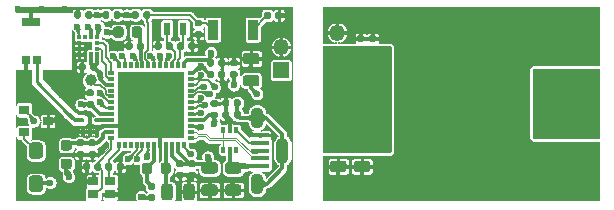
<source format=gbr>
%TF.GenerationSoftware,KiCad,Pcbnew,5.1.6-c6e7f7d~87~ubuntu18.04.1*%
%TF.CreationDate,2020-08-02T18:45:10+02:00*%
%TF.ProjectId,SKnob,534b6e6f-622e-46b6-9963-61645f706362,1.0*%
%TF.SameCoordinates,Original*%
%TF.FileFunction,Copper,L1,Top*%
%TF.FilePolarity,Positive*%
%FSLAX46Y46*%
G04 Gerber Fmt 4.6, Leading zero omitted, Abs format (unit mm)*
G04 Created by KiCad (PCBNEW 5.1.6-c6e7f7d~87~ubuntu18.04.1) date 2020-08-02 18:45:10*
%MOMM*%
%LPD*%
G01*
G04 APERTURE LIST*
%TA.AperFunction,SMDPad,CuDef*%
%ADD10R,0.900000X1.700000*%
%TD*%
%TA.AperFunction,SMDPad,CuDef*%
%ADD11R,0.900000X0.800000*%
%TD*%
%TA.AperFunction,SMDPad,CuDef*%
%ADD12R,0.410000X0.350000*%
%TD*%
%TA.AperFunction,SMDPad,CuDef*%
%ADD13R,0.350000X0.410000*%
%TD*%
%TA.AperFunction,SMDPad,CuDef*%
%ADD14C,1.000000*%
%TD*%
%TA.AperFunction,ComponentPad*%
%ADD15O,1.350000X1.350000*%
%TD*%
%TA.AperFunction,ComponentPad*%
%ADD16R,1.350000X1.350000*%
%TD*%
%TA.AperFunction,SMDPad,CuDef*%
%ADD17R,0.375000X0.500000*%
%TD*%
%TA.AperFunction,SMDPad,CuDef*%
%ADD18R,0.300000X0.650000*%
%TD*%
%TA.AperFunction,SMDPad,CuDef*%
%ADD19C,10.200000*%
%TD*%
%TA.AperFunction,SMDPad,CuDef*%
%ADD20R,3.500000X3.300000*%
%TD*%
%TA.AperFunction,SMDPad,CuDef*%
%ADD21R,1.000000X1.000000*%
%TD*%
%TA.AperFunction,SMDPad,CuDef*%
%ADD22R,0.304800X0.558800*%
%TD*%
%TA.AperFunction,SMDPad,CuDef*%
%ADD23R,0.558800X0.304800*%
%TD*%
%TA.AperFunction,SMDPad,CuDef*%
%ADD24R,5.588000X5.588000*%
%TD*%
%TA.AperFunction,ComponentPad*%
%ADD25O,1.100000X2.200000*%
%TD*%
%TA.AperFunction,ComponentPad*%
%ADD26O,1.100000X1.800000*%
%TD*%
%TA.AperFunction,SMDPad,CuDef*%
%ADD27R,1.500000X0.450000*%
%TD*%
%TA.AperFunction,SMDPad,CuDef*%
%ADD28R,0.650000X0.800000*%
%TD*%
%TA.AperFunction,SMDPad,CuDef*%
%ADD29R,1.600000X0.800000*%
%TD*%
%TA.AperFunction,SMDPad,CuDef*%
%ADD30R,0.600000X1.100000*%
%TD*%
%TA.AperFunction,ViaPad*%
%ADD31C,0.600000*%
%TD*%
%TA.AperFunction,Conductor*%
%ADD32C,0.300000*%
%TD*%
%TA.AperFunction,Conductor*%
%ADD33C,0.150000*%
%TD*%
%TA.AperFunction,Conductor*%
%ADD34C,0.200000*%
%TD*%
%TA.AperFunction,Conductor*%
%ADD35C,0.118000*%
%TD*%
%TA.AperFunction,Conductor*%
%ADD36C,0.293370*%
%TD*%
%TA.AperFunction,Conductor*%
%ADD37C,0.100000*%
%TD*%
%TA.AperFunction,Conductor*%
%ADD38C,0.025400*%
%TD*%
G04 APERTURE END LIST*
D10*
%TO.P,SW1,2*%
%TO.N,Net-(D1-Pad2)*%
X123375000Y-74250000D03*
%TO.P,SW1,1*%
%TO.N,/RST_N*%
X119975000Y-74250000D03*
%TD*%
D11*
%TO.P,Q1,3*%
%TO.N,GND*%
X106000000Y-82000000D03*
%TO.P,Q1,2*%
%TO.N,Net-(BZ1-Pad2)*%
X104000000Y-82950000D03*
%TO.P,Q1,1*%
%TO.N,/BUZZER*%
X104000000Y-81050000D03*
%TD*%
%TO.P,BZ1,1*%
%TO.N,+BATT*%
%TA.AperFunction,SMDPad,CuDef*%
G36*
G01*
X104400000Y-87700000D02*
X104400000Y-86900000D01*
G75*
G02*
X104700000Y-86600000I300000J0D01*
G01*
X105300000Y-86600000D01*
G75*
G02*
X105600000Y-86900000I0J-300000D01*
G01*
X105600000Y-87700000D01*
G75*
G02*
X105300000Y-88000000I-300000J0D01*
G01*
X104700000Y-88000000D01*
G75*
G02*
X104400000Y-87700000I0J300000D01*
G01*
G37*
%TD.AperFunction*%
%TO.P,BZ1,2*%
%TO.N,Net-(BZ1-Pad2)*%
%TA.AperFunction,SMDPad,CuDef*%
G36*
G01*
X104400000Y-84900000D02*
X104400000Y-84100000D01*
G75*
G02*
X104700000Y-83800000I300000J0D01*
G01*
X105300000Y-83800000D01*
G75*
G02*
X105600000Y-84100000I0J-300000D01*
G01*
X105600000Y-84900000D01*
G75*
G02*
X105300000Y-85200000I-300000J0D01*
G01*
X104700000Y-85200000D01*
G75*
G02*
X104400000Y-84900000I0J300000D01*
G01*
G37*
%TD.AperFunction*%
%TD*%
%TO.P,FLT1,6*%
%TO.N,GND*%
%TA.AperFunction,SMDPad,CuDef*%
G36*
G01*
X110042000Y-82770000D02*
X110192000Y-82770000D01*
G75*
G02*
X110267000Y-82845000I0J-75000D01*
G01*
X110267000Y-82995000D01*
G75*
G02*
X110192000Y-83070000I-75000J0D01*
G01*
X110042000Y-83070000D01*
G75*
G02*
X109967000Y-82995000I0J75000D01*
G01*
X109967000Y-82845000D01*
G75*
G02*
X110042000Y-82770000I75000J0D01*
G01*
G37*
%TD.AperFunction*%
%TO.P,FLT1,5*%
%TA.AperFunction,SMDPad,CuDef*%
G36*
G01*
X109455000Y-82770000D02*
X109605000Y-82770000D01*
G75*
G02*
X109680000Y-82845000I0J-75000D01*
G01*
X109680000Y-82995000D01*
G75*
G02*
X109605000Y-83070000I-75000J0D01*
G01*
X109455000Y-83070000D01*
G75*
G02*
X109380000Y-82995000I0J75000D01*
G01*
X109380000Y-82845000D01*
G75*
G02*
X109455000Y-82770000I75000J0D01*
G01*
G37*
%TD.AperFunction*%
%TO.P,FLT1,4*%
%TA.AperFunction,SMDPad,CuDef*%
G36*
G01*
X108868000Y-82770000D02*
X109018000Y-82770000D01*
G75*
G02*
X109093000Y-82845000I0J-75000D01*
G01*
X109093000Y-82995000D01*
G75*
G02*
X109018000Y-83070000I-75000J0D01*
G01*
X108868000Y-83070000D01*
G75*
G02*
X108793000Y-82995000I0J75000D01*
G01*
X108793000Y-82845000D01*
G75*
G02*
X108868000Y-82770000I75000J0D01*
G01*
G37*
%TD.AperFunction*%
%TO.P,FLT1,3*%
%TO.N,/RF1_ANT*%
%TA.AperFunction,SMDPad,CuDef*%
G36*
G01*
X108868000Y-81770000D02*
X109018000Y-81770000D01*
G75*
G02*
X109093000Y-81845000I0J-75000D01*
G01*
X109093000Y-81995000D01*
G75*
G02*
X109018000Y-82070000I-75000J0D01*
G01*
X108868000Y-82070000D01*
G75*
G02*
X108793000Y-81995000I0J75000D01*
G01*
X108793000Y-81845000D01*
G75*
G02*
X108868000Y-81770000I75000J0D01*
G01*
G37*
%TD.AperFunction*%
%TO.P,FLT1,2*%
%TO.N,GND*%
%TA.AperFunction,SMDPad,CuDef*%
G36*
G01*
X109455000Y-81770000D02*
X109605000Y-81770000D01*
G75*
G02*
X109680000Y-81845000I0J-75000D01*
G01*
X109680000Y-81995000D01*
G75*
G02*
X109605000Y-82070000I-75000J0D01*
G01*
X109455000Y-82070000D01*
G75*
G02*
X109380000Y-81995000I0J75000D01*
G01*
X109380000Y-81845000D01*
G75*
G02*
X109455000Y-81770000I75000J0D01*
G01*
G37*
%TD.AperFunction*%
%TO.P,FLT1,1*%
%TO.N,/RF1*%
%TA.AperFunction,SMDPad,CuDef*%
G36*
G01*
X110042000Y-81770000D02*
X110192000Y-81770000D01*
G75*
G02*
X110267000Y-81845000I0J-75000D01*
G01*
X110267000Y-81995000D01*
G75*
G02*
X110192000Y-82070000I-75000J0D01*
G01*
X110042000Y-82070000D01*
G75*
G02*
X109967000Y-81995000I0J75000D01*
G01*
X109967000Y-81845000D01*
G75*
G02*
X110042000Y-81770000I75000J0D01*
G01*
G37*
%TD.AperFunction*%
%TD*%
D12*
%TO.P,U2,12*%
%TO.N,/ACC_INT1*%
X110150000Y-75350000D03*
%TO.P,U2,11*%
%TO.N,/ACC_INT2*%
X110150000Y-75850000D03*
D13*
%TO.P,U2,10*%
%TO.N,+BATT*%
X110150000Y-76350000D03*
%TO.P,U2,9*%
X109650000Y-76350000D03*
%TO.P,U2,8*%
%TO.N,GND*%
X109150000Y-76350000D03*
%TO.P,U2,7*%
X108650000Y-76350000D03*
D12*
%TO.P,U2,6*%
X108650000Y-75850000D03*
%TO.P,U2,5*%
X108650000Y-75350000D03*
D13*
%TO.P,U2,4*%
%TO.N,/I2C1_SDA*%
X108650000Y-74850000D03*
%TO.P,U2,3*%
%TO.N,N/C*%
X109150000Y-74850000D03*
%TO.P,U2,2*%
%TO.N,+BATT*%
X109650000Y-74850000D03*
%TO.P,U2,1*%
%TO.N,/I2C1_SCL*%
X110150000Y-74850000D03*
%TD*%
%TO.P,R5,1*%
%TO.N,+BATT*%
%TA.AperFunction,SMDPad,CuDef*%
G36*
G01*
X114972500Y-88780000D02*
X114627500Y-88780000D01*
G75*
G02*
X114480000Y-88632500I0J147500D01*
G01*
X114480000Y-88337500D01*
G75*
G02*
X114627500Y-88190000I147500J0D01*
G01*
X114972500Y-88190000D01*
G75*
G02*
X115120000Y-88337500I0J-147500D01*
G01*
X115120000Y-88632500D01*
G75*
G02*
X114972500Y-88780000I-147500J0D01*
G01*
G37*
%TD.AperFunction*%
%TO.P,R5,2*%
%TO.N,Net-(L4-Pad1)*%
%TA.AperFunction,SMDPad,CuDef*%
G36*
G01*
X114972500Y-87810000D02*
X114627500Y-87810000D01*
G75*
G02*
X114480000Y-87662500I0J147500D01*
G01*
X114480000Y-87367500D01*
G75*
G02*
X114627500Y-87220000I147500J0D01*
G01*
X114972500Y-87220000D01*
G75*
G02*
X115120000Y-87367500I0J-147500D01*
G01*
X115120000Y-87662500D01*
G75*
G02*
X114972500Y-87810000I-147500J0D01*
G01*
G37*
%TD.AperFunction*%
%TD*%
%TO.P,L4,2*%
%TO.N,Net-(C13-Pad1)*%
%TA.AperFunction,SMDPad,CuDef*%
G36*
G01*
X115550000Y-86256250D02*
X115550000Y-85743750D01*
G75*
G02*
X115768750Y-85525000I218750J0D01*
G01*
X116206250Y-85525000D01*
G75*
G02*
X116425000Y-85743750I0J-218750D01*
G01*
X116425000Y-86256250D01*
G75*
G02*
X116206250Y-86475000I-218750J0D01*
G01*
X115768750Y-86475000D01*
G75*
G02*
X115550000Y-86256250I0J218750D01*
G01*
G37*
%TD.AperFunction*%
%TO.P,L4,1*%
%TO.N,Net-(L4-Pad1)*%
%TA.AperFunction,SMDPad,CuDef*%
G36*
G01*
X113975000Y-86256250D02*
X113975000Y-85743750D01*
G75*
G02*
X114193750Y-85525000I218750J0D01*
G01*
X114631250Y-85525000D01*
G75*
G02*
X114850000Y-85743750I0J-218750D01*
G01*
X114850000Y-86256250D01*
G75*
G02*
X114631250Y-86475000I-218750J0D01*
G01*
X114193750Y-86475000D01*
G75*
G02*
X113975000Y-86256250I0J218750D01*
G01*
G37*
%TD.AperFunction*%
%TD*%
%TO.P,D1,2*%
%TO.N,Net-(D1-Pad2)*%
%TA.AperFunction,SMDPad,CuDef*%
G36*
G01*
X124885000Y-72877500D02*
X124885000Y-73222500D01*
G75*
G02*
X124737500Y-73370000I-147500J0D01*
G01*
X124442500Y-73370000D01*
G75*
G02*
X124295000Y-73222500I0J147500D01*
G01*
X124295000Y-72877500D01*
G75*
G02*
X124442500Y-72730000I147500J0D01*
G01*
X124737500Y-72730000D01*
G75*
G02*
X124885000Y-72877500I0J-147500D01*
G01*
G37*
%TD.AperFunction*%
%TO.P,D1,1*%
%TO.N,GND*%
%TA.AperFunction,SMDPad,CuDef*%
G36*
G01*
X125855000Y-72877500D02*
X125855000Y-73222500D01*
G75*
G02*
X125707500Y-73370000I-147500J0D01*
G01*
X125412500Y-73370000D01*
G75*
G02*
X125265000Y-73222500I0J147500D01*
G01*
X125265000Y-72877500D01*
G75*
G02*
X125412500Y-72730000I147500J0D01*
G01*
X125707500Y-72730000D01*
G75*
G02*
X125855000Y-72877500I0J-147500D01*
G01*
G37*
%TD.AperFunction*%
%TD*%
%TO.P,C23,2*%
%TO.N,GND*%
%TA.AperFunction,SMDPad,CuDef*%
G36*
G01*
X118577500Y-74365000D02*
X118922500Y-74365000D01*
G75*
G02*
X119070000Y-74512500I0J-147500D01*
G01*
X119070000Y-74807500D01*
G75*
G02*
X118922500Y-74955000I-147500J0D01*
G01*
X118577500Y-74955000D01*
G75*
G02*
X118430000Y-74807500I0J147500D01*
G01*
X118430000Y-74512500D01*
G75*
G02*
X118577500Y-74365000I147500J0D01*
G01*
G37*
%TD.AperFunction*%
%TO.P,C23,1*%
%TO.N,/RST_N*%
%TA.AperFunction,SMDPad,CuDef*%
G36*
G01*
X118577500Y-73395000D02*
X118922500Y-73395000D01*
G75*
G02*
X119070000Y-73542500I0J-147500D01*
G01*
X119070000Y-73837500D01*
G75*
G02*
X118922500Y-73985000I-147500J0D01*
G01*
X118577500Y-73985000D01*
G75*
G02*
X118430000Y-73837500I0J147500D01*
G01*
X118430000Y-73542500D01*
G75*
G02*
X118577500Y-73395000I147500J0D01*
G01*
G37*
%TD.AperFunction*%
%TD*%
D14*
%TO.P,TP1,1*%
%TO.N,/RCC_MCO*%
X109650000Y-78550000D03*
%TD*%
%TO.P,R3,1*%
%TO.N,+BATT*%
%TA.AperFunction,SMDPad,CuDef*%
G36*
G01*
X112180000Y-72827500D02*
X112180000Y-73172500D01*
G75*
G02*
X112032500Y-73320000I-147500J0D01*
G01*
X111737500Y-73320000D01*
G75*
G02*
X111590000Y-73172500I0J147500D01*
G01*
X111590000Y-72827500D01*
G75*
G02*
X111737500Y-72680000I147500J0D01*
G01*
X112032500Y-72680000D01*
G75*
G02*
X112180000Y-72827500I0J-147500D01*
G01*
G37*
%TD.AperFunction*%
%TO.P,R3,2*%
%TO.N,/BOOT*%
%TA.AperFunction,SMDPad,CuDef*%
G36*
G01*
X111210000Y-72827500D02*
X111210000Y-73172500D01*
G75*
G02*
X111062500Y-73320000I-147500J0D01*
G01*
X110767500Y-73320000D01*
G75*
G02*
X110620000Y-73172500I0J147500D01*
G01*
X110620000Y-72827500D01*
G75*
G02*
X110767500Y-72680000I147500J0D01*
G01*
X111062500Y-72680000D01*
G75*
G02*
X111210000Y-72827500I0J-147500D01*
G01*
G37*
%TD.AperFunction*%
%TD*%
D15*
%TO.P,J3,2*%
%TO.N,GND*%
X130500000Y-74500000D03*
D16*
%TO.P,J3,1*%
%TO.N,+BATT*%
X130500000Y-76500000D03*
%TD*%
D15*
%TO.P,J2,2*%
%TO.N,GND*%
X125750000Y-75700000D03*
D16*
%TO.P,J2,1*%
%TO.N,+BATT*%
X125750000Y-77700000D03*
%TD*%
D17*
%TO.P,U3,6*%
%TO.N,N/C*%
X121949500Y-84416000D03*
%TO.P,U3,4*%
%TO.N,/USB_N*%
X120874500Y-84416000D03*
D18*
%TO.P,U3,2*%
%TO.N,GND*%
X121412000Y-82641000D03*
%TO.P,U3,5*%
%TO.N,+5V*%
X121412000Y-84491000D03*
D17*
%TO.P,U3,3*%
%TO.N,/USB_P*%
X120874500Y-82716000D03*
%TO.P,U3,1*%
%TO.N,/ID*%
X121949500Y-82716000D03*
%TD*%
%TO.P,C27,2*%
%TO.N,GND*%
%TA.AperFunction,SMDPad,CuDef*%
G36*
G01*
X109210000Y-77227500D02*
X109210000Y-77572500D01*
G75*
G02*
X109062500Y-77720000I-147500J0D01*
G01*
X108767500Y-77720000D01*
G75*
G02*
X108620000Y-77572500I0J147500D01*
G01*
X108620000Y-77227500D01*
G75*
G02*
X108767500Y-77080000I147500J0D01*
G01*
X109062500Y-77080000D01*
G75*
G02*
X109210000Y-77227500I0J-147500D01*
G01*
G37*
%TD.AperFunction*%
%TO.P,C27,1*%
%TO.N,+BATT*%
%TA.AperFunction,SMDPad,CuDef*%
G36*
G01*
X110180000Y-77227500D02*
X110180000Y-77572500D01*
G75*
G02*
X110032500Y-77720000I-147500J0D01*
G01*
X109737500Y-77720000D01*
G75*
G02*
X109590000Y-77572500I0J147500D01*
G01*
X109590000Y-77227500D01*
G75*
G02*
X109737500Y-77080000I147500J0D01*
G01*
X110032500Y-77080000D01*
G75*
G02*
X110180000Y-77227500I0J-147500D01*
G01*
G37*
%TD.AperFunction*%
%TD*%
%TO.P,R4,2*%
%TO.N,GND*%
%TA.AperFunction,SMDPad,CuDef*%
G36*
G01*
X108810000Y-72827500D02*
X108810000Y-73172500D01*
G75*
G02*
X108662500Y-73320000I-147500J0D01*
G01*
X108367500Y-73320000D01*
G75*
G02*
X108220000Y-73172500I0J147500D01*
G01*
X108220000Y-72827500D01*
G75*
G02*
X108367500Y-72680000I147500J0D01*
G01*
X108662500Y-72680000D01*
G75*
G02*
X108810000Y-72827500I0J-147500D01*
G01*
G37*
%TD.AperFunction*%
%TO.P,R4,1*%
%TO.N,/BOOT*%
%TA.AperFunction,SMDPad,CuDef*%
G36*
G01*
X109780000Y-72827500D02*
X109780000Y-73172500D01*
G75*
G02*
X109632500Y-73320000I-147500J0D01*
G01*
X109337500Y-73320000D01*
G75*
G02*
X109190000Y-73172500I0J147500D01*
G01*
X109190000Y-72827500D01*
G75*
G02*
X109337500Y-72680000I147500J0D01*
G01*
X109632500Y-72680000D01*
G75*
G02*
X109780000Y-72827500I0J-147500D01*
G01*
G37*
%TD.AperFunction*%
%TD*%
D19*
%TO.P,BT1,2*%
%TO.N,GND*%
X141000000Y-80500000D03*
D20*
%TO.P,BT1,1*%
%TO.N,+BATT*%
X148900000Y-80500000D03*
X133100000Y-80500000D03*
%TD*%
%TO.P,C26,2*%
%TO.N,GND*%
%TA.AperFunction,SMDPad,CuDef*%
G36*
G01*
X132143750Y-85350000D02*
X133056250Y-85350000D01*
G75*
G02*
X133300000Y-85593750I0J-243750D01*
G01*
X133300000Y-86081250D01*
G75*
G02*
X133056250Y-86325000I-243750J0D01*
G01*
X132143750Y-86325000D01*
G75*
G02*
X131900000Y-86081250I0J243750D01*
G01*
X131900000Y-85593750D01*
G75*
G02*
X132143750Y-85350000I243750J0D01*
G01*
G37*
%TD.AperFunction*%
%TO.P,C26,1*%
%TO.N,+BATT*%
%TA.AperFunction,SMDPad,CuDef*%
G36*
G01*
X132143750Y-83475000D02*
X133056250Y-83475000D01*
G75*
G02*
X133300000Y-83718750I0J-243750D01*
G01*
X133300000Y-84206250D01*
G75*
G02*
X133056250Y-84450000I-243750J0D01*
G01*
X132143750Y-84450000D01*
G75*
G02*
X131900000Y-84206250I0J243750D01*
G01*
X131900000Y-83718750D01*
G75*
G02*
X132143750Y-83475000I243750J0D01*
G01*
G37*
%TD.AperFunction*%
%TD*%
%TO.P,C25,2*%
%TO.N,GND*%
%TA.AperFunction,SMDPad,CuDef*%
G36*
G01*
X130143750Y-85350000D02*
X131056250Y-85350000D01*
G75*
G02*
X131300000Y-85593750I0J-243750D01*
G01*
X131300000Y-86081250D01*
G75*
G02*
X131056250Y-86325000I-243750J0D01*
G01*
X130143750Y-86325000D01*
G75*
G02*
X129900000Y-86081250I0J243750D01*
G01*
X129900000Y-85593750D01*
G75*
G02*
X130143750Y-85350000I243750J0D01*
G01*
G37*
%TD.AperFunction*%
%TO.P,C25,1*%
%TO.N,+BATT*%
%TA.AperFunction,SMDPad,CuDef*%
G36*
G01*
X130143750Y-83475000D02*
X131056250Y-83475000D01*
G75*
G02*
X131300000Y-83718750I0J-243750D01*
G01*
X131300000Y-84206250D01*
G75*
G02*
X131056250Y-84450000I-243750J0D01*
G01*
X130143750Y-84450000D01*
G75*
G02*
X129900000Y-84206250I0J243750D01*
G01*
X129900000Y-83718750D01*
G75*
G02*
X130143750Y-83475000I243750J0D01*
G01*
G37*
%TD.AperFunction*%
%TD*%
%TO.P,C24,2*%
%TO.N,GND*%
%TA.AperFunction,SMDPad,CuDef*%
G36*
G01*
X132672500Y-75310000D02*
X132327500Y-75310000D01*
G75*
G02*
X132180000Y-75162500I0J147500D01*
G01*
X132180000Y-74867500D01*
G75*
G02*
X132327500Y-74720000I147500J0D01*
G01*
X132672500Y-74720000D01*
G75*
G02*
X132820000Y-74867500I0J-147500D01*
G01*
X132820000Y-75162500D01*
G75*
G02*
X132672500Y-75310000I-147500J0D01*
G01*
G37*
%TD.AperFunction*%
%TO.P,C24,1*%
%TO.N,+BATT*%
%TA.AperFunction,SMDPad,CuDef*%
G36*
G01*
X132672500Y-76280000D02*
X132327500Y-76280000D01*
G75*
G02*
X132180000Y-76132500I0J147500D01*
G01*
X132180000Y-75837500D01*
G75*
G02*
X132327500Y-75690000I147500J0D01*
G01*
X132672500Y-75690000D01*
G75*
G02*
X132820000Y-75837500I0J-147500D01*
G01*
X132820000Y-76132500D01*
G75*
G02*
X132672500Y-76280000I-147500J0D01*
G01*
G37*
%TD.AperFunction*%
%TD*%
%TO.P,C22,2*%
%TO.N,GND*%
%TA.AperFunction,SMDPad,CuDef*%
G36*
G01*
X133672500Y-75310000D02*
X133327500Y-75310000D01*
G75*
G02*
X133180000Y-75162500I0J147500D01*
G01*
X133180000Y-74867500D01*
G75*
G02*
X133327500Y-74720000I147500J0D01*
G01*
X133672500Y-74720000D01*
G75*
G02*
X133820000Y-74867500I0J-147500D01*
G01*
X133820000Y-75162500D01*
G75*
G02*
X133672500Y-75310000I-147500J0D01*
G01*
G37*
%TD.AperFunction*%
%TO.P,C22,1*%
%TO.N,+BATT*%
%TA.AperFunction,SMDPad,CuDef*%
G36*
G01*
X133672500Y-76280000D02*
X133327500Y-76280000D01*
G75*
G02*
X133180000Y-76132500I0J147500D01*
G01*
X133180000Y-75837500D01*
G75*
G02*
X133327500Y-75690000I147500J0D01*
G01*
X133672500Y-75690000D01*
G75*
G02*
X133820000Y-75837500I0J-147500D01*
G01*
X133820000Y-76132500D01*
G75*
G02*
X133672500Y-76280000I-147500J0D01*
G01*
G37*
%TD.AperFunction*%
%TD*%
D21*
%TO.P,U1,49*%
%TO.N,GND*%
X114020000Y-82910000D03*
X114020000Y-81410000D03*
X114020000Y-79910000D03*
X112520000Y-82910000D03*
X112520000Y-81410000D03*
X112520000Y-79910000D03*
X112520000Y-78410000D03*
X114020000Y-78410000D03*
X115520000Y-78410000D03*
X115520000Y-79910000D03*
X115520000Y-81410000D03*
X115520000Y-82910000D03*
X117020000Y-82910000D03*
X117020000Y-81410000D03*
X117020000Y-79910000D03*
X117020000Y-78410000D03*
D22*
%TO.P,U1,1*%
%TO.N,+BATT*%
X117520693Y-77285000D03*
%TO.P,U1,2*%
%TO.N,/OSC32_IN*%
X117020567Y-77285000D03*
%TO.P,U1,3*%
%TO.N,/OSC32_OUT*%
X116520441Y-77285000D03*
%TO.P,U1,4*%
%TO.N,/BOOT*%
X116020315Y-77285000D03*
%TO.P,U1,5*%
%TO.N,/I2C1_SCL*%
X115520189Y-77285000D03*
%TO.P,U1,6*%
%TO.N,/I2C1_SDA*%
X115020063Y-77285000D03*
%TO.P,U1,7*%
%TO.N,/RST_N*%
X114519937Y-77285000D03*
%TO.P,U1,8*%
%TO.N,/VDDA*%
X114019811Y-77285000D03*
%TO.P,U1,9*%
%TO.N,/WKUP1*%
X113519685Y-77285000D03*
%TO.P,U1,10*%
%TO.N,N/C*%
X113019559Y-77285000D03*
%TO.P,U1,11*%
%TO.N,/LPUART1_TX*%
X112519433Y-77285000D03*
%TO.P,U1,12*%
%TO.N,/LPUART1_RX*%
X112019307Y-77285000D03*
D23*
%TO.P,U1,13*%
%TO.N,/ACC_INT1*%
X111395000Y-77909307D03*
%TO.P,U1,14*%
%TO.N,/ACC_INT2*%
X111395000Y-78409433D03*
%TO.P,U1,15*%
%TO.N,+BATT*%
X111395000Y-78909559D03*
%TO.P,U1,16*%
%TO.N,N/C*%
X111395000Y-79409685D03*
%TO.P,U1,17*%
%TO.N,/RCC_MCO*%
X111395000Y-79909811D03*
%TO.P,U1,18*%
%TO.N,/USART1_TX*%
X111395000Y-80409937D03*
%TO.P,U1,19*%
%TO.N,/PB2*%
X111395000Y-80910063D03*
%TO.P,U1,20*%
%TO.N,+BATT*%
X111395000Y-81410189D03*
%TO.P,U1,21*%
%TO.N,/RF1*%
X111395000Y-81910315D03*
%TO.P,U1,22*%
%TO.N,GND*%
X111395000Y-82410441D03*
%TO.P,U1,23*%
%TO.N,/VDDRF*%
X111395000Y-82910567D03*
%TO.P,U1,24*%
%TO.N,/OSC_OUT*%
X111395000Y-83410693D03*
D22*
%TO.P,U1,25*%
%TO.N,/OSC_IN*%
X112019307Y-84035000D03*
%TO.P,U1,26*%
%TO.N,N/C*%
X112519433Y-84035000D03*
%TO.P,U1,27*%
X113019559Y-84035000D03*
%TO.P,U1,28*%
%TO.N,/PB0*%
X113519685Y-84035000D03*
%TO.P,U1,29*%
%TO.N,/PB1*%
X114019811Y-84035000D03*
%TO.P,U1,30*%
%TO.N,/BUZZER*%
X114519937Y-84035000D03*
%TO.P,U1,31*%
%TO.N,Net-(L4-Pad1)*%
X115020063Y-84035000D03*
%TO.P,U1,32*%
%TO.N,GND*%
X115520189Y-84035000D03*
%TO.P,U1,33*%
%TO.N,Net-(C13-Pad1)*%
X116020315Y-84035000D03*
%TO.P,U1,34*%
%TO.N,+BATT*%
X116520441Y-84035000D03*
%TO.P,U1,35*%
X117020567Y-84035000D03*
%TO.P,U1,36*%
%TO.N,/USART1_RX*%
X117520693Y-84035000D03*
D23*
%TO.P,U1,37*%
%TO.N,/USB_N*%
X118145000Y-83410693D03*
%TO.P,U1,38*%
%TO.N,/USB_P*%
X118145000Y-82910567D03*
%TO.P,U1,39*%
%TO.N,/JTMS-SWDIO*%
X118145000Y-82410441D03*
%TO.P,U1,40*%
%TO.N,+5V*%
X118145000Y-81910315D03*
%TO.P,U1,41*%
%TO.N,/JTCK-SWCLK*%
X118145000Y-81410189D03*
%TO.P,U1,42*%
%TO.N,/JTDI*%
X118145000Y-80910063D03*
%TO.P,U1,43*%
%TO.N,/PB3_JTDO-SWO*%
X118145000Y-80409937D03*
%TO.P,U1,44*%
%TO.N,/PB4_JTRST*%
X118145000Y-79909811D03*
%TO.P,U1,45*%
%TO.N,/PB5*%
X118145000Y-79409685D03*
%TO.P,U1,46*%
%TO.N,/PB6*%
X118145000Y-78909559D03*
%TO.P,U1,47*%
%TO.N,/PB7*%
X118145000Y-78409433D03*
%TO.P,U1,48*%
%TO.N,+BATT*%
X118145000Y-77909307D03*
D24*
%TO.P,U1,49*%
%TO.N,GND*%
X114770000Y-80660000D03*
%TD*%
D11*
%TO.P,Y1,4*%
%TO.N,GND*%
X111270000Y-88210000D03*
%TO.P,Y1,3*%
%TO.N,/OSC_OUT*%
X109870000Y-88210000D03*
%TO.P,Y1,2*%
%TO.N,GND*%
X109870000Y-87110000D03*
%TO.P,Y1,1*%
%TO.N,/OSC_IN*%
X111270000Y-87110000D03*
%TD*%
%TO.P,R2,2*%
%TO.N,/RST_N*%
%TA.AperFunction,SMDPad,CuDef*%
G36*
G01*
X114090000Y-73172500D02*
X114090000Y-72827500D01*
G75*
G02*
X114237500Y-72680000I147500J0D01*
G01*
X114532500Y-72680000D01*
G75*
G02*
X114680000Y-72827500I0J-147500D01*
G01*
X114680000Y-73172500D01*
G75*
G02*
X114532500Y-73320000I-147500J0D01*
G01*
X114237500Y-73320000D01*
G75*
G02*
X114090000Y-73172500I0J147500D01*
G01*
G37*
%TD.AperFunction*%
%TO.P,R2,1*%
%TO.N,+BATT*%
%TA.AperFunction,SMDPad,CuDef*%
G36*
G01*
X113120000Y-73172500D02*
X113120000Y-72827500D01*
G75*
G02*
X113267500Y-72680000I147500J0D01*
G01*
X113562500Y-72680000D01*
G75*
G02*
X113710000Y-72827500I0J-147500D01*
G01*
X113710000Y-73172500D01*
G75*
G02*
X113562500Y-73320000I-147500J0D01*
G01*
X113267500Y-73320000D01*
G75*
G02*
X113120000Y-73172500I0J147500D01*
G01*
G37*
%TD.AperFunction*%
%TD*%
%TO.P,R1,2*%
%TO.N,GND*%
%TA.AperFunction,SMDPad,CuDef*%
G36*
G01*
X121380000Y-81287500D02*
X121380000Y-81632500D01*
G75*
G02*
X121232500Y-81780000I-147500J0D01*
G01*
X120937500Y-81780000D01*
G75*
G02*
X120790000Y-81632500I0J147500D01*
G01*
X120790000Y-81287500D01*
G75*
G02*
X120937500Y-81140000I147500J0D01*
G01*
X121232500Y-81140000D01*
G75*
G02*
X121380000Y-81287500I0J-147500D01*
G01*
G37*
%TD.AperFunction*%
%TO.P,R1,1*%
%TO.N,Net-(C1-Pad1)*%
%TA.AperFunction,SMDPad,CuDef*%
G36*
G01*
X122350000Y-81287500D02*
X122350000Y-81632500D01*
G75*
G02*
X122202500Y-81780000I-147500J0D01*
G01*
X121907500Y-81780000D01*
G75*
G02*
X121760000Y-81632500I0J147500D01*
G01*
X121760000Y-81287500D01*
G75*
G02*
X121907500Y-81140000I147500J0D01*
G01*
X122202500Y-81140000D01*
G75*
G02*
X122350000Y-81287500I0J-147500D01*
G01*
G37*
%TD.AperFunction*%
%TD*%
%TO.P,C21,2*%
%TO.N,GND*%
%TA.AperFunction,SMDPad,CuDef*%
G36*
G01*
X121922500Y-77360000D02*
X121577500Y-77360000D01*
G75*
G02*
X121430000Y-77212500I0J147500D01*
G01*
X121430000Y-76917500D01*
G75*
G02*
X121577500Y-76770000I147500J0D01*
G01*
X121922500Y-76770000D01*
G75*
G02*
X122070000Y-76917500I0J-147500D01*
G01*
X122070000Y-77212500D01*
G75*
G02*
X121922500Y-77360000I-147500J0D01*
G01*
G37*
%TD.AperFunction*%
%TO.P,C21,1*%
%TO.N,+BATT*%
%TA.AperFunction,SMDPad,CuDef*%
G36*
G01*
X121922500Y-78330000D02*
X121577500Y-78330000D01*
G75*
G02*
X121430000Y-78182500I0J147500D01*
G01*
X121430000Y-77887500D01*
G75*
G02*
X121577500Y-77740000I147500J0D01*
G01*
X121922500Y-77740000D01*
G75*
G02*
X122070000Y-77887500I0J-147500D01*
G01*
X122070000Y-78182500D01*
G75*
G02*
X121922500Y-78330000I-147500J0D01*
G01*
G37*
%TD.AperFunction*%
%TD*%
%TO.P,C20,2*%
%TO.N,GND*%
%TA.AperFunction,SMDPad,CuDef*%
G36*
G01*
X123686250Y-77190000D02*
X122773750Y-77190000D01*
G75*
G02*
X122530000Y-76946250I0J243750D01*
G01*
X122530000Y-76458750D01*
G75*
G02*
X122773750Y-76215000I243750J0D01*
G01*
X123686250Y-76215000D01*
G75*
G02*
X123930000Y-76458750I0J-243750D01*
G01*
X123930000Y-76946250D01*
G75*
G02*
X123686250Y-77190000I-243750J0D01*
G01*
G37*
%TD.AperFunction*%
%TO.P,C20,1*%
%TO.N,+BATT*%
%TA.AperFunction,SMDPad,CuDef*%
G36*
G01*
X123686250Y-79065000D02*
X122773750Y-79065000D01*
G75*
G02*
X122530000Y-78821250I0J243750D01*
G01*
X122530000Y-78333750D01*
G75*
G02*
X122773750Y-78090000I243750J0D01*
G01*
X123686250Y-78090000D01*
G75*
G02*
X123930000Y-78333750I0J-243750D01*
G01*
X123930000Y-78821250D01*
G75*
G02*
X123686250Y-79065000I-243750J0D01*
G01*
G37*
%TD.AperFunction*%
%TD*%
%TO.P,C19,2*%
%TO.N,GND*%
%TA.AperFunction,SMDPad,CuDef*%
G36*
G01*
X115640000Y-75487500D02*
X115640000Y-75832500D01*
G75*
G02*
X115492500Y-75980000I-147500J0D01*
G01*
X115197500Y-75980000D01*
G75*
G02*
X115050000Y-75832500I0J147500D01*
G01*
X115050000Y-75487500D01*
G75*
G02*
X115197500Y-75340000I147500J0D01*
G01*
X115492500Y-75340000D01*
G75*
G02*
X115640000Y-75487500I0J-147500D01*
G01*
G37*
%TD.AperFunction*%
%TO.P,C19,1*%
%TO.N,/OSC32_OUT*%
%TA.AperFunction,SMDPad,CuDef*%
G36*
G01*
X116610000Y-75487500D02*
X116610000Y-75832500D01*
G75*
G02*
X116462500Y-75980000I-147500J0D01*
G01*
X116167500Y-75980000D01*
G75*
G02*
X116020000Y-75832500I0J147500D01*
G01*
X116020000Y-75487500D01*
G75*
G02*
X116167500Y-75340000I147500J0D01*
G01*
X116462500Y-75340000D01*
G75*
G02*
X116610000Y-75487500I0J-147500D01*
G01*
G37*
%TD.AperFunction*%
%TD*%
%TO.P,C18,2*%
%TO.N,GND*%
%TA.AperFunction,SMDPad,CuDef*%
G36*
G01*
X109580000Y-85687500D02*
X109580000Y-86032500D01*
G75*
G02*
X109432500Y-86180000I-147500J0D01*
G01*
X109137500Y-86180000D01*
G75*
G02*
X108990000Y-86032500I0J147500D01*
G01*
X108990000Y-85687500D01*
G75*
G02*
X109137500Y-85540000I147500J0D01*
G01*
X109432500Y-85540000D01*
G75*
G02*
X109580000Y-85687500I0J-147500D01*
G01*
G37*
%TD.AperFunction*%
%TO.P,C18,1*%
%TO.N,/OSC_OUT*%
%TA.AperFunction,SMDPad,CuDef*%
G36*
G01*
X110550000Y-85687500D02*
X110550000Y-86032500D01*
G75*
G02*
X110402500Y-86180000I-147500J0D01*
G01*
X110107500Y-86180000D01*
G75*
G02*
X109960000Y-86032500I0J147500D01*
G01*
X109960000Y-85687500D01*
G75*
G02*
X110107500Y-85540000I147500J0D01*
G01*
X110402500Y-85540000D01*
G75*
G02*
X110550000Y-85687500I0J-147500D01*
G01*
G37*
%TD.AperFunction*%
%TD*%
%TO.P,C17,2*%
%TO.N,GND*%
%TA.AperFunction,SMDPad,CuDef*%
G36*
G01*
X117905000Y-75832500D02*
X117905000Y-75487500D01*
G75*
G02*
X118052500Y-75340000I147500J0D01*
G01*
X118347500Y-75340000D01*
G75*
G02*
X118495000Y-75487500I0J-147500D01*
G01*
X118495000Y-75832500D01*
G75*
G02*
X118347500Y-75980000I-147500J0D01*
G01*
X118052500Y-75980000D01*
G75*
G02*
X117905000Y-75832500I0J147500D01*
G01*
G37*
%TD.AperFunction*%
%TO.P,C17,1*%
%TO.N,/OSC32_IN*%
%TA.AperFunction,SMDPad,CuDef*%
G36*
G01*
X116935000Y-75832500D02*
X116935000Y-75487500D01*
G75*
G02*
X117082500Y-75340000I147500J0D01*
G01*
X117377500Y-75340000D01*
G75*
G02*
X117525000Y-75487500I0J-147500D01*
G01*
X117525000Y-75832500D01*
G75*
G02*
X117377500Y-75980000I-147500J0D01*
G01*
X117082500Y-75980000D01*
G75*
G02*
X116935000Y-75832500I0J147500D01*
G01*
G37*
%TD.AperFunction*%
%TD*%
%TO.P,C16,2*%
%TO.N,GND*%
%TA.AperFunction,SMDPad,CuDef*%
G36*
G01*
X111845000Y-86032500D02*
X111845000Y-85687500D01*
G75*
G02*
X111992500Y-85540000I147500J0D01*
G01*
X112287500Y-85540000D01*
G75*
G02*
X112435000Y-85687500I0J-147500D01*
G01*
X112435000Y-86032500D01*
G75*
G02*
X112287500Y-86180000I-147500J0D01*
G01*
X111992500Y-86180000D01*
G75*
G02*
X111845000Y-86032500I0J147500D01*
G01*
G37*
%TD.AperFunction*%
%TO.P,C16,1*%
%TO.N,/OSC_IN*%
%TA.AperFunction,SMDPad,CuDef*%
G36*
G01*
X110875000Y-86032500D02*
X110875000Y-85687500D01*
G75*
G02*
X111022500Y-85540000I147500J0D01*
G01*
X111317500Y-85540000D01*
G75*
G02*
X111465000Y-85687500I0J-147500D01*
G01*
X111465000Y-86032500D01*
G75*
G02*
X111317500Y-86180000I-147500J0D01*
G01*
X111022500Y-86180000D01*
G75*
G02*
X110875000Y-86032500I0J147500D01*
G01*
G37*
%TD.AperFunction*%
%TD*%
%TO.P,C15,2*%
%TO.N,GND*%
%TA.AperFunction,SMDPad,CuDef*%
G36*
G01*
X119243750Y-87350000D02*
X120156250Y-87350000D01*
G75*
G02*
X120400000Y-87593750I0J-243750D01*
G01*
X120400000Y-88081250D01*
G75*
G02*
X120156250Y-88325000I-243750J0D01*
G01*
X119243750Y-88325000D01*
G75*
G02*
X119000000Y-88081250I0J243750D01*
G01*
X119000000Y-87593750D01*
G75*
G02*
X119243750Y-87350000I243750J0D01*
G01*
G37*
%TD.AperFunction*%
%TO.P,C15,1*%
%TO.N,+BATT*%
%TA.AperFunction,SMDPad,CuDef*%
G36*
G01*
X119243750Y-85475000D02*
X120156250Y-85475000D01*
G75*
G02*
X120400000Y-85718750I0J-243750D01*
G01*
X120400000Y-86206250D01*
G75*
G02*
X120156250Y-86450000I-243750J0D01*
G01*
X119243750Y-86450000D01*
G75*
G02*
X119000000Y-86206250I0J243750D01*
G01*
X119000000Y-85718750D01*
G75*
G02*
X119243750Y-85475000I243750J0D01*
G01*
G37*
%TD.AperFunction*%
%TD*%
%TO.P,C14,2*%
%TO.N,GND*%
%TA.AperFunction,SMDPad,CuDef*%
G36*
G01*
X118027500Y-86290000D02*
X118372500Y-86290000D01*
G75*
G02*
X118520000Y-86437500I0J-147500D01*
G01*
X118520000Y-86732500D01*
G75*
G02*
X118372500Y-86880000I-147500J0D01*
G01*
X118027500Y-86880000D01*
G75*
G02*
X117880000Y-86732500I0J147500D01*
G01*
X117880000Y-86437500D01*
G75*
G02*
X118027500Y-86290000I147500J0D01*
G01*
G37*
%TD.AperFunction*%
%TO.P,C14,1*%
%TO.N,+BATT*%
%TA.AperFunction,SMDPad,CuDef*%
G36*
G01*
X118027500Y-85320000D02*
X118372500Y-85320000D01*
G75*
G02*
X118520000Y-85467500I0J-147500D01*
G01*
X118520000Y-85762500D01*
G75*
G02*
X118372500Y-85910000I-147500J0D01*
G01*
X118027500Y-85910000D01*
G75*
G02*
X117880000Y-85762500I0J147500D01*
G01*
X117880000Y-85467500D01*
G75*
G02*
X118027500Y-85320000I147500J0D01*
G01*
G37*
%TD.AperFunction*%
%TD*%
%TO.P,C13,2*%
%TO.N,GND*%
%TA.AperFunction,SMDPad,CuDef*%
G36*
G01*
X117487500Y-88456250D02*
X117487500Y-87543750D01*
G75*
G02*
X117731250Y-87300000I243750J0D01*
G01*
X118218750Y-87300000D01*
G75*
G02*
X118462500Y-87543750I0J-243750D01*
G01*
X118462500Y-88456250D01*
G75*
G02*
X118218750Y-88700000I-243750J0D01*
G01*
X117731250Y-88700000D01*
G75*
G02*
X117487500Y-88456250I0J243750D01*
G01*
G37*
%TD.AperFunction*%
%TO.P,C13,1*%
%TO.N,Net-(C13-Pad1)*%
%TA.AperFunction,SMDPad,CuDef*%
G36*
G01*
X115612500Y-88456250D02*
X115612500Y-87543750D01*
G75*
G02*
X115856250Y-87300000I243750J0D01*
G01*
X116343750Y-87300000D01*
G75*
G02*
X116587500Y-87543750I0J-243750D01*
G01*
X116587500Y-88456250D01*
G75*
G02*
X116343750Y-88700000I-243750J0D01*
G01*
X115856250Y-88700000D01*
G75*
G02*
X115612500Y-88456250I0J243750D01*
G01*
G37*
%TD.AperFunction*%
%TD*%
%TO.P,C12,2*%
%TO.N,GND*%
%TA.AperFunction,SMDPad,CuDef*%
G36*
G01*
X120445000Y-77232500D02*
X120445000Y-76887500D01*
G75*
G02*
X120592500Y-76740000I147500J0D01*
G01*
X120887500Y-76740000D01*
G75*
G02*
X121035000Y-76887500I0J-147500D01*
G01*
X121035000Y-77232500D01*
G75*
G02*
X120887500Y-77380000I-147500J0D01*
G01*
X120592500Y-77380000D01*
G75*
G02*
X120445000Y-77232500I0J147500D01*
G01*
G37*
%TD.AperFunction*%
%TO.P,C12,1*%
%TO.N,+BATT*%
%TA.AperFunction,SMDPad,CuDef*%
G36*
G01*
X119475000Y-77232500D02*
X119475000Y-76887500D01*
G75*
G02*
X119622500Y-76740000I147500J0D01*
G01*
X119917500Y-76740000D01*
G75*
G02*
X120065000Y-76887500I0J-147500D01*
G01*
X120065000Y-77232500D01*
G75*
G02*
X119917500Y-77380000I-147500J0D01*
G01*
X119622500Y-77380000D01*
G75*
G02*
X119475000Y-77232500I0J147500D01*
G01*
G37*
%TD.AperFunction*%
%TD*%
%TO.P,C11,2*%
%TO.N,GND*%
%TA.AperFunction,SMDPad,CuDef*%
G36*
G01*
X120272500Y-80810000D02*
X119927500Y-80810000D01*
G75*
G02*
X119780000Y-80662500I0J147500D01*
G01*
X119780000Y-80367500D01*
G75*
G02*
X119927500Y-80220000I147500J0D01*
G01*
X120272500Y-80220000D01*
G75*
G02*
X120420000Y-80367500I0J-147500D01*
G01*
X120420000Y-80662500D01*
G75*
G02*
X120272500Y-80810000I-147500J0D01*
G01*
G37*
%TD.AperFunction*%
%TO.P,C11,1*%
%TO.N,+5V*%
%TA.AperFunction,SMDPad,CuDef*%
G36*
G01*
X120272500Y-81780000D02*
X119927500Y-81780000D01*
G75*
G02*
X119780000Y-81632500I0J147500D01*
G01*
X119780000Y-81337500D01*
G75*
G02*
X119927500Y-81190000I147500J0D01*
G01*
X120272500Y-81190000D01*
G75*
G02*
X120420000Y-81337500I0J-147500D01*
G01*
X120420000Y-81632500D01*
G75*
G02*
X120272500Y-81780000I-147500J0D01*
G01*
G37*
%TD.AperFunction*%
%TD*%
%TO.P,C6,2*%
%TO.N,GND*%
%TA.AperFunction,SMDPad,CuDef*%
G36*
G01*
X121243750Y-87350000D02*
X122156250Y-87350000D01*
G75*
G02*
X122400000Y-87593750I0J-243750D01*
G01*
X122400000Y-88081250D01*
G75*
G02*
X122156250Y-88325000I-243750J0D01*
G01*
X121243750Y-88325000D01*
G75*
G02*
X121000000Y-88081250I0J243750D01*
G01*
X121000000Y-87593750D01*
G75*
G02*
X121243750Y-87350000I243750J0D01*
G01*
G37*
%TD.AperFunction*%
%TO.P,C6,1*%
%TO.N,+5V*%
%TA.AperFunction,SMDPad,CuDef*%
G36*
G01*
X121243750Y-85475000D02*
X122156250Y-85475000D01*
G75*
G02*
X122400000Y-85718750I0J-243750D01*
G01*
X122400000Y-86206250D01*
G75*
G02*
X122156250Y-86450000I-243750J0D01*
G01*
X121243750Y-86450000D01*
G75*
G02*
X121000000Y-86206250I0J243750D01*
G01*
X121000000Y-85718750D01*
G75*
G02*
X121243750Y-85475000I243750J0D01*
G01*
G37*
%TD.AperFunction*%
%TD*%
%TO.P,C1,2*%
%TO.N,GND*%
%TA.AperFunction,SMDPad,CuDef*%
G36*
G01*
X121380000Y-80287500D02*
X121380000Y-80632500D01*
G75*
G02*
X121232500Y-80780000I-147500J0D01*
G01*
X120937500Y-80780000D01*
G75*
G02*
X120790000Y-80632500I0J147500D01*
G01*
X120790000Y-80287500D01*
G75*
G02*
X120937500Y-80140000I147500J0D01*
G01*
X121232500Y-80140000D01*
G75*
G02*
X121380000Y-80287500I0J-147500D01*
G01*
G37*
%TD.AperFunction*%
%TO.P,C1,1*%
%TO.N,Net-(C1-Pad1)*%
%TA.AperFunction,SMDPad,CuDef*%
G36*
G01*
X122350000Y-80287500D02*
X122350000Y-80632500D01*
G75*
G02*
X122202500Y-80780000I-147500J0D01*
G01*
X121907500Y-80780000D01*
G75*
G02*
X121760000Y-80632500I0J147500D01*
G01*
X121760000Y-80287500D01*
G75*
G02*
X121907500Y-80140000I147500J0D01*
G01*
X122202500Y-80140000D01*
G75*
G02*
X122350000Y-80287500I0J-147500D01*
G01*
G37*
%TD.AperFunction*%
%TD*%
D25*
%TO.P,J1,6*%
%TO.N,Net-(C1-Pad1)*%
X125875000Y-84500000D03*
D26*
X123725000Y-81700000D03*
X123725000Y-87300000D03*
D27*
%TO.P,J1,1*%
%TO.N,+5V*%
X123975000Y-85800000D03*
%TO.P,J1,5*%
%TO.N,GND*%
X123975000Y-83200000D03*
%TO.P,J1,2*%
%TO.N,/USB_N*%
X123975000Y-85150000D03*
%TO.P,J1,4*%
%TO.N,/ID*%
X123975000Y-83850000D03*
%TO.P,J1,3*%
%TO.N,/USB_P*%
X123975000Y-84500000D03*
%TD*%
%TO.P,L2,2*%
%TO.N,+BATT*%
%TA.AperFunction,SMDPad,CuDef*%
G36*
G01*
X107313750Y-85186000D02*
X107826250Y-85186000D01*
G75*
G02*
X108045000Y-85404750I0J-218750D01*
G01*
X108045000Y-85842250D01*
G75*
G02*
X107826250Y-86061000I-218750J0D01*
G01*
X107313750Y-86061000D01*
G75*
G02*
X107095000Y-85842250I0J218750D01*
G01*
X107095000Y-85404750D01*
G75*
G02*
X107313750Y-85186000I218750J0D01*
G01*
G37*
%TD.AperFunction*%
%TO.P,L2,1*%
%TO.N,/VDDRF*%
%TA.AperFunction,SMDPad,CuDef*%
G36*
G01*
X107313750Y-83611000D02*
X107826250Y-83611000D01*
G75*
G02*
X108045000Y-83829750I0J-218750D01*
G01*
X108045000Y-84267250D01*
G75*
G02*
X107826250Y-84486000I-218750J0D01*
G01*
X107313750Y-84486000D01*
G75*
G02*
X107095000Y-84267250I0J218750D01*
G01*
X107095000Y-83829750D01*
G75*
G02*
X107313750Y-83611000I218750J0D01*
G01*
G37*
%TD.AperFunction*%
%TD*%
%TO.P,L1,2*%
%TO.N,+BATT*%
%TA.AperFunction,SMDPad,CuDef*%
G36*
G01*
X112420000Y-74203750D02*
X112420000Y-74716250D01*
G75*
G02*
X112201250Y-74935000I-218750J0D01*
G01*
X111763750Y-74935000D01*
G75*
G02*
X111545000Y-74716250I0J218750D01*
G01*
X111545000Y-74203750D01*
G75*
G02*
X111763750Y-73985000I218750J0D01*
G01*
X112201250Y-73985000D01*
G75*
G02*
X112420000Y-74203750I0J-218750D01*
G01*
G37*
%TD.AperFunction*%
%TO.P,L1,1*%
%TO.N,/VDDA*%
%TA.AperFunction,SMDPad,CuDef*%
G36*
G01*
X113995000Y-74203750D02*
X113995000Y-74716250D01*
G75*
G02*
X113776250Y-74935000I-218750J0D01*
G01*
X113338750Y-74935000D01*
G75*
G02*
X113120000Y-74716250I0J218750D01*
G01*
X113120000Y-74203750D01*
G75*
G02*
X113338750Y-73985000I218750J0D01*
G01*
X113776250Y-73985000D01*
G75*
G02*
X113995000Y-74203750I0J-218750D01*
G01*
G37*
%TD.AperFunction*%
%TD*%
%TO.P,C8,2*%
%TO.N,GND*%
%TA.AperFunction,SMDPad,CuDef*%
G36*
G01*
X117027500Y-86290000D02*
X117372500Y-86290000D01*
G75*
G02*
X117520000Y-86437500I0J-147500D01*
G01*
X117520000Y-86732500D01*
G75*
G02*
X117372500Y-86880000I-147500J0D01*
G01*
X117027500Y-86880000D01*
G75*
G02*
X116880000Y-86732500I0J147500D01*
G01*
X116880000Y-86437500D01*
G75*
G02*
X117027500Y-86290000I147500J0D01*
G01*
G37*
%TD.AperFunction*%
%TO.P,C8,1*%
%TO.N,+BATT*%
%TA.AperFunction,SMDPad,CuDef*%
G36*
G01*
X117027500Y-85320000D02*
X117372500Y-85320000D01*
G75*
G02*
X117520000Y-85467500I0J-147500D01*
G01*
X117520000Y-85762500D01*
G75*
G02*
X117372500Y-85910000I-147500J0D01*
G01*
X117027500Y-85910000D01*
G75*
G02*
X116880000Y-85762500I0J147500D01*
G01*
X116880000Y-85467500D01*
G75*
G02*
X117027500Y-85320000I147500J0D01*
G01*
G37*
%TD.AperFunction*%
%TD*%
%TO.P,C7,1*%
%TO.N,/VDDRF*%
%TA.AperFunction,SMDPad,CuDef*%
G36*
G01*
X108597500Y-83548000D02*
X108942500Y-83548000D01*
G75*
G02*
X109090000Y-83695500I0J-147500D01*
G01*
X109090000Y-83990500D01*
G75*
G02*
X108942500Y-84138000I-147500J0D01*
G01*
X108597500Y-84138000D01*
G75*
G02*
X108450000Y-83990500I0J147500D01*
G01*
X108450000Y-83695500D01*
G75*
G02*
X108597500Y-83548000I147500J0D01*
G01*
G37*
%TD.AperFunction*%
%TO.P,C7,2*%
%TO.N,GND*%
%TA.AperFunction,SMDPad,CuDef*%
G36*
G01*
X108597500Y-84518000D02*
X108942500Y-84518000D01*
G75*
G02*
X109090000Y-84665500I0J-147500D01*
G01*
X109090000Y-84960500D01*
G75*
G02*
X108942500Y-85108000I-147500J0D01*
G01*
X108597500Y-85108000D01*
G75*
G02*
X108450000Y-84960500I0J147500D01*
G01*
X108450000Y-84665500D01*
G75*
G02*
X108597500Y-84518000I147500J0D01*
G01*
G37*
%TD.AperFunction*%
%TD*%
%TO.P,C5,1*%
%TO.N,/VDDRF*%
%TA.AperFunction,SMDPad,CuDef*%
G36*
G01*
X109597500Y-83548000D02*
X109942500Y-83548000D01*
G75*
G02*
X110090000Y-83695500I0J-147500D01*
G01*
X110090000Y-83990500D01*
G75*
G02*
X109942500Y-84138000I-147500J0D01*
G01*
X109597500Y-84138000D01*
G75*
G02*
X109450000Y-83990500I0J147500D01*
G01*
X109450000Y-83695500D01*
G75*
G02*
X109597500Y-83548000I147500J0D01*
G01*
G37*
%TD.AperFunction*%
%TO.P,C5,2*%
%TO.N,GND*%
%TA.AperFunction,SMDPad,CuDef*%
G36*
G01*
X109597500Y-84518000D02*
X109942500Y-84518000D01*
G75*
G02*
X110090000Y-84665500I0J-147500D01*
G01*
X110090000Y-84960500D01*
G75*
G02*
X109942500Y-85108000I-147500J0D01*
G01*
X109597500Y-85108000D01*
G75*
G02*
X109450000Y-84960500I0J147500D01*
G01*
X109450000Y-84665500D01*
G75*
G02*
X109597500Y-84518000I147500J0D01*
G01*
G37*
%TD.AperFunction*%
%TD*%
%TO.P,C4,2*%
%TO.N,GND*%
%TA.AperFunction,SMDPad,CuDef*%
G36*
G01*
X113180000Y-75487500D02*
X113180000Y-75832500D01*
G75*
G02*
X113032500Y-75980000I-147500J0D01*
G01*
X112737500Y-75980000D01*
G75*
G02*
X112590000Y-75832500I0J147500D01*
G01*
X112590000Y-75487500D01*
G75*
G02*
X112737500Y-75340000I147500J0D01*
G01*
X113032500Y-75340000D01*
G75*
G02*
X113180000Y-75487500I0J-147500D01*
G01*
G37*
%TD.AperFunction*%
%TO.P,C4,1*%
%TO.N,/VDDA*%
%TA.AperFunction,SMDPad,CuDef*%
G36*
G01*
X114150000Y-75487500D02*
X114150000Y-75832500D01*
G75*
G02*
X114002500Y-75980000I-147500J0D01*
G01*
X113707500Y-75980000D01*
G75*
G02*
X113560000Y-75832500I0J147500D01*
G01*
X113560000Y-75487500D01*
G75*
G02*
X113707500Y-75340000I147500J0D01*
G01*
X114002500Y-75340000D01*
G75*
G02*
X114150000Y-75487500I0J-147500D01*
G01*
G37*
%TD.AperFunction*%
%TD*%
%TO.P,C3,2*%
%TO.N,GND*%
%TA.AperFunction,SMDPad,CuDef*%
G36*
G01*
X120445000Y-78232500D02*
X120445000Y-77887500D01*
G75*
G02*
X120592500Y-77740000I147500J0D01*
G01*
X120887500Y-77740000D01*
G75*
G02*
X121035000Y-77887500I0J-147500D01*
G01*
X121035000Y-78232500D01*
G75*
G02*
X120887500Y-78380000I-147500J0D01*
G01*
X120592500Y-78380000D01*
G75*
G02*
X120445000Y-78232500I0J147500D01*
G01*
G37*
%TD.AperFunction*%
%TO.P,C3,1*%
%TO.N,+BATT*%
%TA.AperFunction,SMDPad,CuDef*%
G36*
G01*
X119475000Y-78232500D02*
X119475000Y-77887500D01*
G75*
G02*
X119622500Y-77740000I147500J0D01*
G01*
X119917500Y-77740000D01*
G75*
G02*
X120065000Y-77887500I0J-147500D01*
G01*
X120065000Y-78232500D01*
G75*
G02*
X119917500Y-78380000I-147500J0D01*
G01*
X119622500Y-78380000D01*
G75*
G02*
X119475000Y-78232500I0J147500D01*
G01*
G37*
%TD.AperFunction*%
%TD*%
%TO.P,C2,2*%
%TO.N,GND*%
%TA.AperFunction,SMDPad,CuDef*%
G36*
G01*
X109772500Y-79910000D02*
X109427500Y-79910000D01*
G75*
G02*
X109280000Y-79762500I0J147500D01*
G01*
X109280000Y-79467500D01*
G75*
G02*
X109427500Y-79320000I147500J0D01*
G01*
X109772500Y-79320000D01*
G75*
G02*
X109920000Y-79467500I0J-147500D01*
G01*
X109920000Y-79762500D01*
G75*
G02*
X109772500Y-79910000I-147500J0D01*
G01*
G37*
%TD.AperFunction*%
%TO.P,C2,1*%
%TO.N,+BATT*%
%TA.AperFunction,SMDPad,CuDef*%
G36*
G01*
X109772500Y-80880000D02*
X109427500Y-80880000D01*
G75*
G02*
X109280000Y-80732500I0J147500D01*
G01*
X109280000Y-80437500D01*
G75*
G02*
X109427500Y-80290000I147500J0D01*
G01*
X109772500Y-80290000D01*
G75*
G02*
X109920000Y-80437500I0J-147500D01*
G01*
X109920000Y-80732500D01*
G75*
G02*
X109772500Y-80880000I-147500J0D01*
G01*
G37*
%TD.AperFunction*%
%TD*%
D28*
%TO.P,ANT1,G1*%
%TO.N,GND*%
X104125000Y-76800000D03*
%TO.P,ANT1,FEED*%
%TO.N,/RF1_ANT*%
X105075000Y-76800000D03*
D29*
%TO.P,ANT1,G2*%
%TO.N,GND*%
X104600000Y-73600000D03*
%TD*%
D30*
%TO.P,Y2,1*%
%TO.N,/OSC32_IN*%
X117475000Y-74175000D03*
%TO.P,Y2,2*%
%TO.N,/OSC32_OUT*%
X116075000Y-74175000D03*
%TD*%
D31*
%TO.N,GND*%
X107000000Y-78000000D03*
X108000000Y-78000000D03*
X104650000Y-79350000D03*
X104300000Y-78200000D03*
X105850000Y-78200000D03*
X106150000Y-80850000D03*
X106900000Y-81600000D03*
X105400000Y-80100000D03*
X109400000Y-75600000D03*
X112500000Y-83000000D03*
X114000000Y-83000000D03*
X117000000Y-83000000D03*
X117000000Y-81500000D03*
X112500000Y-81500000D03*
X112500000Y-80000000D03*
X114000000Y-80000000D03*
X115500000Y-80000000D03*
X117000000Y-80000000D03*
X117000000Y-78500000D03*
X115500000Y-78500000D03*
X114000000Y-78500000D03*
X112500000Y-78500000D03*
X108800000Y-87100000D03*
X112300000Y-88200000D03*
X121100000Y-79700000D03*
X120800000Y-76200000D03*
X119000000Y-75600000D03*
X121750000Y-76250000D03*
X113965000Y-81465000D03*
X115520189Y-81479811D03*
X115520189Y-82979811D03*
X108800000Y-78200000D03*
X122900000Y-82700000D03*
X112400000Y-86700000D03*
X132500000Y-74100000D03*
X133500000Y-74100000D03*
X130600000Y-87000000D03*
X132600000Y-87000000D03*
X123200000Y-77599998D03*
X121600000Y-87000000D03*
X119700000Y-87000000D03*
X117100000Y-88000000D03*
X118900000Y-87000000D03*
X120869478Y-78795509D03*
X112000000Y-75500000D03*
X108700000Y-79580000D03*
X108000000Y-80500000D03*
X107250000Y-79750000D03*
X106500000Y-79000000D03*
X107699998Y-82400000D03*
X103500000Y-72500000D03*
X105500000Y-72500000D03*
X107500000Y-72500000D03*
X103600000Y-78000000D03*
X103600000Y-80000000D03*
X103600000Y-82000000D03*
X103600000Y-84000000D03*
X103600000Y-86000000D03*
X103600000Y-88000000D03*
X104500000Y-88400000D03*
X106500000Y-88400000D03*
X108500000Y-88400000D03*
X126400000Y-88400000D03*
X125000000Y-88400000D03*
X126400000Y-87000000D03*
X126400000Y-82000000D03*
X126400000Y-80750000D03*
X115099981Y-74500007D03*
X152000000Y-72750000D03*
X150000000Y-72750000D03*
X147500000Y-72750000D03*
X145000000Y-72750000D03*
X142500000Y-72750000D03*
X140000000Y-72750000D03*
X137500000Y-72750000D03*
X135000000Y-72750000D03*
X132500000Y-72750000D03*
X130000000Y-72750000D03*
X150000000Y-88250000D03*
X152000000Y-88250000D03*
X147500000Y-88250000D03*
X145000000Y-88250000D03*
X142500000Y-88250000D03*
X140000000Y-88250000D03*
X137500000Y-88250000D03*
X135000000Y-88250000D03*
X132500000Y-88250000D03*
X130000000Y-88250000D03*
X126375000Y-73050000D03*
%TO.N,+BATT*%
X130500000Y-80000000D03*
X130500000Y-79000000D03*
X119800000Y-76200000D03*
X121750000Y-78950000D03*
X149000000Y-78000000D03*
X150000000Y-78000000D03*
X151000000Y-78000000D03*
X152000000Y-78000000D03*
X152000000Y-79000000D03*
X152000000Y-80000000D03*
X152000000Y-81000000D03*
X152000000Y-82000000D03*
X152000000Y-83000000D03*
X151000000Y-83000000D03*
X150000000Y-83000000D03*
X149000000Y-83000000D03*
X133900000Y-78000000D03*
X132900000Y-78000000D03*
X131900000Y-78000000D03*
X133500000Y-83000000D03*
X132500000Y-83000000D03*
X131500000Y-83000000D03*
X130500000Y-83000000D03*
X130500000Y-82000000D03*
X130500000Y-81000000D03*
X112700010Y-72999990D03*
X110991954Y-74491954D03*
X109400002Y-73999996D03*
X119000000Y-77300000D03*
X119539454Y-85029089D03*
X123699994Y-79700000D03*
X107780000Y-86700000D03*
X113899998Y-88400000D03*
X108815008Y-80585000D03*
X110465589Y-78015589D03*
X106200000Y-87200000D03*
%TO.N,+5V*%
X122600000Y-85800000D03*
X120100004Y-82199996D03*
%TO.N,/BOOT*%
X110200000Y-73000000D03*
X116300000Y-76500000D03*
%TO.N,/I2C1_SCL*%
X115520189Y-76520189D03*
X110300000Y-74000000D03*
%TO.N,/I2C1_SDA*%
X114700000Y-76500000D03*
X108500000Y-74000000D03*
%TO.N,/USART1_TX*%
X110400000Y-79600000D03*
%TO.N,/USART1_RX*%
X118100000Y-84800000D03*
%TO.N,/PB2*%
X110400000Y-80400000D03*
%TO.N,/PB0*%
X112800000Y-85200000D03*
%TO.N,/PB1*%
X113600000Y-85200000D03*
%TO.N,/PB5*%
X119200000Y-79100000D03*
%TO.N,/PB6*%
X120125504Y-79100000D03*
%TO.N,/PB7*%
X118989471Y-78057303D03*
%TO.N,/PB3_JTDO-SWO*%
X119008986Y-80050012D03*
%TO.N,/PB4_JTRST*%
X119699996Y-79700000D03*
%TO.N,/JTMS-SWDIO*%
X118972247Y-82526748D03*
%TO.N,/JTCK-SWCLK*%
X119000000Y-81300000D03*
%TO.N,/JTDI*%
X119344652Y-80664296D03*
%TO.N,/WKUP1*%
X113200000Y-76500000D03*
%TO.N,/LPUART1_TX*%
X112250000Y-76500000D03*
%TO.N,/LPUART1_RX*%
X111500000Y-76500000D03*
%TO.N,/BUZZER*%
X114400000Y-85000000D03*
X104800000Y-82000000D03*
%TD*%
D32*
%TO.N,GND*%
X109870000Y-87110000D02*
X108810000Y-87110000D01*
X108810000Y-87110000D02*
X108800000Y-87100000D01*
X111270000Y-88210000D02*
X112290000Y-88210000D01*
X112290000Y-88210000D02*
X112300000Y-88200000D01*
X115520189Y-81410189D02*
X114770000Y-80660000D01*
X115520189Y-84035000D02*
X115520189Y-82979811D01*
X113019559Y-82410441D02*
X113965000Y-81465000D01*
X121085000Y-80460000D02*
X121085000Y-79715000D01*
X121085000Y-79715000D02*
X121100000Y-79700000D01*
X120740000Y-77060000D02*
X120740000Y-76260000D01*
X120740000Y-76260000D02*
X120800000Y-76200000D01*
X118200000Y-75660000D02*
X118940000Y-75660000D01*
X118940000Y-75660000D02*
X119000000Y-75600000D01*
X121750000Y-77065000D02*
X121750000Y-76250000D01*
X104125000Y-76800000D02*
X104125000Y-77875000D01*
X113965000Y-81465000D02*
X114770000Y-80660000D01*
X115520189Y-81479811D02*
X115520189Y-81410189D01*
X115520189Y-82979811D02*
X115520189Y-81479811D01*
X108915000Y-77400000D02*
X108915000Y-78085000D01*
X108915000Y-78085000D02*
X108800000Y-78200000D01*
X121085000Y-80460000D02*
X121085000Y-81460000D01*
X121412000Y-81787000D02*
X121412000Y-82641000D01*
X121085000Y-81460000D02*
X121412000Y-81787000D01*
X123975000Y-83200000D02*
X123400000Y-83200000D01*
X123400000Y-83200000D02*
X122900000Y-82700000D01*
X112140000Y-85860000D02*
X112140000Y-86440000D01*
X112140000Y-86440000D02*
X112400000Y-86700000D01*
X132500000Y-75015000D02*
X132500000Y-74100000D01*
X133500000Y-75015000D02*
X133500000Y-74100000D01*
X130600000Y-85837500D02*
X130600000Y-87000000D01*
X132600000Y-85837500D02*
X132600000Y-87000000D01*
X123230000Y-77569998D02*
X123200000Y-77599998D01*
X123230000Y-76702500D02*
X123230000Y-77569998D01*
X121600000Y-87937500D02*
X121600000Y-87000000D01*
X119700000Y-87837500D02*
X119700000Y-87000000D01*
X117200000Y-86585000D02*
X118200000Y-86585000D01*
X117975000Y-86810000D02*
X118200000Y-86585000D01*
X117975000Y-88000000D02*
X117975000Y-86810000D01*
X117975000Y-88000000D02*
X117100000Y-88000000D01*
X118200000Y-86585000D02*
X118485000Y-86585000D01*
X118485000Y-86585000D02*
X118900000Y-87000000D01*
D33*
X111416569Y-82432010D02*
X111395000Y-82432010D01*
X111663245Y-82432010D02*
X111416569Y-82432010D01*
X112500000Y-83000000D02*
X112520000Y-82980000D01*
X112520000Y-82910000D02*
X112141235Y-82910000D01*
X112520000Y-82980000D02*
X112520000Y-82910000D01*
D32*
X120740000Y-78666031D02*
X120869478Y-78795509D01*
X120740000Y-78060000D02*
X120740000Y-78666031D01*
X112160000Y-75660000D02*
X112000000Y-75500000D01*
X112885000Y-75660000D02*
X112160000Y-75660000D01*
X113019559Y-82410441D02*
X114770000Y-80660000D01*
X111395000Y-82410441D02*
X113019559Y-82410441D01*
X109600000Y-79615000D02*
X108735000Y-79615000D01*
X108735000Y-79615000D02*
X108700000Y-79580000D01*
X110117000Y-82920000D02*
X108943000Y-82920000D01*
X110626559Y-82410441D02*
X110117000Y-82920000D01*
X111395000Y-82410441D02*
X110626559Y-82410441D01*
X104600000Y-73600000D02*
X104600000Y-72600000D01*
X108943000Y-82920000D02*
X108219998Y-82920000D01*
X108219998Y-82920000D02*
X107699998Y-82400000D01*
X115345000Y-74745026D02*
X115099981Y-74500007D01*
X115345000Y-75660000D02*
X115345000Y-74745026D01*
X106500000Y-82000000D02*
X106900000Y-81600000D01*
X106000000Y-82000000D02*
X106500000Y-82000000D01*
X125560000Y-73050000D02*
X126375000Y-73050000D01*
%TO.N,+BATT*%
X109670000Y-80695000D02*
X109795000Y-80695000D01*
X119770000Y-77060000D02*
X119770000Y-76230000D01*
X119770000Y-76230000D02*
X119800000Y-76200000D01*
X121750000Y-78035000D02*
X121750000Y-78950000D01*
X119085000Y-85675000D02*
X119470000Y-86060000D01*
X109650000Y-77165000D02*
X109885000Y-77400000D01*
X110150000Y-77135000D02*
X109885000Y-77400000D01*
X110150000Y-76350000D02*
X110150000Y-77135000D01*
X111885000Y-73000000D02*
X112700000Y-73000000D01*
X112700000Y-73000000D02*
X112700010Y-72999990D01*
X112700020Y-73000000D02*
X112700010Y-72999990D01*
X113285000Y-73000000D02*
X112700020Y-73000000D01*
X111023908Y-74460000D02*
X110991954Y-74491954D01*
X111982500Y-74460000D02*
X111023908Y-74460000D01*
X109650000Y-74249994D02*
X109400002Y-73999996D01*
X109650000Y-74850000D02*
X109650000Y-74249994D01*
X116520441Y-84935441D02*
X117200000Y-85615000D01*
X116520441Y-84035000D02*
X116520441Y-84935441D01*
X118021167Y-85615000D02*
X118200000Y-85615000D01*
X117020567Y-84614400D02*
X118021167Y-85615000D01*
X117020567Y-84035000D02*
X117020567Y-84614400D01*
X117200000Y-85615000D02*
X118200000Y-85615000D01*
X119352500Y-85615000D02*
X119700000Y-85962500D01*
X118200000Y-85615000D02*
X119352500Y-85615000D01*
D34*
X111348431Y-81363620D02*
X111395000Y-81363620D01*
D32*
X117800000Y-76800000D02*
X119510000Y-76800000D01*
X117520693Y-77285000D02*
X117520693Y-77079307D01*
X119510000Y-76800000D02*
X119770000Y-77060000D01*
X117520693Y-77079307D02*
X117800000Y-76800000D01*
X117520693Y-77372691D02*
X117520693Y-77285000D01*
X118145000Y-77909307D02*
X118290693Y-77909307D01*
X118290693Y-77909307D02*
X118800000Y-77400000D01*
X118800000Y-77400000D02*
X118900000Y-77400000D01*
X118900000Y-77400000D02*
X119000000Y-77300000D01*
X119010000Y-77300000D02*
X119770000Y-78060000D01*
X119000000Y-77300000D02*
X119010000Y-77300000D01*
X119700000Y-85189635D02*
X119539454Y-85029089D01*
X119700000Y-85962500D02*
X119700000Y-85189635D01*
X123230000Y-79230006D02*
X123699994Y-79700000D01*
X123230000Y-78577500D02*
X123230000Y-79230006D01*
X109650000Y-76350000D02*
X109650000Y-77165000D01*
X107570000Y-85623500D02*
X107570000Y-86490000D01*
X107570000Y-86490000D02*
X107780000Y-86700000D01*
X111395000Y-81410189D02*
X110425189Y-81410189D01*
X110425189Y-81410189D02*
X109600000Y-80585000D01*
X113984998Y-88485000D02*
X113899998Y-88400000D01*
X114800000Y-88485000D02*
X113984998Y-88485000D01*
X109600000Y-80585000D02*
X108815008Y-80585000D01*
X110935295Y-78909559D02*
X110465589Y-78439853D01*
X110465589Y-77980589D02*
X110465589Y-78015589D01*
X111395000Y-78909559D02*
X110935295Y-78909559D01*
X110465589Y-78439853D02*
X110465589Y-78015589D01*
X109885000Y-77400000D02*
X110465589Y-77980589D01*
X105000000Y-87200000D02*
X106200000Y-87200000D01*
%TO.N,+5V*%
X121862500Y-85800000D02*
X121600000Y-86062500D01*
X121412000Y-85874500D02*
X121600000Y-86062500D01*
X121412000Y-84491000D02*
X121412000Y-85874500D01*
X123975000Y-85800000D02*
X122600000Y-85800000D01*
X122600000Y-85800000D02*
X121862500Y-85800000D01*
X120100000Y-81485000D02*
X120100000Y-82199992D01*
X120100000Y-82199992D02*
X120100004Y-82199996D01*
X120085000Y-81500000D02*
X120100000Y-81485000D01*
X119674685Y-81500000D02*
X120085000Y-81500000D01*
X118145000Y-81910315D02*
X119264370Y-81910315D01*
X119264370Y-81910315D02*
X119674685Y-81500000D01*
%TO.N,Net-(C1-Pad1)*%
X125875000Y-86000000D02*
X125875000Y-84500000D01*
X124575000Y-87300000D02*
X125875000Y-86000000D01*
X123725000Y-87300000D02*
X124575000Y-87300000D01*
X124475000Y-81700000D02*
X123725000Y-81700000D01*
X125875000Y-83100000D02*
X124475000Y-81700000D01*
X125875000Y-84500000D02*
X125875000Y-83100000D01*
X122295000Y-81700000D02*
X122055000Y-81460000D01*
X123725000Y-81700000D02*
X122295000Y-81700000D01*
X122055000Y-81460000D02*
X122055000Y-80460000D01*
%TO.N,Net-(C13-Pad1)*%
X116020315Y-85967185D02*
X115987500Y-86000000D01*
X116020315Y-84035000D02*
X116020315Y-85967185D01*
X115987500Y-87887500D02*
X116100000Y-88000000D01*
X115987500Y-86000000D02*
X115987500Y-87887500D01*
D33*
%TO.N,/OSC_IN*%
X112019307Y-84035000D02*
X112019307Y-84410693D01*
X111170000Y-85260000D02*
X111170000Y-85860000D01*
X112019307Y-84410693D02*
X111170000Y-85260000D01*
X111170000Y-87010000D02*
X111270000Y-87110000D01*
X111170000Y-85860000D02*
X111170000Y-87010000D01*
%TO.N,/OSC32_IN*%
X117020567Y-77285000D02*
X117020567Y-76836003D01*
X117020567Y-76836003D02*
X117230000Y-76626570D01*
X117230000Y-76626570D02*
X117230000Y-75660000D01*
X117475000Y-75415000D02*
X117230000Y-75660000D01*
X117475000Y-74175000D02*
X117475000Y-75415000D01*
%TO.N,/OSC_OUT*%
X111395000Y-84400000D02*
X111395000Y-83410693D01*
X110255000Y-85540000D02*
X111395000Y-84400000D01*
X110255000Y-85860000D02*
X110255000Y-85540000D01*
X110025002Y-88210000D02*
X109870000Y-88210000D01*
X110255000Y-85860000D02*
X110570000Y-86175000D01*
X110570000Y-87665002D02*
X110025002Y-88210000D01*
X110570000Y-86175000D02*
X110570000Y-87665002D01*
%TO.N,/OSC32_OUT*%
X116520441Y-77285000D02*
X116520441Y-76982561D01*
X116775001Y-76120001D02*
X116315000Y-75660000D01*
X116775001Y-76728001D02*
X116775001Y-76120001D01*
X116520441Y-76982561D02*
X116775001Y-76728001D01*
X116075000Y-75420000D02*
X116315000Y-75660000D01*
X116075000Y-74175000D02*
X116075000Y-75420000D01*
%TO.N,Net-(D1-Pad2)*%
X123375000Y-74250000D02*
X123490000Y-74250000D01*
X123390000Y-74250000D02*
X124590000Y-73050000D01*
X123375000Y-74250000D02*
X123390000Y-74250000D01*
D35*
%TO.N,/USB_N*%
X123759000Y-84934000D02*
X123179850Y-84934000D01*
X123975000Y-85150000D02*
X123759000Y-84934000D01*
X123179850Y-84934000D02*
X121854850Y-83609000D01*
X118564101Y-83410693D02*
X118145000Y-83410693D01*
X118705164Y-83269630D02*
X118564101Y-83410693D01*
X119654850Y-83609000D02*
X119315480Y-83269630D01*
X119315480Y-83269630D02*
X118705164Y-83269630D01*
X120874500Y-83625500D02*
X120891000Y-83609000D01*
X120874500Y-84416000D02*
X120874500Y-83625500D01*
X121854850Y-83609000D02*
X120891000Y-83609000D01*
X120891000Y-83609000D02*
X119654850Y-83609000D01*
%TO.N,/USB_P*%
X123975000Y-84500000D02*
X123759000Y-84716000D01*
X123759000Y-84716000D02*
X123270150Y-84716000D01*
X123270150Y-84716000D02*
X121945150Y-83391000D01*
X119405780Y-83051630D02*
X118705164Y-83051630D01*
X119745150Y-83391000D02*
X119405780Y-83051630D01*
X118564101Y-82910567D02*
X118145000Y-82910567D01*
X118705164Y-83051630D02*
X118564101Y-82910567D01*
X120874500Y-83374500D02*
X120891000Y-83391000D01*
X120874500Y-82716000D02*
X120874500Y-83374500D01*
X121945150Y-83391000D02*
X120891000Y-83391000D01*
X120891000Y-83391000D02*
X119745150Y-83391000D01*
D32*
%TO.N,Net-(L4-Pad1)*%
X115020063Y-85392437D02*
X114412500Y-86000000D01*
X115020063Y-84035000D02*
X115020063Y-85392437D01*
X114412500Y-87127500D02*
X114800000Y-87515000D01*
X114412500Y-86000000D02*
X114412500Y-87127500D01*
D33*
%TO.N,/ID*%
X123083500Y-83850000D02*
X123975000Y-83850000D01*
X121949500Y-82716000D02*
X123083500Y-83850000D01*
%TO.N,/BOOT*%
X109600000Y-73000000D02*
X110200000Y-73000000D01*
X110915000Y-73000000D02*
X110300000Y-73000000D01*
X110300000Y-73000000D02*
X110200000Y-73000000D01*
X116020315Y-77285000D02*
X116020315Y-76779685D01*
X116020315Y-76779685D02*
X116300000Y-76500000D01*
D36*
%TO.N,/RF1_ANT*%
X105075000Y-76800000D02*
X105075000Y-78675894D01*
D32*
X108319106Y-81920000D02*
X108929990Y-81920000D01*
X107674553Y-81275447D02*
X108319106Y-81920000D01*
D36*
X105075000Y-78675894D02*
X107674553Y-81275447D01*
X107674553Y-81275447D02*
X108052419Y-81653313D01*
D32*
%TO.N,/RF1*%
X111385315Y-81920000D02*
X111395000Y-81910315D01*
X110117000Y-81920000D02*
X111385315Y-81920000D01*
D33*
%TO.N,/I2C1_SCL*%
X115520189Y-77285000D02*
X115520189Y-76520189D01*
X110150000Y-74150000D02*
X110300000Y-74000000D01*
X110150000Y-74850000D02*
X110150000Y-74150000D01*
%TO.N,/I2C1_SDA*%
X115020063Y-76820063D02*
X114700000Y-76500000D01*
X115020063Y-77285000D02*
X115020063Y-76820063D01*
X108650000Y-74150000D02*
X108500000Y-74000000D01*
X108650000Y-74850000D02*
X108650000Y-74150000D01*
%TO.N,/ACC_INT1*%
X110650000Y-75350000D02*
X110150000Y-75350000D01*
X110900000Y-75600000D02*
X110650000Y-75350000D01*
X110900000Y-76603004D02*
X110900000Y-75600000D01*
X111395000Y-77909307D02*
X111395000Y-77098004D01*
X111395000Y-77098004D02*
X110900000Y-76603004D01*
%TO.N,/ACC_INT2*%
X110450000Y-75850000D02*
X110150000Y-75850000D01*
X111159433Y-78409433D02*
X110940599Y-78190599D01*
X111395000Y-78409433D02*
X111159433Y-78409433D01*
X110940599Y-78190599D02*
X110940599Y-77240599D01*
X110940599Y-77240599D02*
X110600000Y-76900000D01*
X110600000Y-76900000D02*
X110600000Y-76000000D01*
X110600000Y-76000000D02*
X110450000Y-75850000D01*
%TO.N,/RCC_MCO*%
X111148324Y-79909811D02*
X110900000Y-79661487D01*
X111395000Y-79909811D02*
X111148324Y-79909811D01*
X110900000Y-79661487D02*
X110900000Y-79400000D01*
X110900000Y-79400000D02*
X110400000Y-78900000D01*
X110000000Y-78900000D02*
X109650000Y-78550000D01*
X110400000Y-78900000D02*
X110000000Y-78900000D01*
D32*
%TO.N,/VDDA*%
X113855000Y-74757500D02*
X113557500Y-74460000D01*
X113855000Y-75660000D02*
X113855000Y-74757500D01*
X113855000Y-75660000D02*
X113876535Y-75681535D01*
X113876535Y-76839171D02*
X114019811Y-76982447D01*
X113876535Y-75681535D02*
X113876535Y-76839171D01*
X114019811Y-76982447D02*
X114019811Y-77285000D01*
%TO.N,/VDDRF*%
X110815600Y-82910567D02*
X110640000Y-83086167D01*
X111395000Y-82910567D02*
X110815600Y-82910567D01*
X110640000Y-83086167D02*
X110640000Y-83400000D01*
X110197000Y-83843000D02*
X109770000Y-83843000D01*
X110640000Y-83400000D02*
X110197000Y-83843000D01*
X109770000Y-83843000D02*
X108770000Y-83843000D01*
X107775500Y-83843000D02*
X107570000Y-84048500D01*
X108770000Y-83843000D02*
X107775500Y-83843000D01*
D33*
%TO.N,/USART1_TX*%
X111395000Y-80409937D02*
X111209937Y-80409937D01*
X111209937Y-80409937D02*
X110400000Y-79600000D01*
%TO.N,/USART1_RX*%
X117520693Y-84035000D02*
X117520693Y-84220693D01*
X117520693Y-84220693D02*
X118100000Y-84800000D01*
%TO.N,/RST_N*%
X114224999Y-76271999D02*
X114499993Y-75997005D01*
X114224999Y-76728001D02*
X114224999Y-76271999D01*
X114519937Y-77022939D02*
X114224999Y-76728001D01*
X114519937Y-77285000D02*
X114519937Y-77022939D01*
X114385000Y-73000000D02*
X114385000Y-73585000D01*
X114499993Y-73699993D02*
X114385000Y-73585000D01*
X114499993Y-75997005D02*
X114499993Y-73699993D01*
X118060000Y-73000000D02*
X118750000Y-73690000D01*
X114385000Y-73000000D02*
X118060000Y-73000000D01*
X119415000Y-73690000D02*
X119975000Y-74250000D01*
X118750000Y-73690000D02*
X119415000Y-73690000D01*
%TO.N,/PB2*%
X110910063Y-80910063D02*
X110400000Y-80400000D01*
X111395000Y-80910063D02*
X110910063Y-80910063D01*
%TO.N,/PB0*%
X113519685Y-84035000D02*
X113519685Y-84480315D01*
X113519685Y-84480315D02*
X112800000Y-85200000D01*
%TO.N,/PB1*%
X114019811Y-84464400D02*
X113600000Y-84884211D01*
X114019811Y-84035000D02*
X114019811Y-84464400D01*
X113600000Y-84884211D02*
X113600000Y-85200000D01*
%TO.N,/PB5*%
X118466051Y-79409685D02*
X118775736Y-79100000D01*
X118775736Y-79100000D02*
X119200000Y-79100000D01*
X118145000Y-79409685D02*
X118466051Y-79409685D01*
%TO.N,/PB6*%
X118574400Y-78909559D02*
X118928057Y-78555902D01*
X119581406Y-78555902D02*
X120125504Y-79100000D01*
X118145000Y-78909559D02*
X118574400Y-78909559D01*
X118928057Y-78555902D02*
X119581406Y-78555902D01*
%TO.N,/PB7*%
X118145000Y-78409433D02*
X118637341Y-78409433D01*
X118637341Y-78409433D02*
X118989471Y-78057303D01*
%TO.N,/PB3_JTDO-SWO*%
X118145000Y-80409937D02*
X118649061Y-80409937D01*
X118649061Y-80409937D02*
X119008986Y-80050012D01*
%TO.N,/PB4_JTRST*%
X118145000Y-79909811D02*
X118327960Y-79909811D01*
X118662769Y-79575002D02*
X119574998Y-79575002D01*
X118327960Y-79909811D02*
X118662769Y-79575002D01*
X119574998Y-79575002D02*
X119699996Y-79700000D01*
%TO.N,/JTMS-SWDIO*%
X118145000Y-82410441D02*
X118855940Y-82410441D01*
X118855940Y-82410441D02*
X118972247Y-82526748D01*
%TO.N,/JTCK-SWCLK*%
X118889811Y-81410189D02*
X119000000Y-81300000D01*
X118145000Y-81410189D02*
X118889811Y-81410189D01*
%TO.N,/JTDI*%
X118820167Y-80664296D02*
X119344652Y-80664296D01*
X118145000Y-80910063D02*
X118574400Y-80910063D01*
X118574400Y-80910063D02*
X118820167Y-80664296D01*
%TO.N,/WKUP1*%
X113519685Y-76819685D02*
X113200000Y-76500000D01*
X113519685Y-77285000D02*
X113519685Y-76819685D01*
%TO.N,/LPUART1_TX*%
X112519433Y-77285000D02*
X112519433Y-76769433D01*
X112519433Y-76769433D02*
X112250000Y-76500000D01*
%TO.N,/LPUART1_RX*%
X112019307Y-77019307D02*
X111500000Y-76500000D01*
X112019307Y-77285000D02*
X112019307Y-77019307D01*
%TO.N,Net-(BZ1-Pad2)*%
X104900000Y-84400000D02*
X105000000Y-84400000D01*
X104000000Y-82950000D02*
X104000000Y-83500000D01*
X104000000Y-83500000D02*
X104900000Y-84400000D01*
%TO.N,/BUZZER*%
X114519937Y-84035000D02*
X114519937Y-84880063D01*
X114519937Y-84880063D02*
X114400000Y-85000000D01*
X104800000Y-81850000D02*
X104000000Y-81050000D01*
X104800000Y-82000000D02*
X104800000Y-81850000D01*
%TD*%
D37*
%TO.N,+BATT*%
G36*
X152700001Y-83450000D02*
G01*
X147204923Y-83450000D01*
X147142973Y-83437678D01*
X147094627Y-83405373D01*
X147062322Y-83357027D01*
X147050000Y-83295077D01*
X147050000Y-77704923D01*
X147062322Y-77642973D01*
X147094627Y-77594627D01*
X147142973Y-77562322D01*
X147204923Y-77550000D01*
X152700000Y-77550000D01*
X152700001Y-83450000D01*
G37*
X152700001Y-83450000D02*
X147204923Y-83450000D01*
X147142973Y-83437678D01*
X147094627Y-83405373D01*
X147062322Y-83357027D01*
X147050000Y-83295077D01*
X147050000Y-77704923D01*
X147062322Y-77642973D01*
X147094627Y-77594627D01*
X147142973Y-77562322D01*
X147204923Y-77550000D01*
X152700000Y-77550000D01*
X152700001Y-83450000D01*
G36*
X134957027Y-75662322D02*
G01*
X135005373Y-75694627D01*
X135037678Y-75742973D01*
X135050000Y-75804923D01*
X135050000Y-84495077D01*
X135037678Y-84557027D01*
X135005373Y-84605373D01*
X134957027Y-84637678D01*
X134895077Y-84650000D01*
X129300000Y-84650000D01*
X129300000Y-75650000D01*
X134895077Y-75650000D01*
X134957027Y-75662322D01*
G37*
X134957027Y-75662322D02*
X135005373Y-75694627D01*
X135037678Y-75742973D01*
X135050000Y-75804923D01*
X135050000Y-84495077D01*
X135037678Y-84557027D01*
X135005373Y-84605373D01*
X134957027Y-84637678D01*
X134895077Y-84650000D01*
X129300000Y-84650000D01*
X129300000Y-75650000D01*
X134895077Y-75650000D01*
X134957027Y-75662322D01*
%TO.N,GND*%
G36*
X152700000Y-77250000D02*
G01*
X147200000Y-77250000D01*
X147151228Y-77254804D01*
X147074691Y-77270028D01*
X147027790Y-77284255D01*
X146984568Y-77307358D01*
X146919684Y-77350713D01*
X146881804Y-77381801D01*
X146850713Y-77419684D01*
X146807358Y-77484568D01*
X146784254Y-77527793D01*
X146770028Y-77574691D01*
X146754804Y-77651228D01*
X146750000Y-77700000D01*
X146750000Y-83300000D01*
X146754804Y-83348772D01*
X146770028Y-83425309D01*
X146784255Y-83472210D01*
X146807358Y-83515432D01*
X146850713Y-83580316D01*
X146881801Y-83618196D01*
X146919684Y-83649287D01*
X146984568Y-83692642D01*
X147027793Y-83715746D01*
X147074691Y-83729972D01*
X147151228Y-83745196D01*
X147200000Y-83750000D01*
X152700001Y-83750000D01*
X152700001Y-88700000D01*
X129300000Y-88700000D01*
X129300000Y-86325000D01*
X129699032Y-86325000D01*
X129702894Y-86364207D01*
X129714330Y-86401907D01*
X129732901Y-86436652D01*
X129757894Y-86467106D01*
X129788348Y-86492099D01*
X129823093Y-86510670D01*
X129860793Y-86522106D01*
X129900000Y-86525968D01*
X130450000Y-86525000D01*
X130500000Y-86475000D01*
X130500000Y-85937500D01*
X130700000Y-85937500D01*
X130700000Y-86475000D01*
X130750000Y-86525000D01*
X131300000Y-86525968D01*
X131339207Y-86522106D01*
X131376907Y-86510670D01*
X131411652Y-86492099D01*
X131442106Y-86467106D01*
X131467099Y-86436652D01*
X131485670Y-86401907D01*
X131497106Y-86364207D01*
X131500968Y-86325000D01*
X131699032Y-86325000D01*
X131702894Y-86364207D01*
X131714330Y-86401907D01*
X131732901Y-86436652D01*
X131757894Y-86467106D01*
X131788348Y-86492099D01*
X131823093Y-86510670D01*
X131860793Y-86522106D01*
X131900000Y-86525968D01*
X132450000Y-86525000D01*
X132500000Y-86475000D01*
X132500000Y-85937500D01*
X132700000Y-85937500D01*
X132700000Y-86475000D01*
X132750000Y-86525000D01*
X133300000Y-86525968D01*
X133339207Y-86522106D01*
X133376907Y-86510670D01*
X133411652Y-86492099D01*
X133442106Y-86467106D01*
X133467099Y-86436652D01*
X133485670Y-86401907D01*
X133497106Y-86364207D01*
X133500968Y-86325000D01*
X133500000Y-85987500D01*
X133450000Y-85937500D01*
X132700000Y-85937500D01*
X132500000Y-85937500D01*
X131750000Y-85937500D01*
X131700000Y-85987500D01*
X131699032Y-86325000D01*
X131500968Y-86325000D01*
X131500000Y-85987500D01*
X131450000Y-85937500D01*
X130700000Y-85937500D01*
X130500000Y-85937500D01*
X129750000Y-85937500D01*
X129700000Y-85987500D01*
X129699032Y-86325000D01*
X129300000Y-86325000D01*
X129300000Y-85350000D01*
X129699032Y-85350000D01*
X129700000Y-85687500D01*
X129750000Y-85737500D01*
X130500000Y-85737500D01*
X130500000Y-85200000D01*
X130700000Y-85200000D01*
X130700000Y-85737500D01*
X131450000Y-85737500D01*
X131500000Y-85687500D01*
X131500968Y-85350000D01*
X131699032Y-85350000D01*
X131700000Y-85687500D01*
X131750000Y-85737500D01*
X132500000Y-85737500D01*
X132500000Y-85200000D01*
X132700000Y-85200000D01*
X132700000Y-85737500D01*
X133450000Y-85737500D01*
X133500000Y-85687500D01*
X133500968Y-85350000D01*
X133497106Y-85310793D01*
X133485670Y-85273093D01*
X133467099Y-85238348D01*
X133442106Y-85207894D01*
X133411652Y-85182901D01*
X133376907Y-85164330D01*
X133339207Y-85152894D01*
X133300000Y-85149032D01*
X132750000Y-85150000D01*
X132700000Y-85200000D01*
X132500000Y-85200000D01*
X132450000Y-85150000D01*
X131900000Y-85149032D01*
X131860793Y-85152894D01*
X131823093Y-85164330D01*
X131788348Y-85182901D01*
X131757894Y-85207894D01*
X131732901Y-85238348D01*
X131714330Y-85273093D01*
X131702894Y-85310793D01*
X131699032Y-85350000D01*
X131500968Y-85350000D01*
X131497106Y-85310793D01*
X131485670Y-85273093D01*
X131467099Y-85238348D01*
X131442106Y-85207894D01*
X131411652Y-85182901D01*
X131376907Y-85164330D01*
X131339207Y-85152894D01*
X131300000Y-85149032D01*
X130750000Y-85150000D01*
X130700000Y-85200000D01*
X130500000Y-85200000D01*
X130450000Y-85150000D01*
X129900000Y-85149032D01*
X129860793Y-85152894D01*
X129823093Y-85164330D01*
X129788348Y-85182901D01*
X129757894Y-85207894D01*
X129732901Y-85238348D01*
X129714330Y-85273093D01*
X129702894Y-85310793D01*
X129699032Y-85350000D01*
X129300000Y-85350000D01*
X129300000Y-84950000D01*
X134900000Y-84950000D01*
X134948772Y-84945196D01*
X135025309Y-84929972D01*
X135072210Y-84915745D01*
X135115432Y-84892642D01*
X135180316Y-84849287D01*
X135218196Y-84818199D01*
X135249287Y-84780316D01*
X135292642Y-84715432D01*
X135315746Y-84672207D01*
X135329972Y-84625309D01*
X135345196Y-84548772D01*
X135350000Y-84500000D01*
X135350000Y-75800000D01*
X135345196Y-75751228D01*
X135329972Y-75674691D01*
X135315745Y-75627790D01*
X135292642Y-75584568D01*
X135249287Y-75519684D01*
X135218199Y-75481804D01*
X135180316Y-75450713D01*
X135115432Y-75407358D01*
X135072207Y-75384254D01*
X135025309Y-75370028D01*
X134948772Y-75354804D01*
X134900000Y-75350000D01*
X134016865Y-75350000D01*
X134017106Y-75349207D01*
X134020968Y-75310000D01*
X134020000Y-75165000D01*
X133970000Y-75115000D01*
X133600000Y-75115000D01*
X133600000Y-75135000D01*
X133400000Y-75135000D01*
X133400000Y-75115000D01*
X133030000Y-75115000D01*
X133000000Y-75145000D01*
X132970000Y-75115000D01*
X132600000Y-75115000D01*
X132600000Y-75135000D01*
X132400000Y-75135000D01*
X132400000Y-75115000D01*
X132030000Y-75115000D01*
X131980000Y-75165000D01*
X131979032Y-75310000D01*
X131982894Y-75349207D01*
X131983135Y-75350000D01*
X130600002Y-75350000D01*
X130600002Y-75319273D01*
X130734753Y-75342927D01*
X130894689Y-75280932D01*
X131039457Y-75188927D01*
X131163494Y-75070447D01*
X131262034Y-74930045D01*
X131331289Y-74773116D01*
X131342921Y-74734752D01*
X131340294Y-74720000D01*
X131979032Y-74720000D01*
X131980000Y-74865000D01*
X132030000Y-74915000D01*
X132400000Y-74915000D01*
X132400000Y-74570000D01*
X132600000Y-74570000D01*
X132600000Y-74915000D01*
X132970000Y-74915000D01*
X133000000Y-74885000D01*
X133030000Y-74915000D01*
X133400000Y-74915000D01*
X133400000Y-74570000D01*
X133600000Y-74570000D01*
X133600000Y-74915000D01*
X133970000Y-74915000D01*
X134020000Y-74865000D01*
X134020968Y-74720000D01*
X134017106Y-74680793D01*
X134005670Y-74643093D01*
X133987099Y-74608348D01*
X133962106Y-74577894D01*
X133931652Y-74552901D01*
X133896907Y-74534330D01*
X133859207Y-74522894D01*
X133820000Y-74519032D01*
X133650000Y-74520000D01*
X133600000Y-74570000D01*
X133400000Y-74570000D01*
X133350000Y-74520000D01*
X133180000Y-74519032D01*
X133140793Y-74522894D01*
X133103093Y-74534330D01*
X133068348Y-74552901D01*
X133037894Y-74577894D01*
X133012901Y-74608348D01*
X133000000Y-74632485D01*
X132987099Y-74608348D01*
X132962106Y-74577894D01*
X132931652Y-74552901D01*
X132896907Y-74534330D01*
X132859207Y-74522894D01*
X132820000Y-74519032D01*
X132650000Y-74520000D01*
X132600000Y-74570000D01*
X132400000Y-74570000D01*
X132350000Y-74520000D01*
X132180000Y-74519032D01*
X132140793Y-74522894D01*
X132103093Y-74534330D01*
X132068348Y-74552901D01*
X132037894Y-74577894D01*
X132012901Y-74608348D01*
X131994330Y-74643093D01*
X131982894Y-74680793D01*
X131979032Y-74720000D01*
X131340294Y-74720000D01*
X131318917Y-74600000D01*
X130600000Y-74600000D01*
X130600000Y-74620000D01*
X130400000Y-74620000D01*
X130400000Y-74600000D01*
X129681083Y-74600000D01*
X129657079Y-74734752D01*
X129668711Y-74773116D01*
X129737966Y-74930045D01*
X129836506Y-75070447D01*
X129960543Y-75188927D01*
X130105311Y-75280932D01*
X130265247Y-75342927D01*
X130399998Y-75319273D01*
X130399998Y-75350000D01*
X129300000Y-75350000D01*
X129300000Y-74265248D01*
X129657079Y-74265248D01*
X129681083Y-74400000D01*
X130400000Y-74400000D01*
X130400000Y-73680727D01*
X130600000Y-73680727D01*
X130600000Y-74400000D01*
X131318917Y-74400000D01*
X131342921Y-74265248D01*
X131331289Y-74226884D01*
X131262034Y-74069955D01*
X131163494Y-73929553D01*
X131039457Y-73811073D01*
X130894689Y-73719068D01*
X130734753Y-73657073D01*
X130600000Y-73680727D01*
X130400000Y-73680727D01*
X130265247Y-73657073D01*
X130105311Y-73719068D01*
X129960543Y-73811073D01*
X129836506Y-73929553D01*
X129737966Y-74069955D01*
X129668711Y-74226884D01*
X129657079Y-74265248D01*
X129300000Y-74265248D01*
X129300000Y-72300000D01*
X152700000Y-72300000D01*
X152700000Y-77250000D01*
G37*
X152700000Y-77250000D02*
X147200000Y-77250000D01*
X147151228Y-77254804D01*
X147074691Y-77270028D01*
X147027790Y-77284255D01*
X146984568Y-77307358D01*
X146919684Y-77350713D01*
X146881804Y-77381801D01*
X146850713Y-77419684D01*
X146807358Y-77484568D01*
X146784254Y-77527793D01*
X146770028Y-77574691D01*
X146754804Y-77651228D01*
X146750000Y-77700000D01*
X146750000Y-83300000D01*
X146754804Y-83348772D01*
X146770028Y-83425309D01*
X146784255Y-83472210D01*
X146807358Y-83515432D01*
X146850713Y-83580316D01*
X146881801Y-83618196D01*
X146919684Y-83649287D01*
X146984568Y-83692642D01*
X147027793Y-83715746D01*
X147074691Y-83729972D01*
X147151228Y-83745196D01*
X147200000Y-83750000D01*
X152700001Y-83750000D01*
X152700001Y-88700000D01*
X129300000Y-88700000D01*
X129300000Y-86325000D01*
X129699032Y-86325000D01*
X129702894Y-86364207D01*
X129714330Y-86401907D01*
X129732901Y-86436652D01*
X129757894Y-86467106D01*
X129788348Y-86492099D01*
X129823093Y-86510670D01*
X129860793Y-86522106D01*
X129900000Y-86525968D01*
X130450000Y-86525000D01*
X130500000Y-86475000D01*
X130500000Y-85937500D01*
X130700000Y-85937500D01*
X130700000Y-86475000D01*
X130750000Y-86525000D01*
X131300000Y-86525968D01*
X131339207Y-86522106D01*
X131376907Y-86510670D01*
X131411652Y-86492099D01*
X131442106Y-86467106D01*
X131467099Y-86436652D01*
X131485670Y-86401907D01*
X131497106Y-86364207D01*
X131500968Y-86325000D01*
X131699032Y-86325000D01*
X131702894Y-86364207D01*
X131714330Y-86401907D01*
X131732901Y-86436652D01*
X131757894Y-86467106D01*
X131788348Y-86492099D01*
X131823093Y-86510670D01*
X131860793Y-86522106D01*
X131900000Y-86525968D01*
X132450000Y-86525000D01*
X132500000Y-86475000D01*
X132500000Y-85937500D01*
X132700000Y-85937500D01*
X132700000Y-86475000D01*
X132750000Y-86525000D01*
X133300000Y-86525968D01*
X133339207Y-86522106D01*
X133376907Y-86510670D01*
X133411652Y-86492099D01*
X133442106Y-86467106D01*
X133467099Y-86436652D01*
X133485670Y-86401907D01*
X133497106Y-86364207D01*
X133500968Y-86325000D01*
X133500000Y-85987500D01*
X133450000Y-85937500D01*
X132700000Y-85937500D01*
X132500000Y-85937500D01*
X131750000Y-85937500D01*
X131700000Y-85987500D01*
X131699032Y-86325000D01*
X131500968Y-86325000D01*
X131500000Y-85987500D01*
X131450000Y-85937500D01*
X130700000Y-85937500D01*
X130500000Y-85937500D01*
X129750000Y-85937500D01*
X129700000Y-85987500D01*
X129699032Y-86325000D01*
X129300000Y-86325000D01*
X129300000Y-85350000D01*
X129699032Y-85350000D01*
X129700000Y-85687500D01*
X129750000Y-85737500D01*
X130500000Y-85737500D01*
X130500000Y-85200000D01*
X130700000Y-85200000D01*
X130700000Y-85737500D01*
X131450000Y-85737500D01*
X131500000Y-85687500D01*
X131500968Y-85350000D01*
X131699032Y-85350000D01*
X131700000Y-85687500D01*
X131750000Y-85737500D01*
X132500000Y-85737500D01*
X132500000Y-85200000D01*
X132700000Y-85200000D01*
X132700000Y-85737500D01*
X133450000Y-85737500D01*
X133500000Y-85687500D01*
X133500968Y-85350000D01*
X133497106Y-85310793D01*
X133485670Y-85273093D01*
X133467099Y-85238348D01*
X133442106Y-85207894D01*
X133411652Y-85182901D01*
X133376907Y-85164330D01*
X133339207Y-85152894D01*
X133300000Y-85149032D01*
X132750000Y-85150000D01*
X132700000Y-85200000D01*
X132500000Y-85200000D01*
X132450000Y-85150000D01*
X131900000Y-85149032D01*
X131860793Y-85152894D01*
X131823093Y-85164330D01*
X131788348Y-85182901D01*
X131757894Y-85207894D01*
X131732901Y-85238348D01*
X131714330Y-85273093D01*
X131702894Y-85310793D01*
X131699032Y-85350000D01*
X131500968Y-85350000D01*
X131497106Y-85310793D01*
X131485670Y-85273093D01*
X131467099Y-85238348D01*
X131442106Y-85207894D01*
X131411652Y-85182901D01*
X131376907Y-85164330D01*
X131339207Y-85152894D01*
X131300000Y-85149032D01*
X130750000Y-85150000D01*
X130700000Y-85200000D01*
X130500000Y-85200000D01*
X130450000Y-85150000D01*
X129900000Y-85149032D01*
X129860793Y-85152894D01*
X129823093Y-85164330D01*
X129788348Y-85182901D01*
X129757894Y-85207894D01*
X129732901Y-85238348D01*
X129714330Y-85273093D01*
X129702894Y-85310793D01*
X129699032Y-85350000D01*
X129300000Y-85350000D01*
X129300000Y-84950000D01*
X134900000Y-84950000D01*
X134948772Y-84945196D01*
X135025309Y-84929972D01*
X135072210Y-84915745D01*
X135115432Y-84892642D01*
X135180316Y-84849287D01*
X135218196Y-84818199D01*
X135249287Y-84780316D01*
X135292642Y-84715432D01*
X135315746Y-84672207D01*
X135329972Y-84625309D01*
X135345196Y-84548772D01*
X135350000Y-84500000D01*
X135350000Y-75800000D01*
X135345196Y-75751228D01*
X135329972Y-75674691D01*
X135315745Y-75627790D01*
X135292642Y-75584568D01*
X135249287Y-75519684D01*
X135218199Y-75481804D01*
X135180316Y-75450713D01*
X135115432Y-75407358D01*
X135072207Y-75384254D01*
X135025309Y-75370028D01*
X134948772Y-75354804D01*
X134900000Y-75350000D01*
X134016865Y-75350000D01*
X134017106Y-75349207D01*
X134020968Y-75310000D01*
X134020000Y-75165000D01*
X133970000Y-75115000D01*
X133600000Y-75115000D01*
X133600000Y-75135000D01*
X133400000Y-75135000D01*
X133400000Y-75115000D01*
X133030000Y-75115000D01*
X133000000Y-75145000D01*
X132970000Y-75115000D01*
X132600000Y-75115000D01*
X132600000Y-75135000D01*
X132400000Y-75135000D01*
X132400000Y-75115000D01*
X132030000Y-75115000D01*
X131980000Y-75165000D01*
X131979032Y-75310000D01*
X131982894Y-75349207D01*
X131983135Y-75350000D01*
X130600002Y-75350000D01*
X130600002Y-75319273D01*
X130734753Y-75342927D01*
X130894689Y-75280932D01*
X131039457Y-75188927D01*
X131163494Y-75070447D01*
X131262034Y-74930045D01*
X131331289Y-74773116D01*
X131342921Y-74734752D01*
X131340294Y-74720000D01*
X131979032Y-74720000D01*
X131980000Y-74865000D01*
X132030000Y-74915000D01*
X132400000Y-74915000D01*
X132400000Y-74570000D01*
X132600000Y-74570000D01*
X132600000Y-74915000D01*
X132970000Y-74915000D01*
X133000000Y-74885000D01*
X133030000Y-74915000D01*
X133400000Y-74915000D01*
X133400000Y-74570000D01*
X133600000Y-74570000D01*
X133600000Y-74915000D01*
X133970000Y-74915000D01*
X134020000Y-74865000D01*
X134020968Y-74720000D01*
X134017106Y-74680793D01*
X134005670Y-74643093D01*
X133987099Y-74608348D01*
X133962106Y-74577894D01*
X133931652Y-74552901D01*
X133896907Y-74534330D01*
X133859207Y-74522894D01*
X133820000Y-74519032D01*
X133650000Y-74520000D01*
X133600000Y-74570000D01*
X133400000Y-74570000D01*
X133350000Y-74520000D01*
X133180000Y-74519032D01*
X133140793Y-74522894D01*
X133103093Y-74534330D01*
X133068348Y-74552901D01*
X133037894Y-74577894D01*
X133012901Y-74608348D01*
X133000000Y-74632485D01*
X132987099Y-74608348D01*
X132962106Y-74577894D01*
X132931652Y-74552901D01*
X132896907Y-74534330D01*
X132859207Y-74522894D01*
X132820000Y-74519032D01*
X132650000Y-74520000D01*
X132600000Y-74570000D01*
X132400000Y-74570000D01*
X132350000Y-74520000D01*
X132180000Y-74519032D01*
X132140793Y-74522894D01*
X132103093Y-74534330D01*
X132068348Y-74552901D01*
X132037894Y-74577894D01*
X132012901Y-74608348D01*
X131994330Y-74643093D01*
X131982894Y-74680793D01*
X131979032Y-74720000D01*
X131340294Y-74720000D01*
X131318917Y-74600000D01*
X130600000Y-74600000D01*
X130600000Y-74620000D01*
X130400000Y-74620000D01*
X130400000Y-74600000D01*
X129681083Y-74600000D01*
X129657079Y-74734752D01*
X129668711Y-74773116D01*
X129737966Y-74930045D01*
X129836506Y-75070447D01*
X129960543Y-75188927D01*
X130105311Y-75280932D01*
X130265247Y-75342927D01*
X130399998Y-75319273D01*
X130399998Y-75350000D01*
X129300000Y-75350000D01*
X129300000Y-74265248D01*
X129657079Y-74265248D01*
X129681083Y-74400000D01*
X130400000Y-74400000D01*
X130400000Y-73680727D01*
X130600000Y-73680727D01*
X130600000Y-74400000D01*
X131318917Y-74400000D01*
X131342921Y-74265248D01*
X131331289Y-74226884D01*
X131262034Y-74069955D01*
X131163494Y-73929553D01*
X131039457Y-73811073D01*
X130894689Y-73719068D01*
X130734753Y-73657073D01*
X130600000Y-73680727D01*
X130400000Y-73680727D01*
X130265247Y-73657073D01*
X130105311Y-73719068D01*
X129960543Y-73811073D01*
X129836506Y-73929553D01*
X129737966Y-74069955D01*
X129668711Y-74226884D01*
X129657079Y-74265248D01*
X129300000Y-74265248D01*
X129300000Y-72300000D01*
X152700000Y-72300000D01*
X152700000Y-77250000D01*
G36*
X108072787Y-74350604D02*
G01*
X108111326Y-74389143D01*
X108130317Y-74409154D01*
X108148304Y-74430708D01*
X108168527Y-74457805D01*
X108190536Y-74490340D01*
X108213936Y-74528103D01*
X108236995Y-74568376D01*
X108228618Y-74595992D01*
X108223791Y-74645000D01*
X108223791Y-75055000D01*
X108228618Y-75104008D01*
X108242913Y-75151134D01*
X108245843Y-75156615D01*
X108244032Y-75175000D01*
X108245000Y-75200000D01*
X108295000Y-75250000D01*
X108318531Y-75250000D01*
X108335436Y-75263873D01*
X108378866Y-75287087D01*
X108425992Y-75301382D01*
X108475000Y-75306209D01*
X108825000Y-75306209D01*
X108874008Y-75301382D01*
X108900000Y-75293498D01*
X108925992Y-75301382D01*
X108975000Y-75306209D01*
X109325000Y-75306209D01*
X109374008Y-75301382D01*
X109400000Y-75293498D01*
X109425992Y-75301382D01*
X109475000Y-75306209D01*
X109693791Y-75306209D01*
X109693791Y-75525000D01*
X109698618Y-75574008D01*
X109706502Y-75600000D01*
X109698618Y-75625992D01*
X109693791Y-75675000D01*
X109693791Y-75893791D01*
X109475000Y-75893791D01*
X109425992Y-75898618D01*
X109378866Y-75912913D01*
X109335436Y-75936127D01*
X109325717Y-75944103D01*
X109325000Y-75944032D01*
X109300000Y-75945000D01*
X109250000Y-75995000D01*
X109250000Y-76035607D01*
X109242913Y-76048866D01*
X109228618Y-76095992D01*
X109223791Y-76145000D01*
X109223791Y-76555000D01*
X109228618Y-76604008D01*
X109242913Y-76651134D01*
X109250000Y-76664393D01*
X109250001Y-76883135D01*
X109249207Y-76882894D01*
X109210000Y-76879032D01*
X109065000Y-76880000D01*
X109015000Y-76930000D01*
X109015000Y-77300000D01*
X109035000Y-77300000D01*
X109035000Y-77500000D01*
X109015000Y-77500000D01*
X109015000Y-77870000D01*
X109065000Y-77920000D01*
X109210000Y-77920968D01*
X109246887Y-77917335D01*
X109171903Y-77967437D01*
X109067437Y-78071903D01*
X108985359Y-78194742D01*
X108928822Y-78331233D01*
X108900000Y-78476131D01*
X108900000Y-78623869D01*
X108928822Y-78768767D01*
X108985359Y-78905258D01*
X109067437Y-79028097D01*
X109171903Y-79132563D01*
X109187234Y-79142807D01*
X109168348Y-79152901D01*
X109137894Y-79177894D01*
X109112901Y-79208348D01*
X109094330Y-79243093D01*
X109082894Y-79280793D01*
X109079032Y-79320000D01*
X109080000Y-79465000D01*
X109130000Y-79515000D01*
X109500000Y-79515000D01*
X109500000Y-79495000D01*
X109700000Y-79495000D01*
X109700000Y-79515000D01*
X109720000Y-79515000D01*
X109720000Y-79715000D01*
X109700000Y-79715000D01*
X109700000Y-79735000D01*
X109500000Y-79735000D01*
X109500000Y-79715000D01*
X109130000Y-79715000D01*
X109080000Y-79765000D01*
X109079032Y-79910000D01*
X109082894Y-79949207D01*
X109094330Y-79986907D01*
X109112901Y-80021652D01*
X109137894Y-80052106D01*
X109168348Y-80077099D01*
X109203093Y-80095670D01*
X109217253Y-80099965D01*
X109205989Y-80105986D01*
X109153076Y-80149410D01*
X109075531Y-80097597D01*
X108975437Y-80056136D01*
X108869178Y-80035000D01*
X108760838Y-80035000D01*
X108654579Y-80056136D01*
X108554485Y-80097597D01*
X108464404Y-80157787D01*
X108387795Y-80234396D01*
X108327605Y-80324477D01*
X108286144Y-80424571D01*
X108265008Y-80530830D01*
X108265008Y-80639170D01*
X108286144Y-80745429D01*
X108327605Y-80845523D01*
X108387795Y-80935604D01*
X108464404Y-81012213D01*
X108554485Y-81072403D01*
X108654579Y-81113864D01*
X108760838Y-81135000D01*
X108869178Y-81135000D01*
X108975437Y-81113864D01*
X109075531Y-81072403D01*
X109153076Y-81020590D01*
X109205989Y-81064014D01*
X109274921Y-81100859D01*
X109349716Y-81123548D01*
X109427500Y-81131209D01*
X109580524Y-81131209D01*
X109975302Y-81525987D01*
X109917165Y-81543622D01*
X109860768Y-81573767D01*
X109811335Y-81614335D01*
X109809021Y-81617155D01*
X109791652Y-81602901D01*
X109756907Y-81584330D01*
X109719207Y-81572894D01*
X109680000Y-81569032D01*
X109680000Y-81570000D01*
X109630000Y-81620000D01*
X109630000Y-81820000D01*
X109650000Y-81820000D01*
X109650000Y-82020000D01*
X109630000Y-82020000D01*
X109630000Y-82220000D01*
X109680000Y-82270000D01*
X109680000Y-82270968D01*
X109719207Y-82267106D01*
X109756907Y-82255670D01*
X109791652Y-82237099D01*
X109809021Y-82222845D01*
X109811335Y-82225665D01*
X109860768Y-82266233D01*
X109917165Y-82296378D01*
X109978360Y-82314941D01*
X110042000Y-82321209D01*
X110192000Y-82321209D01*
X110204275Y-82320000D01*
X111365669Y-82320000D01*
X111385315Y-82321935D01*
X111404961Y-82320000D01*
X111404962Y-82320000D01*
X111463729Y-82314212D01*
X111464678Y-82313924D01*
X111515000Y-82313924D01*
X111515000Y-82506958D01*
X111115600Y-82506958D01*
X111080237Y-82510441D01*
X110965600Y-82510441D01*
X110965474Y-82510567D01*
X110835246Y-82510567D01*
X110815600Y-82508632D01*
X110795953Y-82510567D01*
X110775342Y-82512597D01*
X110737186Y-82516355D01*
X110661785Y-82539227D01*
X110627041Y-82557799D01*
X110592297Y-82576370D01*
X110531389Y-82626356D01*
X110518863Y-82641619D01*
X110456096Y-82704386D01*
X110452670Y-82693093D01*
X110434099Y-82658348D01*
X110409106Y-82627894D01*
X110378652Y-82602901D01*
X110343907Y-82584330D01*
X110306207Y-82572894D01*
X110267000Y-82569032D01*
X110267000Y-82570000D01*
X110217000Y-82620000D01*
X110217000Y-82820000D01*
X110237000Y-82820000D01*
X110237000Y-83020000D01*
X110217000Y-83020000D01*
X110217000Y-83220000D01*
X110235658Y-83238658D01*
X110129028Y-83345287D01*
X110095079Y-83327141D01*
X110020284Y-83304452D01*
X109942500Y-83296791D01*
X109597500Y-83296791D01*
X109519716Y-83304452D01*
X109444921Y-83327141D01*
X109375989Y-83363986D01*
X109315570Y-83413570D01*
X109291418Y-83443000D01*
X109248582Y-83443000D01*
X109224430Y-83413570D01*
X109164011Y-83363986D01*
X109095079Y-83327141D01*
X109020284Y-83304452D01*
X108942500Y-83296791D01*
X108597500Y-83296791D01*
X108519716Y-83304452D01*
X108444921Y-83327141D01*
X108375989Y-83363986D01*
X108315570Y-83413570D01*
X108291418Y-83443000D01*
X108092227Y-83443000D01*
X108087345Y-83438993D01*
X108006096Y-83395564D01*
X107917934Y-83368821D01*
X107826250Y-83359791D01*
X107313750Y-83359791D01*
X107222066Y-83368821D01*
X107133904Y-83395564D01*
X107052655Y-83438993D01*
X106981439Y-83497439D01*
X106922993Y-83568655D01*
X106879564Y-83649904D01*
X106852821Y-83738066D01*
X106843791Y-83829750D01*
X106843791Y-84267250D01*
X106852821Y-84358934D01*
X106879564Y-84447096D01*
X106922993Y-84528345D01*
X106981439Y-84599561D01*
X107052655Y-84658007D01*
X107133904Y-84701436D01*
X107222066Y-84728179D01*
X107313750Y-84737209D01*
X107826250Y-84737209D01*
X107917934Y-84728179D01*
X108006096Y-84701436D01*
X108087345Y-84658007D01*
X108158561Y-84599561D01*
X108217007Y-84528345D01*
X108260436Y-84447096D01*
X108287179Y-84358934D01*
X108296209Y-84267250D01*
X108296209Y-84248838D01*
X108315570Y-84272430D01*
X108375989Y-84322014D01*
X108387253Y-84328035D01*
X108373093Y-84332330D01*
X108338348Y-84350901D01*
X108307894Y-84375894D01*
X108282901Y-84406348D01*
X108264330Y-84441093D01*
X108252894Y-84478793D01*
X108249032Y-84518000D01*
X108250000Y-84663000D01*
X108300000Y-84713000D01*
X108670000Y-84713000D01*
X108670000Y-84693000D01*
X108870000Y-84693000D01*
X108870000Y-84713000D01*
X109240000Y-84713000D01*
X109270000Y-84683000D01*
X109300000Y-84713000D01*
X109670000Y-84713000D01*
X109670000Y-84693000D01*
X109870000Y-84693000D01*
X109870000Y-84713000D01*
X110240000Y-84713000D01*
X110290000Y-84663000D01*
X110290968Y-84518000D01*
X110287106Y-84478793D01*
X110275670Y-84441093D01*
X110257099Y-84406348D01*
X110232106Y-84375894D01*
X110201652Y-84350901D01*
X110166907Y-84332330D01*
X110152747Y-84328035D01*
X110164011Y-84322014D01*
X110224430Y-84272430D01*
X110251391Y-84239578D01*
X110275414Y-84237212D01*
X110350814Y-84214340D01*
X110420303Y-84177197D01*
X110481211Y-84127211D01*
X110493737Y-84111948D01*
X110905439Y-83700246D01*
X110906727Y-83702657D01*
X110937968Y-83740725D01*
X110976036Y-83771966D01*
X111019466Y-83795180D01*
X111066592Y-83809475D01*
X111070001Y-83809811D01*
X111070000Y-84265381D01*
X110290546Y-85044835D01*
X110290000Y-84963000D01*
X110240000Y-84913000D01*
X109870000Y-84913000D01*
X109870000Y-85258000D01*
X109920000Y-85308000D01*
X109990328Y-85308400D01*
X109954921Y-85319141D01*
X109885989Y-85355986D01*
X109825570Y-85405570D01*
X109775986Y-85465989D01*
X109769965Y-85477253D01*
X109765670Y-85463093D01*
X109747099Y-85428348D01*
X109722106Y-85397894D01*
X109691652Y-85372901D01*
X109656907Y-85354330D01*
X109619207Y-85342894D01*
X109580000Y-85339032D01*
X109435000Y-85340000D01*
X109385000Y-85390000D01*
X109385000Y-85760000D01*
X109405000Y-85760000D01*
X109405000Y-85960000D01*
X109385000Y-85960000D01*
X109385000Y-86330000D01*
X109435000Y-86380000D01*
X109580000Y-86380968D01*
X109619207Y-86377106D01*
X109656907Y-86365670D01*
X109691652Y-86347099D01*
X109722106Y-86322106D01*
X109747099Y-86291652D01*
X109765670Y-86256907D01*
X109769965Y-86242747D01*
X109775986Y-86254011D01*
X109825570Y-86314430D01*
X109885989Y-86364014D01*
X109954921Y-86400859D01*
X110029716Y-86423548D01*
X110107500Y-86431209D01*
X110245000Y-86431209D01*
X110245000Y-86509274D01*
X110020000Y-86510000D01*
X109970000Y-86560000D01*
X109970000Y-87010000D01*
X109990000Y-87010000D01*
X109990000Y-87210000D01*
X109970000Y-87210000D01*
X109970000Y-87230000D01*
X109770000Y-87230000D01*
X109770000Y-87210000D01*
X109270000Y-87210000D01*
X109220000Y-87260000D01*
X109219032Y-87510000D01*
X109222894Y-87549207D01*
X109234330Y-87586907D01*
X109252901Y-87621652D01*
X109253917Y-87622890D01*
X109242368Y-87632368D01*
X109211127Y-87670436D01*
X109187913Y-87713866D01*
X109173618Y-87760992D01*
X109168791Y-87810000D01*
X109168791Y-88610000D01*
X109173618Y-88659008D01*
X109186052Y-88700000D01*
X103300000Y-88700000D01*
X103300000Y-86900000D01*
X104148791Y-86900000D01*
X104148791Y-87700000D01*
X104159382Y-87807536D01*
X104190749Y-87910939D01*
X104241686Y-88006235D01*
X104310236Y-88089764D01*
X104393765Y-88158314D01*
X104489061Y-88209251D01*
X104592464Y-88240618D01*
X104700000Y-88251209D01*
X105300000Y-88251209D01*
X105407536Y-88240618D01*
X105510939Y-88209251D01*
X105606235Y-88158314D01*
X105689764Y-88089764D01*
X105758314Y-88006235D01*
X105809251Y-87910939D01*
X105840618Y-87807536D01*
X105851209Y-87700000D01*
X105851209Y-87628424D01*
X105939477Y-87687403D01*
X106039571Y-87728864D01*
X106145830Y-87750000D01*
X106254170Y-87750000D01*
X106360429Y-87728864D01*
X106460523Y-87687403D01*
X106550604Y-87627213D01*
X106627213Y-87550604D01*
X106687403Y-87460523D01*
X106728864Y-87360429D01*
X106750000Y-87254170D01*
X106750000Y-87145830D01*
X106728864Y-87039571D01*
X106687403Y-86939477D01*
X106627213Y-86849396D01*
X106550604Y-86772787D01*
X106460523Y-86712597D01*
X106360429Y-86671136D01*
X106254170Y-86650000D01*
X106145830Y-86650000D01*
X106039571Y-86671136D01*
X105939477Y-86712597D01*
X105849396Y-86772787D01*
X105838081Y-86784102D01*
X105809251Y-86689061D01*
X105758314Y-86593765D01*
X105689764Y-86510236D01*
X105606235Y-86441686D01*
X105510939Y-86390749D01*
X105407536Y-86359382D01*
X105300000Y-86348791D01*
X104700000Y-86348791D01*
X104592464Y-86359382D01*
X104489061Y-86390749D01*
X104393765Y-86441686D01*
X104310236Y-86510236D01*
X104241686Y-86593765D01*
X104190749Y-86689061D01*
X104159382Y-86792464D01*
X104148791Y-86900000D01*
X103300000Y-86900000D01*
X103300000Y-83362275D01*
X103303618Y-83399008D01*
X103317913Y-83446134D01*
X103341127Y-83489564D01*
X103372368Y-83527632D01*
X103410436Y-83558873D01*
X103453866Y-83582087D01*
X103500992Y-83596382D01*
X103550000Y-83601209D01*
X103691078Y-83601209D01*
X103698287Y-83624973D01*
X103707587Y-83642372D01*
X103728466Y-83681434D01*
X103769080Y-83730921D01*
X103781478Y-83741096D01*
X104148791Y-84108409D01*
X104148791Y-84900000D01*
X104159382Y-85007536D01*
X104190749Y-85110939D01*
X104241686Y-85206235D01*
X104310236Y-85289764D01*
X104393765Y-85358314D01*
X104489061Y-85409251D01*
X104592464Y-85440618D01*
X104700000Y-85451209D01*
X105300000Y-85451209D01*
X105407536Y-85440618D01*
X105510939Y-85409251D01*
X105519359Y-85404750D01*
X106843791Y-85404750D01*
X106843791Y-85842250D01*
X106852821Y-85933934D01*
X106879564Y-86022096D01*
X106922993Y-86103345D01*
X106981439Y-86174561D01*
X107052655Y-86233007D01*
X107133904Y-86276436D01*
X107170001Y-86287386D01*
X107170001Y-86470344D01*
X107168065Y-86490000D01*
X107175788Y-86568413D01*
X107198661Y-86643814D01*
X107230000Y-86702445D01*
X107230000Y-86754170D01*
X107251136Y-86860429D01*
X107292597Y-86960523D01*
X107352787Y-87050604D01*
X107429396Y-87127213D01*
X107519477Y-87187403D01*
X107619571Y-87228864D01*
X107725830Y-87250000D01*
X107834170Y-87250000D01*
X107940429Y-87228864D01*
X108040523Y-87187403D01*
X108130604Y-87127213D01*
X108207213Y-87050604D01*
X108267403Y-86960523D01*
X108308864Y-86860429D01*
X108330000Y-86754170D01*
X108330000Y-86710000D01*
X109219032Y-86710000D01*
X109220000Y-86960000D01*
X109270000Y-87010000D01*
X109770000Y-87010000D01*
X109770000Y-86560000D01*
X109720000Y-86510000D01*
X109420000Y-86509032D01*
X109380793Y-86512894D01*
X109343093Y-86524330D01*
X109308348Y-86542901D01*
X109277894Y-86567894D01*
X109252901Y-86598348D01*
X109234330Y-86633093D01*
X109222894Y-86670793D01*
X109219032Y-86710000D01*
X108330000Y-86710000D01*
X108330000Y-86645830D01*
X108308864Y-86539571D01*
X108267403Y-86439477D01*
X108207213Y-86349396D01*
X108169442Y-86311625D01*
X108164024Y-86305828D01*
X108154912Y-86294890D01*
X108139959Y-86275590D01*
X108120566Y-86249275D01*
X108101030Y-86221776D01*
X108151933Y-86180000D01*
X108789032Y-86180000D01*
X108792894Y-86219207D01*
X108804330Y-86256907D01*
X108822901Y-86291652D01*
X108847894Y-86322106D01*
X108878348Y-86347099D01*
X108913093Y-86365670D01*
X108950793Y-86377106D01*
X108990000Y-86380968D01*
X109135000Y-86380000D01*
X109185000Y-86330000D01*
X109185000Y-85960000D01*
X108840000Y-85960000D01*
X108790000Y-86010000D01*
X108789032Y-86180000D01*
X108151933Y-86180000D01*
X108158561Y-86174561D01*
X108217007Y-86103345D01*
X108260436Y-86022096D01*
X108287179Y-85933934D01*
X108296209Y-85842250D01*
X108296209Y-85540000D01*
X108789032Y-85540000D01*
X108790000Y-85710000D01*
X108840000Y-85760000D01*
X109185000Y-85760000D01*
X109185000Y-85390000D01*
X109135000Y-85340000D01*
X108990000Y-85339032D01*
X108950793Y-85342894D01*
X108913093Y-85354330D01*
X108878348Y-85372901D01*
X108847894Y-85397894D01*
X108822901Y-85428348D01*
X108804330Y-85463093D01*
X108792894Y-85500793D01*
X108789032Y-85540000D01*
X108296209Y-85540000D01*
X108296209Y-85404750D01*
X108287179Y-85313066D01*
X108260436Y-85224904D01*
X108217007Y-85143655D01*
X108187746Y-85108000D01*
X108249032Y-85108000D01*
X108252894Y-85147207D01*
X108264330Y-85184907D01*
X108282901Y-85219652D01*
X108307894Y-85250106D01*
X108338348Y-85275099D01*
X108373093Y-85293670D01*
X108410793Y-85305106D01*
X108450000Y-85308968D01*
X108620000Y-85308000D01*
X108670000Y-85258000D01*
X108670000Y-84913000D01*
X108870000Y-84913000D01*
X108870000Y-85258000D01*
X108920000Y-85308000D01*
X109090000Y-85308968D01*
X109129207Y-85305106D01*
X109166907Y-85293670D01*
X109201652Y-85275099D01*
X109232106Y-85250106D01*
X109257099Y-85219652D01*
X109270000Y-85195515D01*
X109282901Y-85219652D01*
X109307894Y-85250106D01*
X109338348Y-85275099D01*
X109373093Y-85293670D01*
X109410793Y-85305106D01*
X109450000Y-85308968D01*
X109620000Y-85308000D01*
X109670000Y-85258000D01*
X109670000Y-84913000D01*
X109300000Y-84913000D01*
X109270000Y-84943000D01*
X109240000Y-84913000D01*
X108870000Y-84913000D01*
X108670000Y-84913000D01*
X108300000Y-84913000D01*
X108250000Y-84963000D01*
X108249032Y-85108000D01*
X108187746Y-85108000D01*
X108158561Y-85072439D01*
X108087345Y-85013993D01*
X108006096Y-84970564D01*
X107917934Y-84943821D01*
X107826250Y-84934791D01*
X107313750Y-84934791D01*
X107222066Y-84943821D01*
X107133904Y-84970564D01*
X107052655Y-85013993D01*
X106981439Y-85072439D01*
X106922993Y-85143655D01*
X106879564Y-85224904D01*
X106852821Y-85313066D01*
X106843791Y-85404750D01*
X105519359Y-85404750D01*
X105606235Y-85358314D01*
X105689764Y-85289764D01*
X105758314Y-85206235D01*
X105809251Y-85110939D01*
X105840618Y-85007536D01*
X105851209Y-84900000D01*
X105851209Y-84100000D01*
X105840618Y-83992464D01*
X105809251Y-83889061D01*
X105758314Y-83793765D01*
X105689764Y-83710236D01*
X105606235Y-83641686D01*
X105510939Y-83590749D01*
X105407536Y-83559382D01*
X105300000Y-83548791D01*
X104700000Y-83548791D01*
X104592464Y-83559382D01*
X104583557Y-83562084D01*
X104589564Y-83558873D01*
X104627632Y-83527632D01*
X104658873Y-83489564D01*
X104682087Y-83446134D01*
X104696382Y-83399008D01*
X104701209Y-83350000D01*
X104701209Y-83070000D01*
X108592032Y-83070000D01*
X108595894Y-83109207D01*
X108607330Y-83146907D01*
X108625901Y-83181652D01*
X108650894Y-83212106D01*
X108681348Y-83237099D01*
X108716093Y-83255670D01*
X108753793Y-83267106D01*
X108793000Y-83270968D01*
X108793000Y-83270000D01*
X108843000Y-83220000D01*
X108843000Y-83020000D01*
X109043000Y-83020000D01*
X109043000Y-83220000D01*
X109093000Y-83270000D01*
X109093000Y-83270968D01*
X109132207Y-83267106D01*
X109169907Y-83255670D01*
X109204652Y-83237099D01*
X109235106Y-83212106D01*
X109236500Y-83210407D01*
X109237894Y-83212106D01*
X109268348Y-83237099D01*
X109303093Y-83255670D01*
X109340793Y-83267106D01*
X109380000Y-83270968D01*
X109380000Y-83270000D01*
X109430000Y-83220000D01*
X109430000Y-83020000D01*
X109630000Y-83020000D01*
X109630000Y-83220000D01*
X109680000Y-83270000D01*
X109680000Y-83270968D01*
X109719207Y-83267106D01*
X109756907Y-83255670D01*
X109791652Y-83237099D01*
X109822106Y-83212106D01*
X109823500Y-83210407D01*
X109824894Y-83212106D01*
X109855348Y-83237099D01*
X109890093Y-83255670D01*
X109927793Y-83267106D01*
X109967000Y-83270968D01*
X109967000Y-83270000D01*
X110017000Y-83220000D01*
X110017000Y-83020000D01*
X109630000Y-83020000D01*
X109430000Y-83020000D01*
X109043000Y-83020000D01*
X108843000Y-83020000D01*
X108643000Y-83020000D01*
X108593000Y-83070000D01*
X108592032Y-83070000D01*
X104701209Y-83070000D01*
X104701209Y-82770000D01*
X108592032Y-82770000D01*
X108593000Y-82770000D01*
X108643000Y-82820000D01*
X108843000Y-82820000D01*
X108843000Y-82620000D01*
X109043000Y-82620000D01*
X109043000Y-82820000D01*
X109430000Y-82820000D01*
X109430000Y-82620000D01*
X109630000Y-82620000D01*
X109630000Y-82820000D01*
X110017000Y-82820000D01*
X110017000Y-82620000D01*
X109967000Y-82570000D01*
X109967000Y-82569032D01*
X109927793Y-82572894D01*
X109890093Y-82584330D01*
X109855348Y-82602901D01*
X109824894Y-82627894D01*
X109823500Y-82629593D01*
X109822106Y-82627894D01*
X109791652Y-82602901D01*
X109756907Y-82584330D01*
X109719207Y-82572894D01*
X109680000Y-82569032D01*
X109680000Y-82570000D01*
X109630000Y-82620000D01*
X109430000Y-82620000D01*
X109380000Y-82570000D01*
X109380000Y-82569032D01*
X109340793Y-82572894D01*
X109303093Y-82584330D01*
X109268348Y-82602901D01*
X109237894Y-82627894D01*
X109236500Y-82629593D01*
X109235106Y-82627894D01*
X109204652Y-82602901D01*
X109169907Y-82584330D01*
X109132207Y-82572894D01*
X109093000Y-82569032D01*
X109093000Y-82570000D01*
X109043000Y-82620000D01*
X108843000Y-82620000D01*
X108793000Y-82570000D01*
X108793000Y-82569032D01*
X108753793Y-82572894D01*
X108716093Y-82584330D01*
X108681348Y-82602901D01*
X108650894Y-82627894D01*
X108625901Y-82658348D01*
X108607330Y-82693093D01*
X108595894Y-82730793D01*
X108592032Y-82770000D01*
X104701209Y-82770000D01*
X104701209Y-82550000D01*
X104700317Y-82540947D01*
X104745830Y-82550000D01*
X104854170Y-82550000D01*
X104960429Y-82528864D01*
X105060523Y-82487403D01*
X105150604Y-82427213D01*
X105227213Y-82350604D01*
X105287403Y-82260523D01*
X105328864Y-82160429D01*
X105350000Y-82054170D01*
X105350000Y-82100002D01*
X105399998Y-82100002D01*
X105350000Y-82150000D01*
X105349032Y-82400000D01*
X105352894Y-82439207D01*
X105364330Y-82476907D01*
X105382901Y-82511652D01*
X105407894Y-82542106D01*
X105438348Y-82567099D01*
X105473093Y-82585670D01*
X105510793Y-82597106D01*
X105550000Y-82600968D01*
X105850000Y-82600000D01*
X105900000Y-82550000D01*
X105900000Y-82100000D01*
X106100000Y-82100000D01*
X106100000Y-82550000D01*
X106150000Y-82600000D01*
X106450000Y-82600968D01*
X106489207Y-82597106D01*
X106526907Y-82585670D01*
X106561652Y-82567099D01*
X106592106Y-82542106D01*
X106617099Y-82511652D01*
X106635670Y-82476907D01*
X106647106Y-82439207D01*
X106650968Y-82400000D01*
X106650000Y-82150000D01*
X106600000Y-82100000D01*
X106100000Y-82100000D01*
X105900000Y-82100000D01*
X105880000Y-82100000D01*
X105880000Y-81900000D01*
X105900000Y-81900000D01*
X105900000Y-81450000D01*
X106100000Y-81450000D01*
X106100000Y-81900000D01*
X106600000Y-81900000D01*
X106650000Y-81850000D01*
X106650968Y-81600000D01*
X106647106Y-81560793D01*
X106635670Y-81523093D01*
X106617099Y-81488348D01*
X106592106Y-81457894D01*
X106561652Y-81432901D01*
X106526907Y-81414330D01*
X106489207Y-81402894D01*
X106450000Y-81399032D01*
X106150000Y-81400000D01*
X106100000Y-81450000D01*
X105900000Y-81450000D01*
X105850000Y-81400000D01*
X105550000Y-81399032D01*
X105510793Y-81402894D01*
X105473093Y-81414330D01*
X105438348Y-81432901D01*
X105407894Y-81457894D01*
X105382901Y-81488348D01*
X105364330Y-81523093D01*
X105352894Y-81560793D01*
X105349032Y-81600000D01*
X105350000Y-81850000D01*
X105399998Y-81899998D01*
X105350000Y-81899998D01*
X105350000Y-81945830D01*
X105328864Y-81839571D01*
X105287403Y-81739477D01*
X105227213Y-81649396D01*
X105150604Y-81572787D01*
X105060523Y-81512597D01*
X104960429Y-81471136D01*
X104860972Y-81451353D01*
X104701209Y-81291590D01*
X104701209Y-80650000D01*
X104696382Y-80600992D01*
X104682087Y-80553866D01*
X104658873Y-80510436D01*
X104627632Y-80472368D01*
X104589564Y-80441127D01*
X104546134Y-80417913D01*
X104499008Y-80403618D01*
X104450000Y-80398791D01*
X103550000Y-80398791D01*
X103500992Y-80403618D01*
X103453866Y-80417913D01*
X103410436Y-80441127D01*
X103372368Y-80472368D01*
X103341127Y-80510436D01*
X103317913Y-80553866D01*
X103303618Y-80600992D01*
X103300000Y-80637725D01*
X103300000Y-77650000D01*
X104578315Y-77650000D01*
X104578316Y-78651487D01*
X104575912Y-78675894D01*
X104585502Y-78773261D01*
X104613903Y-78866886D01*
X104636948Y-78910000D01*
X104660024Y-78953172D01*
X104722092Y-79028803D01*
X104741046Y-79044358D01*
X107282189Y-81585502D01*
X107303634Y-81611633D01*
X107948186Y-82256186D01*
X107963842Y-82275264D01*
X108039977Y-82337746D01*
X108126839Y-82384175D01*
X108197156Y-82405505D01*
X108221089Y-82412765D01*
X108319106Y-82422419D01*
X108343666Y-82420000D01*
X108850811Y-82420000D01*
X108868000Y-82421693D01*
X109018000Y-82421693D01*
X109101244Y-82413494D01*
X109181288Y-82389213D01*
X109255058Y-82349782D01*
X109319718Y-82296718D01*
X109343778Y-82267400D01*
X109380000Y-82270968D01*
X109380000Y-82270000D01*
X109430000Y-82220000D01*
X109430000Y-82099652D01*
X109436494Y-82078244D01*
X109444693Y-81995000D01*
X109444693Y-81845000D01*
X109436494Y-81761756D01*
X109430000Y-81740348D01*
X109430000Y-81620000D01*
X109380000Y-81570000D01*
X109380000Y-81569032D01*
X109343778Y-81572600D01*
X109319718Y-81543282D01*
X109255058Y-81490218D01*
X109181288Y-81450787D01*
X109101244Y-81426506D01*
X109018000Y-81418307D01*
X108868000Y-81418307D01*
X108850811Y-81420000D01*
X108526213Y-81420000D01*
X108010739Y-80904528D01*
X107984608Y-80883083D01*
X105571685Y-78470161D01*
X105571685Y-77720000D01*
X108419032Y-77720000D01*
X108422894Y-77759207D01*
X108434330Y-77796907D01*
X108452901Y-77831652D01*
X108477894Y-77862106D01*
X108508348Y-77887099D01*
X108543093Y-77905670D01*
X108580793Y-77917106D01*
X108620000Y-77920968D01*
X108765000Y-77920000D01*
X108815000Y-77870000D01*
X108815000Y-77500000D01*
X108470000Y-77500000D01*
X108420000Y-77550000D01*
X108419032Y-77720000D01*
X105571685Y-77720000D01*
X105571685Y-77650000D01*
X108000000Y-77650000D01*
X108009755Y-77649039D01*
X108019134Y-77646194D01*
X108027779Y-77641573D01*
X108035355Y-77635355D01*
X108041573Y-77627779D01*
X108046194Y-77619134D01*
X108049039Y-77609755D01*
X108050000Y-77600000D01*
X108050000Y-77080000D01*
X108419032Y-77080000D01*
X108420000Y-77250000D01*
X108470000Y-77300000D01*
X108815000Y-77300000D01*
X108815000Y-76930000D01*
X108765000Y-76880000D01*
X108620000Y-76879032D01*
X108580793Y-76882894D01*
X108543093Y-76894330D01*
X108508348Y-76912901D01*
X108477894Y-76937894D01*
X108452901Y-76968348D01*
X108434330Y-77003093D01*
X108422894Y-77040793D01*
X108419032Y-77080000D01*
X108050000Y-77080000D01*
X108050000Y-76555000D01*
X108274032Y-76555000D01*
X108277894Y-76594207D01*
X108289330Y-76631907D01*
X108307901Y-76666652D01*
X108332894Y-76697106D01*
X108363348Y-76722099D01*
X108398093Y-76740670D01*
X108435793Y-76752106D01*
X108475000Y-76755968D01*
X108500000Y-76755000D01*
X108550000Y-76705000D01*
X108550000Y-76450000D01*
X108750000Y-76450000D01*
X108750000Y-76705000D01*
X108800000Y-76755000D01*
X108825000Y-76755968D01*
X108864207Y-76752106D01*
X108900000Y-76741248D01*
X108935793Y-76752106D01*
X108975000Y-76755968D01*
X109000000Y-76755000D01*
X109050000Y-76705000D01*
X109050000Y-76450000D01*
X108750000Y-76450000D01*
X108550000Y-76450000D01*
X108325000Y-76450000D01*
X108275000Y-76500000D01*
X108274032Y-76555000D01*
X108050000Y-76555000D01*
X108050000Y-76025000D01*
X108244032Y-76025000D01*
X108247894Y-76064207D01*
X108259330Y-76101907D01*
X108275328Y-76131839D01*
X108274032Y-76145000D01*
X108275000Y-76200000D01*
X108325000Y-76250000D01*
X108550000Y-76250000D01*
X108550000Y-75950000D01*
X108750000Y-75950000D01*
X108750000Y-76250000D01*
X109050000Y-76250000D01*
X109050000Y-76071150D01*
X109052106Y-76064207D01*
X109055968Y-76025000D01*
X109055000Y-76000000D01*
X109000000Y-75945000D01*
X108975000Y-75944032D01*
X108935793Y-75947894D01*
X108928850Y-75950000D01*
X108871150Y-75950000D01*
X108864207Y-75947894D01*
X108825000Y-75944032D01*
X108800000Y-75945000D01*
X108795000Y-75950000D01*
X108750000Y-75950000D01*
X108550000Y-75950000D01*
X108505000Y-75950000D01*
X108500000Y-75945000D01*
X108475000Y-75944032D01*
X108435793Y-75947894D01*
X108428850Y-75950000D01*
X108295000Y-75950000D01*
X108245000Y-76000000D01*
X108244032Y-76025000D01*
X108050000Y-76025000D01*
X108050000Y-75525000D01*
X108244032Y-75525000D01*
X108247894Y-75564207D01*
X108258752Y-75600000D01*
X108247894Y-75635793D01*
X108244032Y-75675000D01*
X108245000Y-75700000D01*
X108295000Y-75750000D01*
X108550000Y-75750000D01*
X108550000Y-75450000D01*
X108750000Y-75450000D01*
X108750000Y-75750000D01*
X109005000Y-75750000D01*
X109055000Y-75700000D01*
X109055968Y-75675000D01*
X109052106Y-75635793D01*
X109041248Y-75600000D01*
X109052106Y-75564207D01*
X109055968Y-75525000D01*
X109055000Y-75500000D01*
X109005000Y-75450000D01*
X108750000Y-75450000D01*
X108550000Y-75450000D01*
X108295000Y-75450000D01*
X108245000Y-75500000D01*
X108244032Y-75525000D01*
X108050000Y-75525000D01*
X108050000Y-74316501D01*
X108072787Y-74350604D01*
G37*
X108072787Y-74350604D02*
X108111326Y-74389143D01*
X108130317Y-74409154D01*
X108148304Y-74430708D01*
X108168527Y-74457805D01*
X108190536Y-74490340D01*
X108213936Y-74528103D01*
X108236995Y-74568376D01*
X108228618Y-74595992D01*
X108223791Y-74645000D01*
X108223791Y-75055000D01*
X108228618Y-75104008D01*
X108242913Y-75151134D01*
X108245843Y-75156615D01*
X108244032Y-75175000D01*
X108245000Y-75200000D01*
X108295000Y-75250000D01*
X108318531Y-75250000D01*
X108335436Y-75263873D01*
X108378866Y-75287087D01*
X108425992Y-75301382D01*
X108475000Y-75306209D01*
X108825000Y-75306209D01*
X108874008Y-75301382D01*
X108900000Y-75293498D01*
X108925992Y-75301382D01*
X108975000Y-75306209D01*
X109325000Y-75306209D01*
X109374008Y-75301382D01*
X109400000Y-75293498D01*
X109425992Y-75301382D01*
X109475000Y-75306209D01*
X109693791Y-75306209D01*
X109693791Y-75525000D01*
X109698618Y-75574008D01*
X109706502Y-75600000D01*
X109698618Y-75625992D01*
X109693791Y-75675000D01*
X109693791Y-75893791D01*
X109475000Y-75893791D01*
X109425992Y-75898618D01*
X109378866Y-75912913D01*
X109335436Y-75936127D01*
X109325717Y-75944103D01*
X109325000Y-75944032D01*
X109300000Y-75945000D01*
X109250000Y-75995000D01*
X109250000Y-76035607D01*
X109242913Y-76048866D01*
X109228618Y-76095992D01*
X109223791Y-76145000D01*
X109223791Y-76555000D01*
X109228618Y-76604008D01*
X109242913Y-76651134D01*
X109250000Y-76664393D01*
X109250001Y-76883135D01*
X109249207Y-76882894D01*
X109210000Y-76879032D01*
X109065000Y-76880000D01*
X109015000Y-76930000D01*
X109015000Y-77300000D01*
X109035000Y-77300000D01*
X109035000Y-77500000D01*
X109015000Y-77500000D01*
X109015000Y-77870000D01*
X109065000Y-77920000D01*
X109210000Y-77920968D01*
X109246887Y-77917335D01*
X109171903Y-77967437D01*
X109067437Y-78071903D01*
X108985359Y-78194742D01*
X108928822Y-78331233D01*
X108900000Y-78476131D01*
X108900000Y-78623869D01*
X108928822Y-78768767D01*
X108985359Y-78905258D01*
X109067437Y-79028097D01*
X109171903Y-79132563D01*
X109187234Y-79142807D01*
X109168348Y-79152901D01*
X109137894Y-79177894D01*
X109112901Y-79208348D01*
X109094330Y-79243093D01*
X109082894Y-79280793D01*
X109079032Y-79320000D01*
X109080000Y-79465000D01*
X109130000Y-79515000D01*
X109500000Y-79515000D01*
X109500000Y-79495000D01*
X109700000Y-79495000D01*
X109700000Y-79515000D01*
X109720000Y-79515000D01*
X109720000Y-79715000D01*
X109700000Y-79715000D01*
X109700000Y-79735000D01*
X109500000Y-79735000D01*
X109500000Y-79715000D01*
X109130000Y-79715000D01*
X109080000Y-79765000D01*
X109079032Y-79910000D01*
X109082894Y-79949207D01*
X109094330Y-79986907D01*
X109112901Y-80021652D01*
X109137894Y-80052106D01*
X109168348Y-80077099D01*
X109203093Y-80095670D01*
X109217253Y-80099965D01*
X109205989Y-80105986D01*
X109153076Y-80149410D01*
X109075531Y-80097597D01*
X108975437Y-80056136D01*
X108869178Y-80035000D01*
X108760838Y-80035000D01*
X108654579Y-80056136D01*
X108554485Y-80097597D01*
X108464404Y-80157787D01*
X108387795Y-80234396D01*
X108327605Y-80324477D01*
X108286144Y-80424571D01*
X108265008Y-80530830D01*
X108265008Y-80639170D01*
X108286144Y-80745429D01*
X108327605Y-80845523D01*
X108387795Y-80935604D01*
X108464404Y-81012213D01*
X108554485Y-81072403D01*
X108654579Y-81113864D01*
X108760838Y-81135000D01*
X108869178Y-81135000D01*
X108975437Y-81113864D01*
X109075531Y-81072403D01*
X109153076Y-81020590D01*
X109205989Y-81064014D01*
X109274921Y-81100859D01*
X109349716Y-81123548D01*
X109427500Y-81131209D01*
X109580524Y-81131209D01*
X109975302Y-81525987D01*
X109917165Y-81543622D01*
X109860768Y-81573767D01*
X109811335Y-81614335D01*
X109809021Y-81617155D01*
X109791652Y-81602901D01*
X109756907Y-81584330D01*
X109719207Y-81572894D01*
X109680000Y-81569032D01*
X109680000Y-81570000D01*
X109630000Y-81620000D01*
X109630000Y-81820000D01*
X109650000Y-81820000D01*
X109650000Y-82020000D01*
X109630000Y-82020000D01*
X109630000Y-82220000D01*
X109680000Y-82270000D01*
X109680000Y-82270968D01*
X109719207Y-82267106D01*
X109756907Y-82255670D01*
X109791652Y-82237099D01*
X109809021Y-82222845D01*
X109811335Y-82225665D01*
X109860768Y-82266233D01*
X109917165Y-82296378D01*
X109978360Y-82314941D01*
X110042000Y-82321209D01*
X110192000Y-82321209D01*
X110204275Y-82320000D01*
X111365669Y-82320000D01*
X111385315Y-82321935D01*
X111404961Y-82320000D01*
X111404962Y-82320000D01*
X111463729Y-82314212D01*
X111464678Y-82313924D01*
X111515000Y-82313924D01*
X111515000Y-82506958D01*
X111115600Y-82506958D01*
X111080237Y-82510441D01*
X110965600Y-82510441D01*
X110965474Y-82510567D01*
X110835246Y-82510567D01*
X110815600Y-82508632D01*
X110795953Y-82510567D01*
X110775342Y-82512597D01*
X110737186Y-82516355D01*
X110661785Y-82539227D01*
X110627041Y-82557799D01*
X110592297Y-82576370D01*
X110531389Y-82626356D01*
X110518863Y-82641619D01*
X110456096Y-82704386D01*
X110452670Y-82693093D01*
X110434099Y-82658348D01*
X110409106Y-82627894D01*
X110378652Y-82602901D01*
X110343907Y-82584330D01*
X110306207Y-82572894D01*
X110267000Y-82569032D01*
X110267000Y-82570000D01*
X110217000Y-82620000D01*
X110217000Y-82820000D01*
X110237000Y-82820000D01*
X110237000Y-83020000D01*
X110217000Y-83020000D01*
X110217000Y-83220000D01*
X110235658Y-83238658D01*
X110129028Y-83345287D01*
X110095079Y-83327141D01*
X110020284Y-83304452D01*
X109942500Y-83296791D01*
X109597500Y-83296791D01*
X109519716Y-83304452D01*
X109444921Y-83327141D01*
X109375989Y-83363986D01*
X109315570Y-83413570D01*
X109291418Y-83443000D01*
X109248582Y-83443000D01*
X109224430Y-83413570D01*
X109164011Y-83363986D01*
X109095079Y-83327141D01*
X109020284Y-83304452D01*
X108942500Y-83296791D01*
X108597500Y-83296791D01*
X108519716Y-83304452D01*
X108444921Y-83327141D01*
X108375989Y-83363986D01*
X108315570Y-83413570D01*
X108291418Y-83443000D01*
X108092227Y-83443000D01*
X108087345Y-83438993D01*
X108006096Y-83395564D01*
X107917934Y-83368821D01*
X107826250Y-83359791D01*
X107313750Y-83359791D01*
X107222066Y-83368821D01*
X107133904Y-83395564D01*
X107052655Y-83438993D01*
X106981439Y-83497439D01*
X106922993Y-83568655D01*
X106879564Y-83649904D01*
X106852821Y-83738066D01*
X106843791Y-83829750D01*
X106843791Y-84267250D01*
X106852821Y-84358934D01*
X106879564Y-84447096D01*
X106922993Y-84528345D01*
X106981439Y-84599561D01*
X107052655Y-84658007D01*
X107133904Y-84701436D01*
X107222066Y-84728179D01*
X107313750Y-84737209D01*
X107826250Y-84737209D01*
X107917934Y-84728179D01*
X108006096Y-84701436D01*
X108087345Y-84658007D01*
X108158561Y-84599561D01*
X108217007Y-84528345D01*
X108260436Y-84447096D01*
X108287179Y-84358934D01*
X108296209Y-84267250D01*
X108296209Y-84248838D01*
X108315570Y-84272430D01*
X108375989Y-84322014D01*
X108387253Y-84328035D01*
X108373093Y-84332330D01*
X108338348Y-84350901D01*
X108307894Y-84375894D01*
X108282901Y-84406348D01*
X108264330Y-84441093D01*
X108252894Y-84478793D01*
X108249032Y-84518000D01*
X108250000Y-84663000D01*
X108300000Y-84713000D01*
X108670000Y-84713000D01*
X108670000Y-84693000D01*
X108870000Y-84693000D01*
X108870000Y-84713000D01*
X109240000Y-84713000D01*
X109270000Y-84683000D01*
X109300000Y-84713000D01*
X109670000Y-84713000D01*
X109670000Y-84693000D01*
X109870000Y-84693000D01*
X109870000Y-84713000D01*
X110240000Y-84713000D01*
X110290000Y-84663000D01*
X110290968Y-84518000D01*
X110287106Y-84478793D01*
X110275670Y-84441093D01*
X110257099Y-84406348D01*
X110232106Y-84375894D01*
X110201652Y-84350901D01*
X110166907Y-84332330D01*
X110152747Y-84328035D01*
X110164011Y-84322014D01*
X110224430Y-84272430D01*
X110251391Y-84239578D01*
X110275414Y-84237212D01*
X110350814Y-84214340D01*
X110420303Y-84177197D01*
X110481211Y-84127211D01*
X110493737Y-84111948D01*
X110905439Y-83700246D01*
X110906727Y-83702657D01*
X110937968Y-83740725D01*
X110976036Y-83771966D01*
X111019466Y-83795180D01*
X111066592Y-83809475D01*
X111070001Y-83809811D01*
X111070000Y-84265381D01*
X110290546Y-85044835D01*
X110290000Y-84963000D01*
X110240000Y-84913000D01*
X109870000Y-84913000D01*
X109870000Y-85258000D01*
X109920000Y-85308000D01*
X109990328Y-85308400D01*
X109954921Y-85319141D01*
X109885989Y-85355986D01*
X109825570Y-85405570D01*
X109775986Y-85465989D01*
X109769965Y-85477253D01*
X109765670Y-85463093D01*
X109747099Y-85428348D01*
X109722106Y-85397894D01*
X109691652Y-85372901D01*
X109656907Y-85354330D01*
X109619207Y-85342894D01*
X109580000Y-85339032D01*
X109435000Y-85340000D01*
X109385000Y-85390000D01*
X109385000Y-85760000D01*
X109405000Y-85760000D01*
X109405000Y-85960000D01*
X109385000Y-85960000D01*
X109385000Y-86330000D01*
X109435000Y-86380000D01*
X109580000Y-86380968D01*
X109619207Y-86377106D01*
X109656907Y-86365670D01*
X109691652Y-86347099D01*
X109722106Y-86322106D01*
X109747099Y-86291652D01*
X109765670Y-86256907D01*
X109769965Y-86242747D01*
X109775986Y-86254011D01*
X109825570Y-86314430D01*
X109885989Y-86364014D01*
X109954921Y-86400859D01*
X110029716Y-86423548D01*
X110107500Y-86431209D01*
X110245000Y-86431209D01*
X110245000Y-86509274D01*
X110020000Y-86510000D01*
X109970000Y-86560000D01*
X109970000Y-87010000D01*
X109990000Y-87010000D01*
X109990000Y-87210000D01*
X109970000Y-87210000D01*
X109970000Y-87230000D01*
X109770000Y-87230000D01*
X109770000Y-87210000D01*
X109270000Y-87210000D01*
X109220000Y-87260000D01*
X109219032Y-87510000D01*
X109222894Y-87549207D01*
X109234330Y-87586907D01*
X109252901Y-87621652D01*
X109253917Y-87622890D01*
X109242368Y-87632368D01*
X109211127Y-87670436D01*
X109187913Y-87713866D01*
X109173618Y-87760992D01*
X109168791Y-87810000D01*
X109168791Y-88610000D01*
X109173618Y-88659008D01*
X109186052Y-88700000D01*
X103300000Y-88700000D01*
X103300000Y-86900000D01*
X104148791Y-86900000D01*
X104148791Y-87700000D01*
X104159382Y-87807536D01*
X104190749Y-87910939D01*
X104241686Y-88006235D01*
X104310236Y-88089764D01*
X104393765Y-88158314D01*
X104489061Y-88209251D01*
X104592464Y-88240618D01*
X104700000Y-88251209D01*
X105300000Y-88251209D01*
X105407536Y-88240618D01*
X105510939Y-88209251D01*
X105606235Y-88158314D01*
X105689764Y-88089764D01*
X105758314Y-88006235D01*
X105809251Y-87910939D01*
X105840618Y-87807536D01*
X105851209Y-87700000D01*
X105851209Y-87628424D01*
X105939477Y-87687403D01*
X106039571Y-87728864D01*
X106145830Y-87750000D01*
X106254170Y-87750000D01*
X106360429Y-87728864D01*
X106460523Y-87687403D01*
X106550604Y-87627213D01*
X106627213Y-87550604D01*
X106687403Y-87460523D01*
X106728864Y-87360429D01*
X106750000Y-87254170D01*
X106750000Y-87145830D01*
X106728864Y-87039571D01*
X106687403Y-86939477D01*
X106627213Y-86849396D01*
X106550604Y-86772787D01*
X106460523Y-86712597D01*
X106360429Y-86671136D01*
X106254170Y-86650000D01*
X106145830Y-86650000D01*
X106039571Y-86671136D01*
X105939477Y-86712597D01*
X105849396Y-86772787D01*
X105838081Y-86784102D01*
X105809251Y-86689061D01*
X105758314Y-86593765D01*
X105689764Y-86510236D01*
X105606235Y-86441686D01*
X105510939Y-86390749D01*
X105407536Y-86359382D01*
X105300000Y-86348791D01*
X104700000Y-86348791D01*
X104592464Y-86359382D01*
X104489061Y-86390749D01*
X104393765Y-86441686D01*
X104310236Y-86510236D01*
X104241686Y-86593765D01*
X104190749Y-86689061D01*
X104159382Y-86792464D01*
X104148791Y-86900000D01*
X103300000Y-86900000D01*
X103300000Y-83362275D01*
X103303618Y-83399008D01*
X103317913Y-83446134D01*
X103341127Y-83489564D01*
X103372368Y-83527632D01*
X103410436Y-83558873D01*
X103453866Y-83582087D01*
X103500992Y-83596382D01*
X103550000Y-83601209D01*
X103691078Y-83601209D01*
X103698287Y-83624973D01*
X103707587Y-83642372D01*
X103728466Y-83681434D01*
X103769080Y-83730921D01*
X103781478Y-83741096D01*
X104148791Y-84108409D01*
X104148791Y-84900000D01*
X104159382Y-85007536D01*
X104190749Y-85110939D01*
X104241686Y-85206235D01*
X104310236Y-85289764D01*
X104393765Y-85358314D01*
X104489061Y-85409251D01*
X104592464Y-85440618D01*
X104700000Y-85451209D01*
X105300000Y-85451209D01*
X105407536Y-85440618D01*
X105510939Y-85409251D01*
X105519359Y-85404750D01*
X106843791Y-85404750D01*
X106843791Y-85842250D01*
X106852821Y-85933934D01*
X106879564Y-86022096D01*
X106922993Y-86103345D01*
X106981439Y-86174561D01*
X107052655Y-86233007D01*
X107133904Y-86276436D01*
X107170001Y-86287386D01*
X107170001Y-86470344D01*
X107168065Y-86490000D01*
X107175788Y-86568413D01*
X107198661Y-86643814D01*
X107230000Y-86702445D01*
X107230000Y-86754170D01*
X107251136Y-86860429D01*
X107292597Y-86960523D01*
X107352787Y-87050604D01*
X107429396Y-87127213D01*
X107519477Y-87187403D01*
X107619571Y-87228864D01*
X107725830Y-87250000D01*
X107834170Y-87250000D01*
X107940429Y-87228864D01*
X108040523Y-87187403D01*
X108130604Y-87127213D01*
X108207213Y-87050604D01*
X108267403Y-86960523D01*
X108308864Y-86860429D01*
X108330000Y-86754170D01*
X108330000Y-86710000D01*
X109219032Y-86710000D01*
X109220000Y-86960000D01*
X109270000Y-87010000D01*
X109770000Y-87010000D01*
X109770000Y-86560000D01*
X109720000Y-86510000D01*
X109420000Y-86509032D01*
X109380793Y-86512894D01*
X109343093Y-86524330D01*
X109308348Y-86542901D01*
X109277894Y-86567894D01*
X109252901Y-86598348D01*
X109234330Y-86633093D01*
X109222894Y-86670793D01*
X109219032Y-86710000D01*
X108330000Y-86710000D01*
X108330000Y-86645830D01*
X108308864Y-86539571D01*
X108267403Y-86439477D01*
X108207213Y-86349396D01*
X108169442Y-86311625D01*
X108164024Y-86305828D01*
X108154912Y-86294890D01*
X108139959Y-86275590D01*
X108120566Y-86249275D01*
X108101030Y-86221776D01*
X108151933Y-86180000D01*
X108789032Y-86180000D01*
X108792894Y-86219207D01*
X108804330Y-86256907D01*
X108822901Y-86291652D01*
X108847894Y-86322106D01*
X108878348Y-86347099D01*
X108913093Y-86365670D01*
X108950793Y-86377106D01*
X108990000Y-86380968D01*
X109135000Y-86380000D01*
X109185000Y-86330000D01*
X109185000Y-85960000D01*
X108840000Y-85960000D01*
X108790000Y-86010000D01*
X108789032Y-86180000D01*
X108151933Y-86180000D01*
X108158561Y-86174561D01*
X108217007Y-86103345D01*
X108260436Y-86022096D01*
X108287179Y-85933934D01*
X108296209Y-85842250D01*
X108296209Y-85540000D01*
X108789032Y-85540000D01*
X108790000Y-85710000D01*
X108840000Y-85760000D01*
X109185000Y-85760000D01*
X109185000Y-85390000D01*
X109135000Y-85340000D01*
X108990000Y-85339032D01*
X108950793Y-85342894D01*
X108913093Y-85354330D01*
X108878348Y-85372901D01*
X108847894Y-85397894D01*
X108822901Y-85428348D01*
X108804330Y-85463093D01*
X108792894Y-85500793D01*
X108789032Y-85540000D01*
X108296209Y-85540000D01*
X108296209Y-85404750D01*
X108287179Y-85313066D01*
X108260436Y-85224904D01*
X108217007Y-85143655D01*
X108187746Y-85108000D01*
X108249032Y-85108000D01*
X108252894Y-85147207D01*
X108264330Y-85184907D01*
X108282901Y-85219652D01*
X108307894Y-85250106D01*
X108338348Y-85275099D01*
X108373093Y-85293670D01*
X108410793Y-85305106D01*
X108450000Y-85308968D01*
X108620000Y-85308000D01*
X108670000Y-85258000D01*
X108670000Y-84913000D01*
X108870000Y-84913000D01*
X108870000Y-85258000D01*
X108920000Y-85308000D01*
X109090000Y-85308968D01*
X109129207Y-85305106D01*
X109166907Y-85293670D01*
X109201652Y-85275099D01*
X109232106Y-85250106D01*
X109257099Y-85219652D01*
X109270000Y-85195515D01*
X109282901Y-85219652D01*
X109307894Y-85250106D01*
X109338348Y-85275099D01*
X109373093Y-85293670D01*
X109410793Y-85305106D01*
X109450000Y-85308968D01*
X109620000Y-85308000D01*
X109670000Y-85258000D01*
X109670000Y-84913000D01*
X109300000Y-84913000D01*
X109270000Y-84943000D01*
X109240000Y-84913000D01*
X108870000Y-84913000D01*
X108670000Y-84913000D01*
X108300000Y-84913000D01*
X108250000Y-84963000D01*
X108249032Y-85108000D01*
X108187746Y-85108000D01*
X108158561Y-85072439D01*
X108087345Y-85013993D01*
X108006096Y-84970564D01*
X107917934Y-84943821D01*
X107826250Y-84934791D01*
X107313750Y-84934791D01*
X107222066Y-84943821D01*
X107133904Y-84970564D01*
X107052655Y-85013993D01*
X106981439Y-85072439D01*
X106922993Y-85143655D01*
X106879564Y-85224904D01*
X106852821Y-85313066D01*
X106843791Y-85404750D01*
X105519359Y-85404750D01*
X105606235Y-85358314D01*
X105689764Y-85289764D01*
X105758314Y-85206235D01*
X105809251Y-85110939D01*
X105840618Y-85007536D01*
X105851209Y-84900000D01*
X105851209Y-84100000D01*
X105840618Y-83992464D01*
X105809251Y-83889061D01*
X105758314Y-83793765D01*
X105689764Y-83710236D01*
X105606235Y-83641686D01*
X105510939Y-83590749D01*
X105407536Y-83559382D01*
X105300000Y-83548791D01*
X104700000Y-83548791D01*
X104592464Y-83559382D01*
X104583557Y-83562084D01*
X104589564Y-83558873D01*
X104627632Y-83527632D01*
X104658873Y-83489564D01*
X104682087Y-83446134D01*
X104696382Y-83399008D01*
X104701209Y-83350000D01*
X104701209Y-83070000D01*
X108592032Y-83070000D01*
X108595894Y-83109207D01*
X108607330Y-83146907D01*
X108625901Y-83181652D01*
X108650894Y-83212106D01*
X108681348Y-83237099D01*
X108716093Y-83255670D01*
X108753793Y-83267106D01*
X108793000Y-83270968D01*
X108793000Y-83270000D01*
X108843000Y-83220000D01*
X108843000Y-83020000D01*
X109043000Y-83020000D01*
X109043000Y-83220000D01*
X109093000Y-83270000D01*
X109093000Y-83270968D01*
X109132207Y-83267106D01*
X109169907Y-83255670D01*
X109204652Y-83237099D01*
X109235106Y-83212106D01*
X109236500Y-83210407D01*
X109237894Y-83212106D01*
X109268348Y-83237099D01*
X109303093Y-83255670D01*
X109340793Y-83267106D01*
X109380000Y-83270968D01*
X109380000Y-83270000D01*
X109430000Y-83220000D01*
X109430000Y-83020000D01*
X109630000Y-83020000D01*
X109630000Y-83220000D01*
X109680000Y-83270000D01*
X109680000Y-83270968D01*
X109719207Y-83267106D01*
X109756907Y-83255670D01*
X109791652Y-83237099D01*
X109822106Y-83212106D01*
X109823500Y-83210407D01*
X109824894Y-83212106D01*
X109855348Y-83237099D01*
X109890093Y-83255670D01*
X109927793Y-83267106D01*
X109967000Y-83270968D01*
X109967000Y-83270000D01*
X110017000Y-83220000D01*
X110017000Y-83020000D01*
X109630000Y-83020000D01*
X109430000Y-83020000D01*
X109043000Y-83020000D01*
X108843000Y-83020000D01*
X108643000Y-83020000D01*
X108593000Y-83070000D01*
X108592032Y-83070000D01*
X104701209Y-83070000D01*
X104701209Y-82770000D01*
X108592032Y-82770000D01*
X108593000Y-82770000D01*
X108643000Y-82820000D01*
X108843000Y-82820000D01*
X108843000Y-82620000D01*
X109043000Y-82620000D01*
X109043000Y-82820000D01*
X109430000Y-82820000D01*
X109430000Y-82620000D01*
X109630000Y-82620000D01*
X109630000Y-82820000D01*
X110017000Y-82820000D01*
X110017000Y-82620000D01*
X109967000Y-82570000D01*
X109967000Y-82569032D01*
X109927793Y-82572894D01*
X109890093Y-82584330D01*
X109855348Y-82602901D01*
X109824894Y-82627894D01*
X109823500Y-82629593D01*
X109822106Y-82627894D01*
X109791652Y-82602901D01*
X109756907Y-82584330D01*
X109719207Y-82572894D01*
X109680000Y-82569032D01*
X109680000Y-82570000D01*
X109630000Y-82620000D01*
X109430000Y-82620000D01*
X109380000Y-82570000D01*
X109380000Y-82569032D01*
X109340793Y-82572894D01*
X109303093Y-82584330D01*
X109268348Y-82602901D01*
X109237894Y-82627894D01*
X109236500Y-82629593D01*
X109235106Y-82627894D01*
X109204652Y-82602901D01*
X109169907Y-82584330D01*
X109132207Y-82572894D01*
X109093000Y-82569032D01*
X109093000Y-82570000D01*
X109043000Y-82620000D01*
X108843000Y-82620000D01*
X108793000Y-82570000D01*
X108793000Y-82569032D01*
X108753793Y-82572894D01*
X108716093Y-82584330D01*
X108681348Y-82602901D01*
X108650894Y-82627894D01*
X108625901Y-82658348D01*
X108607330Y-82693093D01*
X108595894Y-82730793D01*
X108592032Y-82770000D01*
X104701209Y-82770000D01*
X104701209Y-82550000D01*
X104700317Y-82540947D01*
X104745830Y-82550000D01*
X104854170Y-82550000D01*
X104960429Y-82528864D01*
X105060523Y-82487403D01*
X105150604Y-82427213D01*
X105227213Y-82350604D01*
X105287403Y-82260523D01*
X105328864Y-82160429D01*
X105350000Y-82054170D01*
X105350000Y-82100002D01*
X105399998Y-82100002D01*
X105350000Y-82150000D01*
X105349032Y-82400000D01*
X105352894Y-82439207D01*
X105364330Y-82476907D01*
X105382901Y-82511652D01*
X105407894Y-82542106D01*
X105438348Y-82567099D01*
X105473093Y-82585670D01*
X105510793Y-82597106D01*
X105550000Y-82600968D01*
X105850000Y-82600000D01*
X105900000Y-82550000D01*
X105900000Y-82100000D01*
X106100000Y-82100000D01*
X106100000Y-82550000D01*
X106150000Y-82600000D01*
X106450000Y-82600968D01*
X106489207Y-82597106D01*
X106526907Y-82585670D01*
X106561652Y-82567099D01*
X106592106Y-82542106D01*
X106617099Y-82511652D01*
X106635670Y-82476907D01*
X106647106Y-82439207D01*
X106650968Y-82400000D01*
X106650000Y-82150000D01*
X106600000Y-82100000D01*
X106100000Y-82100000D01*
X105900000Y-82100000D01*
X105880000Y-82100000D01*
X105880000Y-81900000D01*
X105900000Y-81900000D01*
X105900000Y-81450000D01*
X106100000Y-81450000D01*
X106100000Y-81900000D01*
X106600000Y-81900000D01*
X106650000Y-81850000D01*
X106650968Y-81600000D01*
X106647106Y-81560793D01*
X106635670Y-81523093D01*
X106617099Y-81488348D01*
X106592106Y-81457894D01*
X106561652Y-81432901D01*
X106526907Y-81414330D01*
X106489207Y-81402894D01*
X106450000Y-81399032D01*
X106150000Y-81400000D01*
X106100000Y-81450000D01*
X105900000Y-81450000D01*
X105850000Y-81400000D01*
X105550000Y-81399032D01*
X105510793Y-81402894D01*
X105473093Y-81414330D01*
X105438348Y-81432901D01*
X105407894Y-81457894D01*
X105382901Y-81488348D01*
X105364330Y-81523093D01*
X105352894Y-81560793D01*
X105349032Y-81600000D01*
X105350000Y-81850000D01*
X105399998Y-81899998D01*
X105350000Y-81899998D01*
X105350000Y-81945830D01*
X105328864Y-81839571D01*
X105287403Y-81739477D01*
X105227213Y-81649396D01*
X105150604Y-81572787D01*
X105060523Y-81512597D01*
X104960429Y-81471136D01*
X104860972Y-81451353D01*
X104701209Y-81291590D01*
X104701209Y-80650000D01*
X104696382Y-80600992D01*
X104682087Y-80553866D01*
X104658873Y-80510436D01*
X104627632Y-80472368D01*
X104589564Y-80441127D01*
X104546134Y-80417913D01*
X104499008Y-80403618D01*
X104450000Y-80398791D01*
X103550000Y-80398791D01*
X103500992Y-80403618D01*
X103453866Y-80417913D01*
X103410436Y-80441127D01*
X103372368Y-80472368D01*
X103341127Y-80510436D01*
X103317913Y-80553866D01*
X103303618Y-80600992D01*
X103300000Y-80637725D01*
X103300000Y-77650000D01*
X104578315Y-77650000D01*
X104578316Y-78651487D01*
X104575912Y-78675894D01*
X104585502Y-78773261D01*
X104613903Y-78866886D01*
X104636948Y-78910000D01*
X104660024Y-78953172D01*
X104722092Y-79028803D01*
X104741046Y-79044358D01*
X107282189Y-81585502D01*
X107303634Y-81611633D01*
X107948186Y-82256186D01*
X107963842Y-82275264D01*
X108039977Y-82337746D01*
X108126839Y-82384175D01*
X108197156Y-82405505D01*
X108221089Y-82412765D01*
X108319106Y-82422419D01*
X108343666Y-82420000D01*
X108850811Y-82420000D01*
X108868000Y-82421693D01*
X109018000Y-82421693D01*
X109101244Y-82413494D01*
X109181288Y-82389213D01*
X109255058Y-82349782D01*
X109319718Y-82296718D01*
X109343778Y-82267400D01*
X109380000Y-82270968D01*
X109380000Y-82270000D01*
X109430000Y-82220000D01*
X109430000Y-82099652D01*
X109436494Y-82078244D01*
X109444693Y-81995000D01*
X109444693Y-81845000D01*
X109436494Y-81761756D01*
X109430000Y-81740348D01*
X109430000Y-81620000D01*
X109380000Y-81570000D01*
X109380000Y-81569032D01*
X109343778Y-81572600D01*
X109319718Y-81543282D01*
X109255058Y-81490218D01*
X109181288Y-81450787D01*
X109101244Y-81426506D01*
X109018000Y-81418307D01*
X108868000Y-81418307D01*
X108850811Y-81420000D01*
X108526213Y-81420000D01*
X108010739Y-80904528D01*
X107984608Y-80883083D01*
X105571685Y-78470161D01*
X105571685Y-77720000D01*
X108419032Y-77720000D01*
X108422894Y-77759207D01*
X108434330Y-77796907D01*
X108452901Y-77831652D01*
X108477894Y-77862106D01*
X108508348Y-77887099D01*
X108543093Y-77905670D01*
X108580793Y-77917106D01*
X108620000Y-77920968D01*
X108765000Y-77920000D01*
X108815000Y-77870000D01*
X108815000Y-77500000D01*
X108470000Y-77500000D01*
X108420000Y-77550000D01*
X108419032Y-77720000D01*
X105571685Y-77720000D01*
X105571685Y-77650000D01*
X108000000Y-77650000D01*
X108009755Y-77649039D01*
X108019134Y-77646194D01*
X108027779Y-77641573D01*
X108035355Y-77635355D01*
X108041573Y-77627779D01*
X108046194Y-77619134D01*
X108049039Y-77609755D01*
X108050000Y-77600000D01*
X108050000Y-77080000D01*
X108419032Y-77080000D01*
X108420000Y-77250000D01*
X108470000Y-77300000D01*
X108815000Y-77300000D01*
X108815000Y-76930000D01*
X108765000Y-76880000D01*
X108620000Y-76879032D01*
X108580793Y-76882894D01*
X108543093Y-76894330D01*
X108508348Y-76912901D01*
X108477894Y-76937894D01*
X108452901Y-76968348D01*
X108434330Y-77003093D01*
X108422894Y-77040793D01*
X108419032Y-77080000D01*
X108050000Y-77080000D01*
X108050000Y-76555000D01*
X108274032Y-76555000D01*
X108277894Y-76594207D01*
X108289330Y-76631907D01*
X108307901Y-76666652D01*
X108332894Y-76697106D01*
X108363348Y-76722099D01*
X108398093Y-76740670D01*
X108435793Y-76752106D01*
X108475000Y-76755968D01*
X108500000Y-76755000D01*
X108550000Y-76705000D01*
X108550000Y-76450000D01*
X108750000Y-76450000D01*
X108750000Y-76705000D01*
X108800000Y-76755000D01*
X108825000Y-76755968D01*
X108864207Y-76752106D01*
X108900000Y-76741248D01*
X108935793Y-76752106D01*
X108975000Y-76755968D01*
X109000000Y-76755000D01*
X109050000Y-76705000D01*
X109050000Y-76450000D01*
X108750000Y-76450000D01*
X108550000Y-76450000D01*
X108325000Y-76450000D01*
X108275000Y-76500000D01*
X108274032Y-76555000D01*
X108050000Y-76555000D01*
X108050000Y-76025000D01*
X108244032Y-76025000D01*
X108247894Y-76064207D01*
X108259330Y-76101907D01*
X108275328Y-76131839D01*
X108274032Y-76145000D01*
X108275000Y-76200000D01*
X108325000Y-76250000D01*
X108550000Y-76250000D01*
X108550000Y-75950000D01*
X108750000Y-75950000D01*
X108750000Y-76250000D01*
X109050000Y-76250000D01*
X109050000Y-76071150D01*
X109052106Y-76064207D01*
X109055968Y-76025000D01*
X109055000Y-76000000D01*
X109000000Y-75945000D01*
X108975000Y-75944032D01*
X108935793Y-75947894D01*
X108928850Y-75950000D01*
X108871150Y-75950000D01*
X108864207Y-75947894D01*
X108825000Y-75944032D01*
X108800000Y-75945000D01*
X108795000Y-75950000D01*
X108750000Y-75950000D01*
X108550000Y-75950000D01*
X108505000Y-75950000D01*
X108500000Y-75945000D01*
X108475000Y-75944032D01*
X108435793Y-75947894D01*
X108428850Y-75950000D01*
X108295000Y-75950000D01*
X108245000Y-76000000D01*
X108244032Y-76025000D01*
X108050000Y-76025000D01*
X108050000Y-75525000D01*
X108244032Y-75525000D01*
X108247894Y-75564207D01*
X108258752Y-75600000D01*
X108247894Y-75635793D01*
X108244032Y-75675000D01*
X108245000Y-75700000D01*
X108295000Y-75750000D01*
X108550000Y-75750000D01*
X108550000Y-75450000D01*
X108750000Y-75450000D01*
X108750000Y-75750000D01*
X109005000Y-75750000D01*
X109055000Y-75700000D01*
X109055968Y-75675000D01*
X109052106Y-75635793D01*
X109041248Y-75600000D01*
X109052106Y-75564207D01*
X109055968Y-75525000D01*
X109055000Y-75500000D01*
X109005000Y-75450000D01*
X108750000Y-75450000D01*
X108550000Y-75450000D01*
X108295000Y-75450000D01*
X108245000Y-75500000D01*
X108244032Y-75525000D01*
X108050000Y-75525000D01*
X108050000Y-74316501D01*
X108072787Y-74350604D01*
G36*
X112771025Y-84546487D02*
G01*
X112818151Y-84560782D01*
X112867159Y-84565609D01*
X112974772Y-84565609D01*
X112957382Y-84583000D01*
X112938933Y-84600204D01*
X112924230Y-84612034D01*
X112910127Y-84621694D01*
X112896484Y-84629513D01*
X112883047Y-84635803D01*
X112869449Y-84640828D01*
X112855304Y-84644739D01*
X112840173Y-84647597D01*
X112823638Y-84649350D01*
X112800136Y-84650000D01*
X112745830Y-84650000D01*
X112639571Y-84671136D01*
X112539477Y-84712597D01*
X112449396Y-84772787D01*
X112372787Y-84849396D01*
X112312597Y-84939477D01*
X112271136Y-85039571D01*
X112250000Y-85145830D01*
X112250000Y-85254170D01*
X112270876Y-85359124D01*
X112240000Y-85390000D01*
X112240000Y-85760000D01*
X112585000Y-85760000D01*
X112623000Y-85722000D01*
X112639571Y-85728864D01*
X112745830Y-85750000D01*
X112854170Y-85750000D01*
X112960429Y-85728864D01*
X113060523Y-85687403D01*
X113150604Y-85627213D01*
X113200000Y-85577817D01*
X113249396Y-85627213D01*
X113339477Y-85687403D01*
X113439571Y-85728864D01*
X113545830Y-85750000D01*
X113654170Y-85750000D01*
X113724554Y-85736000D01*
X113723791Y-85743750D01*
X113723791Y-86256250D01*
X113732821Y-86347934D01*
X113759564Y-86436096D01*
X113802993Y-86517345D01*
X113861439Y-86588561D01*
X113932655Y-86647007D01*
X114012501Y-86689686D01*
X114012501Y-87107844D01*
X114010565Y-87127500D01*
X114018288Y-87205913D01*
X114041161Y-87281314D01*
X114078303Y-87350802D01*
X114115765Y-87396450D01*
X114115768Y-87396453D01*
X114128290Y-87411711D01*
X114143547Y-87424232D01*
X114228791Y-87509476D01*
X114228791Y-87662500D01*
X114236452Y-87740284D01*
X114259141Y-87815079D01*
X114295986Y-87884011D01*
X114345570Y-87944430D01*
X114405989Y-87994014D01*
X114417188Y-88000000D01*
X114405989Y-88005986D01*
X114352729Y-88049695D01*
X114351529Y-88049092D01*
X114330493Y-88037812D01*
X114313544Y-88028011D01*
X114300924Y-88020045D01*
X114293070Y-88014544D01*
X114290459Y-88012471D01*
X114288040Y-88010225D01*
X114250602Y-87972787D01*
X114160521Y-87912597D01*
X114060427Y-87871136D01*
X113954168Y-87850000D01*
X113845828Y-87850000D01*
X113739569Y-87871136D01*
X113639475Y-87912597D01*
X113549394Y-87972787D01*
X113472785Y-88049396D01*
X113412595Y-88139477D01*
X113371134Y-88239571D01*
X113349998Y-88345830D01*
X113349998Y-88454170D01*
X113371134Y-88560429D01*
X113412595Y-88660523D01*
X113438973Y-88700000D01*
X111898672Y-88700000D01*
X111905670Y-88686907D01*
X111917106Y-88649207D01*
X111920968Y-88610000D01*
X111920000Y-88360000D01*
X111870000Y-88310000D01*
X111370000Y-88310000D01*
X111370000Y-88330000D01*
X111170000Y-88330000D01*
X111170000Y-88310000D01*
X110670000Y-88310000D01*
X110620000Y-88360000D01*
X110619032Y-88610000D01*
X110622894Y-88649207D01*
X110634330Y-88686907D01*
X110641328Y-88700000D01*
X110553948Y-88700000D01*
X110566382Y-88659008D01*
X110571209Y-88610000D01*
X110571209Y-88123412D01*
X110627311Y-88067311D01*
X110670000Y-88110000D01*
X111170000Y-88110000D01*
X111170000Y-88090000D01*
X111370000Y-88090000D01*
X111370000Y-88110000D01*
X111870000Y-88110000D01*
X111920000Y-88060000D01*
X111920968Y-87810000D01*
X111917106Y-87770793D01*
X111905670Y-87733093D01*
X111887099Y-87698348D01*
X111886083Y-87697110D01*
X111897632Y-87687632D01*
X111928873Y-87649564D01*
X111952087Y-87606134D01*
X111966382Y-87559008D01*
X111971209Y-87510000D01*
X111971209Y-86710000D01*
X111966382Y-86660992D01*
X111952087Y-86613866D01*
X111928873Y-86570436D01*
X111897632Y-86532368D01*
X111859564Y-86501127D01*
X111816134Y-86477913D01*
X111769008Y-86463618D01*
X111720000Y-86458791D01*
X111495000Y-86458791D01*
X111495000Y-86387538D01*
X111539011Y-86364014D01*
X111599430Y-86314430D01*
X111649014Y-86254011D01*
X111655035Y-86242747D01*
X111659330Y-86256907D01*
X111677901Y-86291652D01*
X111702894Y-86322106D01*
X111733348Y-86347099D01*
X111768093Y-86365670D01*
X111805793Y-86377106D01*
X111845000Y-86380968D01*
X111990000Y-86380000D01*
X112040000Y-86330000D01*
X112040000Y-85960000D01*
X112240000Y-85960000D01*
X112240000Y-86330000D01*
X112290000Y-86380000D01*
X112435000Y-86380968D01*
X112474207Y-86377106D01*
X112511907Y-86365670D01*
X112546652Y-86347099D01*
X112577106Y-86322106D01*
X112602099Y-86291652D01*
X112620670Y-86256907D01*
X112632106Y-86219207D01*
X112635968Y-86180000D01*
X112635000Y-86010000D01*
X112585000Y-85960000D01*
X112240000Y-85960000D01*
X112040000Y-85960000D01*
X112020000Y-85960000D01*
X112020000Y-85760000D01*
X112040000Y-85760000D01*
X112040000Y-85390000D01*
X111990000Y-85340000D01*
X111845000Y-85339032D01*
X111805793Y-85342894D01*
X111768093Y-85354330D01*
X111733348Y-85372901D01*
X111702894Y-85397894D01*
X111677901Y-85428348D01*
X111659330Y-85463093D01*
X111655035Y-85477253D01*
X111649014Y-85465989D01*
X111599430Y-85405570D01*
X111539011Y-85355986D01*
X111535506Y-85354112D01*
X112237830Y-84651789D01*
X112250228Y-84641614D01*
X112290842Y-84592127D01*
X112309051Y-84558060D01*
X112318025Y-84560782D01*
X112367033Y-84565609D01*
X112671833Y-84565609D01*
X112720841Y-84560782D01*
X112767967Y-84546487D01*
X112769496Y-84545670D01*
X112771025Y-84546487D01*
G37*
X112771025Y-84546487D02*
X112818151Y-84560782D01*
X112867159Y-84565609D01*
X112974772Y-84565609D01*
X112957382Y-84583000D01*
X112938933Y-84600204D01*
X112924230Y-84612034D01*
X112910127Y-84621694D01*
X112896484Y-84629513D01*
X112883047Y-84635803D01*
X112869449Y-84640828D01*
X112855304Y-84644739D01*
X112840173Y-84647597D01*
X112823638Y-84649350D01*
X112800136Y-84650000D01*
X112745830Y-84650000D01*
X112639571Y-84671136D01*
X112539477Y-84712597D01*
X112449396Y-84772787D01*
X112372787Y-84849396D01*
X112312597Y-84939477D01*
X112271136Y-85039571D01*
X112250000Y-85145830D01*
X112250000Y-85254170D01*
X112270876Y-85359124D01*
X112240000Y-85390000D01*
X112240000Y-85760000D01*
X112585000Y-85760000D01*
X112623000Y-85722000D01*
X112639571Y-85728864D01*
X112745830Y-85750000D01*
X112854170Y-85750000D01*
X112960429Y-85728864D01*
X113060523Y-85687403D01*
X113150604Y-85627213D01*
X113200000Y-85577817D01*
X113249396Y-85627213D01*
X113339477Y-85687403D01*
X113439571Y-85728864D01*
X113545830Y-85750000D01*
X113654170Y-85750000D01*
X113724554Y-85736000D01*
X113723791Y-85743750D01*
X113723791Y-86256250D01*
X113732821Y-86347934D01*
X113759564Y-86436096D01*
X113802993Y-86517345D01*
X113861439Y-86588561D01*
X113932655Y-86647007D01*
X114012501Y-86689686D01*
X114012501Y-87107844D01*
X114010565Y-87127500D01*
X114018288Y-87205913D01*
X114041161Y-87281314D01*
X114078303Y-87350802D01*
X114115765Y-87396450D01*
X114115768Y-87396453D01*
X114128290Y-87411711D01*
X114143547Y-87424232D01*
X114228791Y-87509476D01*
X114228791Y-87662500D01*
X114236452Y-87740284D01*
X114259141Y-87815079D01*
X114295986Y-87884011D01*
X114345570Y-87944430D01*
X114405989Y-87994014D01*
X114417188Y-88000000D01*
X114405989Y-88005986D01*
X114352729Y-88049695D01*
X114351529Y-88049092D01*
X114330493Y-88037812D01*
X114313544Y-88028011D01*
X114300924Y-88020045D01*
X114293070Y-88014544D01*
X114290459Y-88012471D01*
X114288040Y-88010225D01*
X114250602Y-87972787D01*
X114160521Y-87912597D01*
X114060427Y-87871136D01*
X113954168Y-87850000D01*
X113845828Y-87850000D01*
X113739569Y-87871136D01*
X113639475Y-87912597D01*
X113549394Y-87972787D01*
X113472785Y-88049396D01*
X113412595Y-88139477D01*
X113371134Y-88239571D01*
X113349998Y-88345830D01*
X113349998Y-88454170D01*
X113371134Y-88560429D01*
X113412595Y-88660523D01*
X113438973Y-88700000D01*
X111898672Y-88700000D01*
X111905670Y-88686907D01*
X111917106Y-88649207D01*
X111920968Y-88610000D01*
X111920000Y-88360000D01*
X111870000Y-88310000D01*
X111370000Y-88310000D01*
X111370000Y-88330000D01*
X111170000Y-88330000D01*
X111170000Y-88310000D01*
X110670000Y-88310000D01*
X110620000Y-88360000D01*
X110619032Y-88610000D01*
X110622894Y-88649207D01*
X110634330Y-88686907D01*
X110641328Y-88700000D01*
X110553948Y-88700000D01*
X110566382Y-88659008D01*
X110571209Y-88610000D01*
X110571209Y-88123412D01*
X110627311Y-88067311D01*
X110670000Y-88110000D01*
X111170000Y-88110000D01*
X111170000Y-88090000D01*
X111370000Y-88090000D01*
X111370000Y-88110000D01*
X111870000Y-88110000D01*
X111920000Y-88060000D01*
X111920968Y-87810000D01*
X111917106Y-87770793D01*
X111905670Y-87733093D01*
X111887099Y-87698348D01*
X111886083Y-87697110D01*
X111897632Y-87687632D01*
X111928873Y-87649564D01*
X111952087Y-87606134D01*
X111966382Y-87559008D01*
X111971209Y-87510000D01*
X111971209Y-86710000D01*
X111966382Y-86660992D01*
X111952087Y-86613866D01*
X111928873Y-86570436D01*
X111897632Y-86532368D01*
X111859564Y-86501127D01*
X111816134Y-86477913D01*
X111769008Y-86463618D01*
X111720000Y-86458791D01*
X111495000Y-86458791D01*
X111495000Y-86387538D01*
X111539011Y-86364014D01*
X111599430Y-86314430D01*
X111649014Y-86254011D01*
X111655035Y-86242747D01*
X111659330Y-86256907D01*
X111677901Y-86291652D01*
X111702894Y-86322106D01*
X111733348Y-86347099D01*
X111768093Y-86365670D01*
X111805793Y-86377106D01*
X111845000Y-86380968D01*
X111990000Y-86380000D01*
X112040000Y-86330000D01*
X112040000Y-85960000D01*
X112240000Y-85960000D01*
X112240000Y-86330000D01*
X112290000Y-86380000D01*
X112435000Y-86380968D01*
X112474207Y-86377106D01*
X112511907Y-86365670D01*
X112546652Y-86347099D01*
X112577106Y-86322106D01*
X112602099Y-86291652D01*
X112620670Y-86256907D01*
X112632106Y-86219207D01*
X112635968Y-86180000D01*
X112635000Y-86010000D01*
X112585000Y-85960000D01*
X112240000Y-85960000D01*
X112040000Y-85960000D01*
X112020000Y-85960000D01*
X112020000Y-85760000D01*
X112040000Y-85760000D01*
X112040000Y-85390000D01*
X111990000Y-85340000D01*
X111845000Y-85339032D01*
X111805793Y-85342894D01*
X111768093Y-85354330D01*
X111733348Y-85372901D01*
X111702894Y-85397894D01*
X111677901Y-85428348D01*
X111659330Y-85463093D01*
X111655035Y-85477253D01*
X111649014Y-85465989D01*
X111599430Y-85405570D01*
X111539011Y-85355986D01*
X111535506Y-85354112D01*
X112237830Y-84651789D01*
X112250228Y-84641614D01*
X112290842Y-84592127D01*
X112309051Y-84558060D01*
X112318025Y-84560782D01*
X112367033Y-84565609D01*
X112671833Y-84565609D01*
X112720841Y-84560782D01*
X112767967Y-84546487D01*
X112769496Y-84545670D01*
X112771025Y-84546487D01*
G36*
X126700000Y-88700000D02*
G01*
X118663468Y-88700000D01*
X118662808Y-88325000D01*
X118799032Y-88325000D01*
X118802894Y-88364207D01*
X118814330Y-88401907D01*
X118832901Y-88436652D01*
X118857894Y-88467106D01*
X118888348Y-88492099D01*
X118923093Y-88510670D01*
X118960793Y-88522106D01*
X119000000Y-88525968D01*
X119550000Y-88525000D01*
X119600000Y-88475000D01*
X119600000Y-87937500D01*
X119800000Y-87937500D01*
X119800000Y-88475000D01*
X119850000Y-88525000D01*
X120400000Y-88525968D01*
X120439207Y-88522106D01*
X120476907Y-88510670D01*
X120511652Y-88492099D01*
X120542106Y-88467106D01*
X120567099Y-88436652D01*
X120585670Y-88401907D01*
X120597106Y-88364207D01*
X120600968Y-88325000D01*
X120799032Y-88325000D01*
X120802894Y-88364207D01*
X120814330Y-88401907D01*
X120832901Y-88436652D01*
X120857894Y-88467106D01*
X120888348Y-88492099D01*
X120923093Y-88510670D01*
X120960793Y-88522106D01*
X121000000Y-88525968D01*
X121550000Y-88525000D01*
X121600000Y-88475000D01*
X121600000Y-87937500D01*
X121800000Y-87937500D01*
X121800000Y-88475000D01*
X121850000Y-88525000D01*
X122400000Y-88525968D01*
X122439207Y-88522106D01*
X122476907Y-88510670D01*
X122511652Y-88492099D01*
X122542106Y-88467106D01*
X122567099Y-88436652D01*
X122585670Y-88401907D01*
X122597106Y-88364207D01*
X122600968Y-88325000D01*
X122600000Y-87987500D01*
X122550000Y-87937500D01*
X121800000Y-87937500D01*
X121600000Y-87937500D01*
X120850000Y-87937500D01*
X120800000Y-87987500D01*
X120799032Y-88325000D01*
X120600968Y-88325000D01*
X120600000Y-87987500D01*
X120550000Y-87937500D01*
X119800000Y-87937500D01*
X119600000Y-87937500D01*
X118850000Y-87937500D01*
X118800000Y-87987500D01*
X118799032Y-88325000D01*
X118662808Y-88325000D01*
X118662500Y-88150000D01*
X118612500Y-88100000D01*
X118075000Y-88100000D01*
X118075000Y-88120000D01*
X117875000Y-88120000D01*
X117875000Y-88100000D01*
X117337500Y-88100000D01*
X117287500Y-88150000D01*
X117286532Y-88700000D01*
X116771988Y-88700000D01*
X116801032Y-88645663D01*
X116829199Y-88552812D01*
X116838709Y-88456250D01*
X116838709Y-87543750D01*
X116829199Y-87447188D01*
X116801032Y-87354337D01*
X116771989Y-87300000D01*
X117286532Y-87300000D01*
X117287500Y-87850000D01*
X117337500Y-87900000D01*
X117875000Y-87900000D01*
X117875000Y-87150000D01*
X118075000Y-87150000D01*
X118075000Y-87900000D01*
X118612500Y-87900000D01*
X118662500Y-87850000D01*
X118663380Y-87350000D01*
X118799032Y-87350000D01*
X118800000Y-87687500D01*
X118850000Y-87737500D01*
X119600000Y-87737500D01*
X119600000Y-87200000D01*
X119800000Y-87200000D01*
X119800000Y-87737500D01*
X120550000Y-87737500D01*
X120600000Y-87687500D01*
X120600968Y-87350000D01*
X120799032Y-87350000D01*
X120800000Y-87687500D01*
X120850000Y-87737500D01*
X121600000Y-87737500D01*
X121600000Y-87200000D01*
X121800000Y-87200000D01*
X121800000Y-87737500D01*
X122550000Y-87737500D01*
X122600000Y-87687500D01*
X122600968Y-87350000D01*
X122597106Y-87310793D01*
X122585670Y-87273093D01*
X122567099Y-87238348D01*
X122542106Y-87207894D01*
X122511652Y-87182901D01*
X122476907Y-87164330D01*
X122439207Y-87152894D01*
X122400000Y-87149032D01*
X121850000Y-87150000D01*
X121800000Y-87200000D01*
X121600000Y-87200000D01*
X121550000Y-87150000D01*
X121000000Y-87149032D01*
X120960793Y-87152894D01*
X120923093Y-87164330D01*
X120888348Y-87182901D01*
X120857894Y-87207894D01*
X120832901Y-87238348D01*
X120814330Y-87273093D01*
X120802894Y-87310793D01*
X120799032Y-87350000D01*
X120600968Y-87350000D01*
X120597106Y-87310793D01*
X120585670Y-87273093D01*
X120567099Y-87238348D01*
X120542106Y-87207894D01*
X120511652Y-87182901D01*
X120476907Y-87164330D01*
X120439207Y-87152894D01*
X120400000Y-87149032D01*
X119850000Y-87150000D01*
X119800000Y-87200000D01*
X119600000Y-87200000D01*
X119550000Y-87150000D01*
X119000000Y-87149032D01*
X118960793Y-87152894D01*
X118923093Y-87164330D01*
X118888348Y-87182901D01*
X118857894Y-87207894D01*
X118832901Y-87238348D01*
X118814330Y-87273093D01*
X118802894Y-87310793D01*
X118799032Y-87350000D01*
X118663380Y-87350000D01*
X118663468Y-87300000D01*
X118659606Y-87260793D01*
X118648170Y-87223093D01*
X118629599Y-87188348D01*
X118604606Y-87157894D01*
X118574152Y-87132901D01*
X118539407Y-87114330D01*
X118501707Y-87102894D01*
X118462500Y-87099032D01*
X118125000Y-87100000D01*
X118075000Y-87150000D01*
X117875000Y-87150000D01*
X117825000Y-87100000D01*
X117487500Y-87099032D01*
X117448293Y-87102894D01*
X117410593Y-87114330D01*
X117375848Y-87132901D01*
X117345394Y-87157894D01*
X117320401Y-87188348D01*
X117301830Y-87223093D01*
X117290394Y-87260793D01*
X117286532Y-87300000D01*
X116771989Y-87300000D01*
X116755293Y-87268766D01*
X116693739Y-87193761D01*
X116618734Y-87132207D01*
X116533163Y-87086468D01*
X116440312Y-87058301D01*
X116387500Y-87053100D01*
X116387500Y-86880000D01*
X116679032Y-86880000D01*
X116682894Y-86919207D01*
X116694330Y-86956907D01*
X116712901Y-86991652D01*
X116737894Y-87022106D01*
X116768348Y-87047099D01*
X116803093Y-87065670D01*
X116840793Y-87077106D01*
X116880000Y-87080968D01*
X117050000Y-87080000D01*
X117100000Y-87030000D01*
X117100000Y-86685000D01*
X117300000Y-86685000D01*
X117300000Y-87030000D01*
X117350000Y-87080000D01*
X117520000Y-87080968D01*
X117559207Y-87077106D01*
X117596907Y-87065670D01*
X117631652Y-87047099D01*
X117662106Y-87022106D01*
X117687099Y-86991652D01*
X117700000Y-86967515D01*
X117712901Y-86991652D01*
X117737894Y-87022106D01*
X117768348Y-87047099D01*
X117803093Y-87065670D01*
X117840793Y-87077106D01*
X117880000Y-87080968D01*
X118050000Y-87080000D01*
X118100000Y-87030000D01*
X118100000Y-86685000D01*
X118300000Y-86685000D01*
X118300000Y-87030000D01*
X118350000Y-87080000D01*
X118520000Y-87080968D01*
X118559207Y-87077106D01*
X118596907Y-87065670D01*
X118631652Y-87047099D01*
X118662106Y-87022106D01*
X118687099Y-86991652D01*
X118705670Y-86956907D01*
X118717106Y-86919207D01*
X118720968Y-86880000D01*
X118720000Y-86735000D01*
X118670000Y-86685000D01*
X118300000Y-86685000D01*
X118100000Y-86685000D01*
X117730000Y-86685000D01*
X117700000Y-86715000D01*
X117670000Y-86685000D01*
X117300000Y-86685000D01*
X117100000Y-86685000D01*
X116730000Y-86685000D01*
X116680000Y-86735000D01*
X116679032Y-86880000D01*
X116387500Y-86880000D01*
X116387500Y-86689686D01*
X116467345Y-86647007D01*
X116538561Y-86588561D01*
X116597007Y-86517345D01*
X116640436Y-86436096D01*
X116667179Y-86347934D01*
X116676209Y-86256250D01*
X116676209Y-85947011D01*
X116695986Y-85984011D01*
X116745570Y-86044430D01*
X116805989Y-86094014D01*
X116817253Y-86100035D01*
X116803093Y-86104330D01*
X116768348Y-86122901D01*
X116737894Y-86147894D01*
X116712901Y-86178348D01*
X116694330Y-86213093D01*
X116682894Y-86250793D01*
X116679032Y-86290000D01*
X116680000Y-86435000D01*
X116730000Y-86485000D01*
X117100000Y-86485000D01*
X117100000Y-86465000D01*
X117300000Y-86465000D01*
X117300000Y-86485000D01*
X117670000Y-86485000D01*
X117700000Y-86455000D01*
X117730000Y-86485000D01*
X118100000Y-86485000D01*
X118100000Y-86465000D01*
X118300000Y-86465000D01*
X118300000Y-86485000D01*
X118670000Y-86485000D01*
X118720000Y-86435000D01*
X118720968Y-86290000D01*
X118717106Y-86250793D01*
X118705670Y-86213093D01*
X118687099Y-86178348D01*
X118662106Y-86147894D01*
X118631652Y-86122901D01*
X118596907Y-86104330D01*
X118582747Y-86100035D01*
X118594011Y-86094014D01*
X118654430Y-86044430D01*
X118678582Y-86015000D01*
X118748791Y-86015000D01*
X118748791Y-86206250D01*
X118758301Y-86302812D01*
X118786468Y-86395663D01*
X118832207Y-86481234D01*
X118893761Y-86556239D01*
X118968766Y-86617793D01*
X119054337Y-86663532D01*
X119147188Y-86691699D01*
X119243750Y-86701209D01*
X120156250Y-86701209D01*
X120252812Y-86691699D01*
X120345663Y-86663532D01*
X120431234Y-86617793D01*
X120506239Y-86556239D01*
X120567793Y-86481234D01*
X120613532Y-86395663D01*
X120641699Y-86302812D01*
X120651209Y-86206250D01*
X120651209Y-85718750D01*
X120641699Y-85622188D01*
X120613532Y-85529337D01*
X120567793Y-85443766D01*
X120506239Y-85368761D01*
X120431234Y-85307207D01*
X120345663Y-85261468D01*
X120252812Y-85233301D01*
X120156250Y-85223791D01*
X120100000Y-85223791D01*
X120100000Y-85209270D01*
X120101934Y-85189634D01*
X120100000Y-85169998D01*
X120100000Y-85169988D01*
X120094212Y-85111221D01*
X120087979Y-85090674D01*
X120089454Y-85083259D01*
X120089454Y-84974919D01*
X120068318Y-84868660D01*
X120026857Y-84768566D01*
X119966667Y-84678485D01*
X119890058Y-84601876D01*
X119799977Y-84541686D01*
X119699883Y-84500225D01*
X119593624Y-84479089D01*
X119485284Y-84479089D01*
X119379025Y-84500225D01*
X119278931Y-84541686D01*
X119188850Y-84601876D01*
X119112241Y-84678485D01*
X119052051Y-84768566D01*
X119010590Y-84868660D01*
X118989454Y-84974919D01*
X118989454Y-85083259D01*
X119010590Y-85189518D01*
X119021145Y-85215000D01*
X118678582Y-85215000D01*
X118654430Y-85185570D01*
X118594011Y-85135986D01*
X118551989Y-85113525D01*
X118587403Y-85060523D01*
X118628864Y-84960429D01*
X118650000Y-84854170D01*
X118650000Y-84745830D01*
X118628864Y-84639571D01*
X118587403Y-84539477D01*
X118527213Y-84449396D01*
X118450604Y-84372787D01*
X118360523Y-84312597D01*
X118260429Y-84271136D01*
X118154170Y-84250000D01*
X118099863Y-84250000D01*
X118076361Y-84249350D01*
X118059826Y-84247597D01*
X118044695Y-84244739D01*
X118030548Y-84240826D01*
X118016955Y-84235805D01*
X118003515Y-84229513D01*
X117989872Y-84221694D01*
X117975769Y-84212034D01*
X117961066Y-84200204D01*
X117942620Y-84183002D01*
X117924302Y-84164684D01*
X117924302Y-83814302D01*
X118424400Y-83814302D01*
X118473408Y-83809475D01*
X118520534Y-83795180D01*
X118563964Y-83771966D01*
X118602032Y-83740725D01*
X118622811Y-83715406D01*
X118624676Y-83715222D01*
X118682922Y-83697553D01*
X118736603Y-83668860D01*
X118783654Y-83630246D01*
X118793334Y-83618451D01*
X118833155Y-83578630D01*
X119187489Y-83578630D01*
X119425620Y-83816762D01*
X119435297Y-83828553D01*
X119447086Y-83838228D01*
X119447087Y-83838229D01*
X119482348Y-83867167D01*
X119536028Y-83895860D01*
X119594275Y-83913529D01*
X119654850Y-83919495D01*
X119670029Y-83918000D01*
X120565501Y-83918000D01*
X120565501Y-83947471D01*
X120547436Y-83957127D01*
X120509368Y-83988368D01*
X120478127Y-84026436D01*
X120454913Y-84069866D01*
X120440618Y-84116992D01*
X120435791Y-84166000D01*
X120435791Y-84666000D01*
X120440618Y-84715008D01*
X120454913Y-84762134D01*
X120478127Y-84805564D01*
X120509368Y-84843632D01*
X120547436Y-84874873D01*
X120590866Y-84898087D01*
X120637992Y-84912382D01*
X120687000Y-84917209D01*
X121012000Y-84917209D01*
X121012001Y-85284097D01*
X120968766Y-85307207D01*
X120893761Y-85368761D01*
X120832207Y-85443766D01*
X120786468Y-85529337D01*
X120758301Y-85622188D01*
X120748791Y-85718750D01*
X120748791Y-86206250D01*
X120758301Y-86302812D01*
X120786468Y-86395663D01*
X120832207Y-86481234D01*
X120893761Y-86556239D01*
X120968766Y-86617793D01*
X121054337Y-86663532D01*
X121147188Y-86691699D01*
X121243750Y-86701209D01*
X122156250Y-86701209D01*
X122252812Y-86691699D01*
X122345663Y-86663532D01*
X122431234Y-86617793D01*
X122506239Y-86556239D01*
X122567793Y-86481234D01*
X122613532Y-86395663D01*
X122627384Y-86350000D01*
X122654170Y-86350000D01*
X122760429Y-86328864D01*
X122860523Y-86287403D01*
X122950604Y-86227213D01*
X122977185Y-86200632D01*
X122980840Y-86200328D01*
X122993306Y-86200000D01*
X123045208Y-86200000D01*
X123047368Y-86202632D01*
X123085436Y-86233873D01*
X123128866Y-86257087D01*
X123175992Y-86271382D01*
X123225000Y-86276209D01*
X123288493Y-86276209D01*
X123278394Y-86281607D01*
X123156578Y-86381578D01*
X123056607Y-86503395D01*
X122982321Y-86642373D01*
X122936576Y-86793174D01*
X122925000Y-86910708D01*
X122925000Y-87689293D01*
X122936576Y-87806827D01*
X122982322Y-87957628D01*
X123056608Y-88096606D01*
X123156579Y-88218422D01*
X123278395Y-88318393D01*
X123417373Y-88392679D01*
X123568174Y-88438424D01*
X123725000Y-88453870D01*
X123881827Y-88438424D01*
X124032628Y-88392679D01*
X124171606Y-88318393D01*
X124293422Y-88218422D01*
X124393393Y-88096606D01*
X124467679Y-87957628D01*
X124513424Y-87806827D01*
X124523207Y-87707499D01*
X124534610Y-87704557D01*
X124555260Y-87701356D01*
X124564347Y-87700886D01*
X124575000Y-87701935D01*
X124594646Y-87700000D01*
X124594647Y-87700000D01*
X124653414Y-87694212D01*
X124728814Y-87671340D01*
X124798303Y-87634197D01*
X124859211Y-87584211D01*
X124871737Y-87568948D01*
X126143950Y-86296735D01*
X126159211Y-86284211D01*
X126209197Y-86223303D01*
X126246340Y-86153814D01*
X126269212Y-86078414D01*
X126275000Y-86019647D01*
X126275000Y-86019646D01*
X126276935Y-86000000D01*
X126275000Y-85980353D01*
X126275000Y-85743305D01*
X126321606Y-85718393D01*
X126443422Y-85618422D01*
X126543393Y-85496606D01*
X126617679Y-85357628D01*
X126663424Y-85206827D01*
X126675000Y-85089293D01*
X126675000Y-83910707D01*
X126663424Y-83793173D01*
X126617679Y-83642372D01*
X126543393Y-83503394D01*
X126443422Y-83381578D01*
X126321605Y-83281607D01*
X126275000Y-83256696D01*
X126275000Y-83119646D01*
X126276935Y-83100000D01*
X126272011Y-83050000D01*
X126269212Y-83021586D01*
X126246340Y-82946186D01*
X126209197Y-82876697D01*
X126197845Y-82862864D01*
X126171735Y-82831049D01*
X126171733Y-82831047D01*
X126159211Y-82815789D01*
X126143953Y-82803267D01*
X124771735Y-81431050D01*
X124759211Y-81415789D01*
X124698303Y-81365803D01*
X124628814Y-81328660D01*
X124553414Y-81305788D01*
X124524232Y-81302914D01*
X124513424Y-81193173D01*
X124467679Y-81042372D01*
X124393393Y-80903394D01*
X124293422Y-80781578D01*
X124171605Y-80681607D01*
X124032627Y-80607321D01*
X123881826Y-80561576D01*
X123725000Y-80546130D01*
X123568173Y-80561576D01*
X123417372Y-80607321D01*
X123278394Y-80681607D01*
X123156578Y-80781578D01*
X123056607Y-80903395D01*
X122982321Y-81042373D01*
X122936576Y-81193174D01*
X122928321Y-81276989D01*
X122898998Y-81284941D01*
X122855400Y-81293085D01*
X122808875Y-81298120D01*
X122754966Y-81300000D01*
X122601209Y-81300000D01*
X122601209Y-81287500D01*
X122593548Y-81209716D01*
X122570859Y-81134921D01*
X122534014Y-81065989D01*
X122484430Y-81005570D01*
X122455000Y-80981418D01*
X122455000Y-80938582D01*
X122484430Y-80914430D01*
X122534014Y-80854011D01*
X122570859Y-80785079D01*
X122593548Y-80710284D01*
X122601209Y-80632500D01*
X122601209Y-80287500D01*
X122593548Y-80209716D01*
X122570859Y-80134921D01*
X122534014Y-80065989D01*
X122484430Y-80005570D01*
X122424011Y-79955986D01*
X122355079Y-79919141D01*
X122280284Y-79896452D01*
X122202500Y-79888791D01*
X121907500Y-79888791D01*
X121829716Y-79896452D01*
X121754921Y-79919141D01*
X121685989Y-79955986D01*
X121625570Y-80005570D01*
X121575986Y-80065989D01*
X121569965Y-80077253D01*
X121565670Y-80063093D01*
X121547099Y-80028348D01*
X121522106Y-79997894D01*
X121491652Y-79972901D01*
X121456907Y-79954330D01*
X121419207Y-79942894D01*
X121380000Y-79939032D01*
X121235000Y-79940000D01*
X121185000Y-79990000D01*
X121185000Y-80360000D01*
X121205000Y-80360000D01*
X121205000Y-80560000D01*
X121185000Y-80560000D01*
X121185000Y-80930000D01*
X121215000Y-80960000D01*
X121185000Y-80990000D01*
X121185000Y-81360000D01*
X121205000Y-81360000D01*
X121205000Y-81560000D01*
X121185000Y-81560000D01*
X121185000Y-81930000D01*
X121235000Y-81980000D01*
X121380000Y-81980968D01*
X121419207Y-81977106D01*
X121456907Y-81965670D01*
X121491652Y-81947099D01*
X121522106Y-81922106D01*
X121547099Y-81891652D01*
X121565670Y-81856907D01*
X121569965Y-81842747D01*
X121575986Y-81854011D01*
X121625570Y-81914430D01*
X121685989Y-81964014D01*
X121754921Y-82000859D01*
X121829716Y-82023548D01*
X121907500Y-82031209D01*
X122068056Y-82031209D01*
X122071697Y-82034197D01*
X122141186Y-82071340D01*
X122216586Y-82094212D01*
X122275353Y-82100000D01*
X122275363Y-82100000D01*
X122294999Y-82101934D01*
X122314635Y-82100000D01*
X122754966Y-82100000D01*
X122808875Y-82101880D01*
X122855400Y-82106915D01*
X122898998Y-82115059D01*
X122928321Y-82123011D01*
X122936576Y-82206827D01*
X122982322Y-82357628D01*
X123056608Y-82496606D01*
X123156579Y-82618422D01*
X123278395Y-82718393D01*
X123382964Y-82774287D01*
X123225000Y-82774032D01*
X123185793Y-82777894D01*
X123148093Y-82789330D01*
X123113348Y-82807901D01*
X123082894Y-82832894D01*
X123057901Y-82863348D01*
X123039330Y-82898093D01*
X123027894Y-82935793D01*
X123024032Y-82975000D01*
X123025000Y-83050000D01*
X123075000Y-83100000D01*
X123875000Y-83100000D01*
X123875000Y-83080000D01*
X124075000Y-83080000D01*
X124075000Y-83100000D01*
X124875000Y-83100000D01*
X124925000Y-83050000D01*
X124925968Y-82975000D01*
X124922106Y-82935793D01*
X124910670Y-82898093D01*
X124892099Y-82863348D01*
X124867106Y-82832894D01*
X124836652Y-82807901D01*
X124801907Y-82789330D01*
X124764207Y-82777894D01*
X124725000Y-82774032D01*
X124125000Y-82775000D01*
X124075002Y-82824998D01*
X124075002Y-82775000D01*
X124065703Y-82775000D01*
X124171606Y-82718393D01*
X124293422Y-82618422D01*
X124393393Y-82496606D01*
X124467679Y-82357628D01*
X124490782Y-82281467D01*
X125469141Y-83259827D01*
X125428394Y-83281607D01*
X125306578Y-83381578D01*
X125206607Y-83503395D01*
X125132321Y-83642373D01*
X125086576Y-83793174D01*
X125075000Y-83910708D01*
X125075001Y-85089293D01*
X125086577Y-85206827D01*
X125132322Y-85357628D01*
X125206608Y-85496606D01*
X125306579Y-85618422D01*
X125428395Y-85718393D01*
X125475000Y-85743304D01*
X125475000Y-85834315D01*
X124513668Y-86795647D01*
X124513424Y-86793173D01*
X124467679Y-86642372D01*
X124393393Y-86503394D01*
X124293422Y-86381578D01*
X124171605Y-86281607D01*
X124161506Y-86276209D01*
X124725000Y-86276209D01*
X124774008Y-86271382D01*
X124821134Y-86257087D01*
X124864564Y-86233873D01*
X124902632Y-86202632D01*
X124933873Y-86164564D01*
X124957087Y-86121134D01*
X124971382Y-86074008D01*
X124976209Y-86025000D01*
X124976209Y-85575000D01*
X124971382Y-85525992D01*
X124957087Y-85478866D01*
X124955021Y-85475000D01*
X124957087Y-85471134D01*
X124971382Y-85424008D01*
X124976209Y-85375000D01*
X124976209Y-84925000D01*
X124971382Y-84875992D01*
X124957087Y-84828866D01*
X124955021Y-84825000D01*
X124957087Y-84821134D01*
X124971382Y-84774008D01*
X124976209Y-84725000D01*
X124976209Y-84275000D01*
X124971382Y-84225992D01*
X124957087Y-84178866D01*
X124955021Y-84175000D01*
X124957087Y-84171134D01*
X124971382Y-84124008D01*
X124976209Y-84075000D01*
X124976209Y-83625000D01*
X124971382Y-83575992D01*
X124957087Y-83528866D01*
X124933873Y-83485436D01*
X124920580Y-83469238D01*
X124922106Y-83464207D01*
X124925968Y-83425000D01*
X124925000Y-83350000D01*
X124875000Y-83300000D01*
X124075000Y-83300000D01*
X124075000Y-83320000D01*
X123875000Y-83320000D01*
X123875000Y-83300000D01*
X123075000Y-83300000D01*
X123034059Y-83340941D01*
X122388209Y-82695091D01*
X122388209Y-82466000D01*
X122383382Y-82416992D01*
X122369087Y-82369866D01*
X122345873Y-82326436D01*
X122314632Y-82288368D01*
X122276564Y-82257127D01*
X122233134Y-82233913D01*
X122186008Y-82219618D01*
X122137000Y-82214791D01*
X121762000Y-82214791D01*
X121736047Y-82217347D01*
X121729099Y-82204348D01*
X121704106Y-82173894D01*
X121673652Y-82148901D01*
X121638907Y-82130330D01*
X121601207Y-82118894D01*
X121562000Y-82115032D01*
X121562000Y-82116000D01*
X121512000Y-82166000D01*
X121512000Y-82453725D01*
X121510791Y-82466000D01*
X121510791Y-82761000D01*
X121313209Y-82761000D01*
X121313209Y-82466000D01*
X121312000Y-82453725D01*
X121312000Y-82166000D01*
X121262000Y-82116000D01*
X121262000Y-82115032D01*
X121222793Y-82118894D01*
X121185093Y-82130330D01*
X121150348Y-82148901D01*
X121119894Y-82173894D01*
X121094901Y-82204348D01*
X121087953Y-82217347D01*
X121062000Y-82214791D01*
X120687000Y-82214791D01*
X120650004Y-82218435D01*
X120650004Y-82145826D01*
X120628868Y-82039567D01*
X120587407Y-81939473D01*
X120563384Y-81903520D01*
X120603603Y-81854511D01*
X120604330Y-81856907D01*
X120622901Y-81891652D01*
X120647894Y-81922106D01*
X120678348Y-81947099D01*
X120713093Y-81965670D01*
X120750793Y-81977106D01*
X120790000Y-81980968D01*
X120935000Y-81980000D01*
X120985000Y-81930000D01*
X120985000Y-81560000D01*
X120965000Y-81560000D01*
X120965000Y-81360000D01*
X120985000Y-81360000D01*
X120985000Y-80990000D01*
X120955000Y-80960000D01*
X120985000Y-80930000D01*
X120985000Y-80560000D01*
X120640000Y-80560000D01*
X120590000Y-80610000D01*
X120589858Y-80634858D01*
X120570000Y-80615000D01*
X120200000Y-80615000D01*
X120200000Y-80635000D01*
X120000000Y-80635000D01*
X120000000Y-80615000D01*
X119980000Y-80615000D01*
X119980000Y-80415000D01*
X120000000Y-80415000D01*
X120000000Y-80395000D01*
X120200000Y-80395000D01*
X120200000Y-80415000D01*
X120570000Y-80415000D01*
X120620000Y-80365000D01*
X120620166Y-80340166D01*
X120640000Y-80360000D01*
X120985000Y-80360000D01*
X120985000Y-79990000D01*
X120935000Y-79940000D01*
X120790000Y-79939032D01*
X120750793Y-79942894D01*
X120713093Y-79954330D01*
X120678348Y-79972901D01*
X120647894Y-79997894D01*
X120622901Y-80028348D01*
X120604330Y-80063093D01*
X120592894Y-80100793D01*
X120591364Y-80116327D01*
X120587099Y-80108348D01*
X120562106Y-80077894D01*
X120531652Y-80052901D01*
X120496907Y-80034330D01*
X120459207Y-80022894D01*
X120420000Y-80019032D01*
X120250000Y-80020000D01*
X120200002Y-80069998D01*
X120200002Y-80020000D01*
X120147658Y-80020000D01*
X120187399Y-79960523D01*
X120228860Y-79860429D01*
X120249996Y-79754170D01*
X120249996Y-79645830D01*
X120248117Y-79636386D01*
X120285933Y-79628864D01*
X120386027Y-79587403D01*
X120476108Y-79527213D01*
X120552717Y-79450604D01*
X120612907Y-79360523D01*
X120654368Y-79260429D01*
X120675504Y-79154170D01*
X120675504Y-79045830D01*
X120654368Y-78939571D01*
X120612907Y-78839477D01*
X120552717Y-78749396D01*
X120476108Y-78672787D01*
X120386027Y-78612597D01*
X120285933Y-78571136D01*
X120179674Y-78550000D01*
X120156087Y-78550000D01*
X120199430Y-78514430D01*
X120249014Y-78454011D01*
X120255035Y-78442747D01*
X120259330Y-78456907D01*
X120277901Y-78491652D01*
X120302894Y-78522106D01*
X120333348Y-78547099D01*
X120368093Y-78565670D01*
X120405793Y-78577106D01*
X120445000Y-78580968D01*
X120590000Y-78580000D01*
X120640000Y-78530000D01*
X120640000Y-78160000D01*
X120620000Y-78160000D01*
X120620000Y-77960000D01*
X120640000Y-77960000D01*
X120640000Y-77590000D01*
X120610000Y-77560000D01*
X120640000Y-77530000D01*
X120640000Y-77160000D01*
X120840000Y-77160000D01*
X120840000Y-77530000D01*
X120870000Y-77560000D01*
X120840000Y-77590000D01*
X120840000Y-77960000D01*
X120860000Y-77960000D01*
X120860000Y-78160000D01*
X120840000Y-78160000D01*
X120840000Y-78530000D01*
X120890000Y-78580000D01*
X121035000Y-78580968D01*
X121074207Y-78577106D01*
X121111907Y-78565670D01*
X121146652Y-78547099D01*
X121177106Y-78522106D01*
X121202099Y-78491652D01*
X121220670Y-78456907D01*
X121232106Y-78419207D01*
X121235530Y-78384449D01*
X121245986Y-78404011D01*
X121295570Y-78464430D01*
X121350001Y-78509099D01*
X121350001Y-78556672D01*
X121349672Y-78569159D01*
X121349368Y-78572815D01*
X121322787Y-78599396D01*
X121262597Y-78689477D01*
X121221136Y-78789571D01*
X121200000Y-78895830D01*
X121200000Y-79004170D01*
X121221136Y-79110429D01*
X121262597Y-79210523D01*
X121322787Y-79300604D01*
X121399396Y-79377213D01*
X121489477Y-79437403D01*
X121589571Y-79478864D01*
X121695830Y-79500000D01*
X121804170Y-79500000D01*
X121910429Y-79478864D01*
X122010523Y-79437403D01*
X122100604Y-79377213D01*
X122177213Y-79300604D01*
X122237403Y-79210523D01*
X122278864Y-79110429D01*
X122300000Y-79004170D01*
X122300000Y-78956377D01*
X122316468Y-79010663D01*
X122362207Y-79096234D01*
X122423761Y-79171239D01*
X122498766Y-79232793D01*
X122584337Y-79278532D01*
X122677188Y-79306699D01*
X122773750Y-79316209D01*
X122838151Y-79316209D01*
X122858661Y-79383820D01*
X122895803Y-79453308D01*
X122933265Y-79498956D01*
X122933268Y-79498959D01*
X122945790Y-79514217D01*
X122961047Y-79526738D01*
X123139044Y-79704735D01*
X123147631Y-79713786D01*
X123149994Y-79716578D01*
X123149994Y-79754170D01*
X123171130Y-79860429D01*
X123212591Y-79960523D01*
X123272781Y-80050604D01*
X123349390Y-80127213D01*
X123439471Y-80187403D01*
X123539565Y-80228864D01*
X123645824Y-80250000D01*
X123754164Y-80250000D01*
X123860423Y-80228864D01*
X123960517Y-80187403D01*
X124050598Y-80127213D01*
X124127207Y-80050604D01*
X124187397Y-79960523D01*
X124228858Y-79860429D01*
X124249994Y-79754170D01*
X124249994Y-79645830D01*
X124228858Y-79539571D01*
X124187397Y-79439477D01*
X124127207Y-79349396D01*
X124050598Y-79272787D01*
X123974477Y-79221925D01*
X124036239Y-79171239D01*
X124097793Y-79096234D01*
X124143532Y-79010663D01*
X124171699Y-78917812D01*
X124181209Y-78821250D01*
X124181209Y-78333750D01*
X124171699Y-78237188D01*
X124143532Y-78144337D01*
X124097793Y-78058766D01*
X124036239Y-77983761D01*
X123961234Y-77922207D01*
X123875663Y-77876468D01*
X123782812Y-77848301D01*
X123686250Y-77838791D01*
X122773750Y-77838791D01*
X122677188Y-77848301D01*
X122584337Y-77876468D01*
X122498766Y-77922207D01*
X122423761Y-77983761D01*
X122362207Y-78058766D01*
X122321209Y-78135467D01*
X122321209Y-77887500D01*
X122313548Y-77809716D01*
X122290859Y-77734921D01*
X122254014Y-77665989D01*
X122204430Y-77605570D01*
X122144011Y-77555986D01*
X122132747Y-77549965D01*
X122146907Y-77545670D01*
X122181652Y-77527099D01*
X122212106Y-77502106D01*
X122237099Y-77471652D01*
X122255670Y-77436907D01*
X122267106Y-77399207D01*
X122270968Y-77360000D01*
X122270000Y-77215000D01*
X122245000Y-77190000D01*
X122329032Y-77190000D01*
X122332894Y-77229207D01*
X122344330Y-77266907D01*
X122362901Y-77301652D01*
X122387894Y-77332106D01*
X122418348Y-77357099D01*
X122453093Y-77375670D01*
X122490793Y-77387106D01*
X122530000Y-77390968D01*
X123080000Y-77390000D01*
X123130000Y-77340000D01*
X123130000Y-76802500D01*
X123330000Y-76802500D01*
X123330000Y-77340000D01*
X123380000Y-77390000D01*
X123930000Y-77390968D01*
X123969207Y-77387106D01*
X124006907Y-77375670D01*
X124041652Y-77357099D01*
X124072106Y-77332106D01*
X124097099Y-77301652D01*
X124115670Y-77266907D01*
X124127106Y-77229207D01*
X124130968Y-77190000D01*
X124130495Y-77025000D01*
X124823791Y-77025000D01*
X124823791Y-78375000D01*
X124828618Y-78424008D01*
X124842913Y-78471134D01*
X124866127Y-78514564D01*
X124897368Y-78552632D01*
X124935436Y-78583873D01*
X124978866Y-78607087D01*
X125025992Y-78621382D01*
X125075000Y-78626209D01*
X126425000Y-78626209D01*
X126474008Y-78621382D01*
X126521134Y-78607087D01*
X126564564Y-78583873D01*
X126602632Y-78552632D01*
X126633873Y-78514564D01*
X126657087Y-78471134D01*
X126671382Y-78424008D01*
X126676209Y-78375000D01*
X126676209Y-77025000D01*
X126671382Y-76975992D01*
X126657087Y-76928866D01*
X126633873Y-76885436D01*
X126602632Y-76847368D01*
X126564564Y-76816127D01*
X126521134Y-76792913D01*
X126474008Y-76778618D01*
X126425000Y-76773791D01*
X125075000Y-76773791D01*
X125025992Y-76778618D01*
X124978866Y-76792913D01*
X124935436Y-76816127D01*
X124897368Y-76847368D01*
X124866127Y-76885436D01*
X124842913Y-76928866D01*
X124828618Y-76975992D01*
X124823791Y-77025000D01*
X124130495Y-77025000D01*
X124130000Y-76852500D01*
X124080000Y-76802500D01*
X123330000Y-76802500D01*
X123130000Y-76802500D01*
X122380000Y-76802500D01*
X122330000Y-76852500D01*
X122329032Y-77190000D01*
X122245000Y-77190000D01*
X122220000Y-77165000D01*
X121850000Y-77165000D01*
X121850000Y-77185000D01*
X121650000Y-77185000D01*
X121650000Y-77165000D01*
X121280000Y-77165000D01*
X121235000Y-77210000D01*
X121185000Y-77160000D01*
X120840000Y-77160000D01*
X120640000Y-77160000D01*
X120620000Y-77160000D01*
X120620000Y-76960000D01*
X120640000Y-76960000D01*
X120640000Y-76590000D01*
X120840000Y-76590000D01*
X120840000Y-76960000D01*
X121185000Y-76960000D01*
X121230000Y-76915000D01*
X121280000Y-76965000D01*
X121650000Y-76965000D01*
X121650000Y-76620000D01*
X121850000Y-76620000D01*
X121850000Y-76965000D01*
X122220000Y-76965000D01*
X122270000Y-76915000D01*
X122270968Y-76770000D01*
X122267106Y-76730793D01*
X122255670Y-76693093D01*
X122237099Y-76658348D01*
X122212106Y-76627894D01*
X122181652Y-76602901D01*
X122146907Y-76584330D01*
X122109207Y-76572894D01*
X122070000Y-76569032D01*
X121900000Y-76570000D01*
X121850000Y-76620000D01*
X121650000Y-76620000D01*
X121600000Y-76570000D01*
X121430000Y-76569032D01*
X121390793Y-76572894D01*
X121353093Y-76584330D01*
X121318348Y-76602901D01*
X121287894Y-76627894D01*
X121262901Y-76658348D01*
X121244330Y-76693093D01*
X121234530Y-76725400D01*
X121232106Y-76700793D01*
X121220670Y-76663093D01*
X121202099Y-76628348D01*
X121177106Y-76597894D01*
X121146652Y-76572901D01*
X121111907Y-76554330D01*
X121074207Y-76542894D01*
X121035000Y-76539032D01*
X120890000Y-76540000D01*
X120840000Y-76590000D01*
X120640000Y-76590000D01*
X120590000Y-76540000D01*
X120445000Y-76539032D01*
X120405793Y-76542894D01*
X120368093Y-76554330D01*
X120333348Y-76572901D01*
X120302894Y-76597894D01*
X120277901Y-76628348D01*
X120259330Y-76663093D01*
X120255035Y-76677253D01*
X120249014Y-76665989D01*
X120199430Y-76605570D01*
X120186724Y-76595143D01*
X120189484Y-76589298D01*
X120190673Y-76587144D01*
X120227213Y-76550604D01*
X120287403Y-76460523D01*
X120328864Y-76360429D01*
X120350000Y-76254170D01*
X120350000Y-76215000D01*
X122329032Y-76215000D01*
X122330000Y-76552500D01*
X122380000Y-76602500D01*
X123130000Y-76602500D01*
X123130000Y-76065000D01*
X123330000Y-76065000D01*
X123330000Y-76602500D01*
X124080000Y-76602500D01*
X124130000Y-76552500D01*
X124130968Y-76215000D01*
X124127106Y-76175793D01*
X124115670Y-76138093D01*
X124097099Y-76103348D01*
X124072106Y-76072894D01*
X124041652Y-76047901D01*
X124006907Y-76029330D01*
X123969207Y-76017894D01*
X123930000Y-76014032D01*
X123380000Y-76015000D01*
X123330000Y-76065000D01*
X123130000Y-76065000D01*
X123080000Y-76015000D01*
X122530000Y-76014032D01*
X122490793Y-76017894D01*
X122453093Y-76029330D01*
X122418348Y-76047901D01*
X122387894Y-76072894D01*
X122362901Y-76103348D01*
X122344330Y-76138093D01*
X122332894Y-76175793D01*
X122329032Y-76215000D01*
X120350000Y-76215000D01*
X120350000Y-76145830D01*
X120328864Y-76039571D01*
X120287403Y-75939477D01*
X120284246Y-75934752D01*
X124907079Y-75934752D01*
X124918711Y-75973116D01*
X124987966Y-76130045D01*
X125086506Y-76270447D01*
X125210543Y-76388927D01*
X125355311Y-76480932D01*
X125515247Y-76542927D01*
X125650000Y-76519273D01*
X125650000Y-75800000D01*
X125850000Y-75800000D01*
X125850000Y-76519273D01*
X125984753Y-76542927D01*
X126144689Y-76480932D01*
X126289457Y-76388927D01*
X126413494Y-76270447D01*
X126512034Y-76130045D01*
X126581289Y-75973116D01*
X126592921Y-75934752D01*
X126568917Y-75800000D01*
X125850000Y-75800000D01*
X125650000Y-75800000D01*
X124931083Y-75800000D01*
X124907079Y-75934752D01*
X120284246Y-75934752D01*
X120227213Y-75849396D01*
X120150604Y-75772787D01*
X120060523Y-75712597D01*
X119960429Y-75671136D01*
X119854170Y-75650000D01*
X119745830Y-75650000D01*
X119639571Y-75671136D01*
X119539477Y-75712597D01*
X119449396Y-75772787D01*
X119372787Y-75849396D01*
X119312597Y-75939477D01*
X119271136Y-76039571D01*
X119250000Y-76145830D01*
X119250000Y-76254170D01*
X119271136Y-76360429D01*
X119287527Y-76400000D01*
X117819647Y-76400000D01*
X117800000Y-76398065D01*
X117721586Y-76405788D01*
X117646186Y-76428660D01*
X117576697Y-76465803D01*
X117555000Y-76483609D01*
X117555000Y-76187538D01*
X117599011Y-76164014D01*
X117659430Y-76114430D01*
X117709014Y-76054011D01*
X117715035Y-76042747D01*
X117719330Y-76056907D01*
X117737901Y-76091652D01*
X117762894Y-76122106D01*
X117793348Y-76147099D01*
X117828093Y-76165670D01*
X117865793Y-76177106D01*
X117905000Y-76180968D01*
X118050000Y-76180000D01*
X118100000Y-76130000D01*
X118100000Y-75760000D01*
X118300000Y-75760000D01*
X118300000Y-76130000D01*
X118350000Y-76180000D01*
X118495000Y-76180968D01*
X118534207Y-76177106D01*
X118571907Y-76165670D01*
X118606652Y-76147099D01*
X118637106Y-76122106D01*
X118662099Y-76091652D01*
X118680670Y-76056907D01*
X118692106Y-76019207D01*
X118695968Y-75980000D01*
X118695000Y-75810000D01*
X118645000Y-75760000D01*
X118300000Y-75760000D01*
X118100000Y-75760000D01*
X118080000Y-75760000D01*
X118080000Y-75560000D01*
X118100000Y-75560000D01*
X118100000Y-75190000D01*
X118050000Y-75140000D01*
X117905000Y-75139032D01*
X117865793Y-75142894D01*
X117828093Y-75154330D01*
X117800000Y-75169346D01*
X117800000Y-74973747D01*
X117824008Y-74971382D01*
X117871134Y-74957087D01*
X117875038Y-74955000D01*
X118229032Y-74955000D01*
X118232894Y-74994207D01*
X118244330Y-75031907D01*
X118262901Y-75066652D01*
X118287894Y-75097106D01*
X118318348Y-75122099D01*
X118351817Y-75139988D01*
X118350000Y-75140000D01*
X118300000Y-75190000D01*
X118300000Y-75560000D01*
X118645000Y-75560000D01*
X118695000Y-75510000D01*
X118695254Y-75465248D01*
X124907079Y-75465248D01*
X124931083Y-75600000D01*
X125650000Y-75600000D01*
X125650000Y-74880727D01*
X125850000Y-74880727D01*
X125850000Y-75600000D01*
X126568917Y-75600000D01*
X126592921Y-75465248D01*
X126581289Y-75426884D01*
X126512034Y-75269955D01*
X126413494Y-75129553D01*
X126289457Y-75011073D01*
X126144689Y-74919068D01*
X125984753Y-74857073D01*
X125850000Y-74880727D01*
X125650000Y-74880727D01*
X125515247Y-74857073D01*
X125355311Y-74919068D01*
X125210543Y-75011073D01*
X125086506Y-75129553D01*
X124987966Y-75269955D01*
X124918711Y-75426884D01*
X124907079Y-75465248D01*
X118695254Y-75465248D01*
X118695968Y-75340000D01*
X118692106Y-75300793D01*
X118680670Y-75263093D01*
X118662099Y-75228348D01*
X118637106Y-75197894D01*
X118606652Y-75172901D01*
X118573443Y-75155151D01*
X118600000Y-75155000D01*
X118650000Y-75105000D01*
X118650000Y-74760000D01*
X118850000Y-74760000D01*
X118850000Y-75105000D01*
X118900000Y-75155000D01*
X119070000Y-75155968D01*
X119109207Y-75152106D01*
X119146907Y-75140670D01*
X119181652Y-75122099D01*
X119212106Y-75097106D01*
X119237099Y-75066652D01*
X119255670Y-75031907D01*
X119267106Y-74994207D01*
X119270968Y-74955000D01*
X119270000Y-74810000D01*
X119220000Y-74760000D01*
X118850000Y-74760000D01*
X118650000Y-74760000D01*
X118280000Y-74760000D01*
X118230000Y-74810000D01*
X118229032Y-74955000D01*
X117875038Y-74955000D01*
X117914564Y-74933873D01*
X117952632Y-74902632D01*
X117983873Y-74864564D01*
X118007087Y-74821134D01*
X118021382Y-74774008D01*
X118026209Y-74725000D01*
X118026209Y-73625000D01*
X118021382Y-73575992D01*
X118007087Y-73528866D01*
X117983873Y-73485436D01*
X117952632Y-73447368D01*
X117914564Y-73416127D01*
X117871134Y-73392913D01*
X117824008Y-73378618D01*
X117775000Y-73373791D01*
X117175000Y-73373791D01*
X117125992Y-73378618D01*
X117078866Y-73392913D01*
X117035436Y-73416127D01*
X116997368Y-73447368D01*
X116966127Y-73485436D01*
X116942913Y-73528866D01*
X116928618Y-73575992D01*
X116923791Y-73625000D01*
X116923791Y-74725000D01*
X116928618Y-74774008D01*
X116942913Y-74821134D01*
X116966127Y-74864564D01*
X116997368Y-74902632D01*
X117035436Y-74933873D01*
X117078866Y-74957087D01*
X117125992Y-74971382D01*
X117150001Y-74973747D01*
X117150001Y-75088791D01*
X117082500Y-75088791D01*
X117004716Y-75096452D01*
X116929921Y-75119141D01*
X116860989Y-75155986D01*
X116800570Y-75205570D01*
X116772500Y-75239774D01*
X116744430Y-75205570D01*
X116684011Y-75155986D01*
X116615079Y-75119141D01*
X116540284Y-75096452D01*
X116462500Y-75088791D01*
X116400000Y-75088791D01*
X116400000Y-74973747D01*
X116424008Y-74971382D01*
X116471134Y-74957087D01*
X116514564Y-74933873D01*
X116552632Y-74902632D01*
X116583873Y-74864564D01*
X116607087Y-74821134D01*
X116621382Y-74774008D01*
X116626209Y-74725000D01*
X116626209Y-73625000D01*
X116621382Y-73575992D01*
X116607087Y-73528866D01*
X116583873Y-73485436D01*
X116552632Y-73447368D01*
X116514564Y-73416127D01*
X116471134Y-73392913D01*
X116424008Y-73378618D01*
X116375000Y-73373791D01*
X115775000Y-73373791D01*
X115725992Y-73378618D01*
X115678866Y-73392913D01*
X115635436Y-73416127D01*
X115597368Y-73447368D01*
X115566127Y-73485436D01*
X115542913Y-73528866D01*
X115528618Y-73575992D01*
X115523791Y-73625000D01*
X115523791Y-74725000D01*
X115528618Y-74774008D01*
X115542913Y-74821134D01*
X115566127Y-74864564D01*
X115597368Y-74902632D01*
X115635436Y-74933873D01*
X115678866Y-74957087D01*
X115725992Y-74971382D01*
X115750001Y-74973747D01*
X115750001Y-75172018D01*
X115716907Y-75154330D01*
X115679207Y-75142894D01*
X115640000Y-75139032D01*
X115495000Y-75140000D01*
X115445000Y-75190000D01*
X115445000Y-75560000D01*
X115465000Y-75560000D01*
X115465000Y-75760000D01*
X115445000Y-75760000D01*
X115445000Y-75780000D01*
X115245000Y-75780000D01*
X115245000Y-75760000D01*
X114900000Y-75760000D01*
X114850000Y-75810000D01*
X114849095Y-75968882D01*
X114824993Y-75964087D01*
X114824993Y-75340000D01*
X114849032Y-75340000D01*
X114850000Y-75510000D01*
X114900000Y-75560000D01*
X115245000Y-75560000D01*
X115245000Y-75190000D01*
X115195000Y-75140000D01*
X115050000Y-75139032D01*
X115010793Y-75142894D01*
X114973093Y-75154330D01*
X114938348Y-75172901D01*
X114907894Y-75197894D01*
X114882901Y-75228348D01*
X114864330Y-75263093D01*
X114852894Y-75300793D01*
X114849032Y-75340000D01*
X114824993Y-75340000D01*
X114824993Y-73715946D01*
X114826564Y-73699993D01*
X114824993Y-73684040D01*
X114824993Y-73684032D01*
X114820290Y-73636282D01*
X114801706Y-73575019D01*
X114771528Y-73518559D01*
X114757345Y-73501278D01*
X114814430Y-73454430D01*
X114864014Y-73394011D01*
X114900859Y-73325079D01*
X114900883Y-73325000D01*
X117925382Y-73325000D01*
X118178791Y-73578410D01*
X118178791Y-73837500D01*
X118186452Y-73915284D01*
X118209141Y-73990079D01*
X118245986Y-74059011D01*
X118295570Y-74119430D01*
X118355989Y-74169014D01*
X118367253Y-74175035D01*
X118353093Y-74179330D01*
X118318348Y-74197901D01*
X118287894Y-74222894D01*
X118262901Y-74253348D01*
X118244330Y-74288093D01*
X118232894Y-74325793D01*
X118229032Y-74365000D01*
X118230000Y-74510000D01*
X118280000Y-74560000D01*
X118650000Y-74560000D01*
X118650000Y-74540000D01*
X118850000Y-74540000D01*
X118850000Y-74560000D01*
X119220000Y-74560000D01*
X119270000Y-74510000D01*
X119270968Y-74365000D01*
X119267106Y-74325793D01*
X119255670Y-74288093D01*
X119237099Y-74253348D01*
X119212106Y-74222894D01*
X119181652Y-74197901D01*
X119146907Y-74179330D01*
X119132747Y-74175035D01*
X119144011Y-74169014D01*
X119204430Y-74119430D01*
X119254014Y-74059011D01*
X119273791Y-74022011D01*
X119273791Y-75100000D01*
X119278618Y-75149008D01*
X119292913Y-75196134D01*
X119316127Y-75239564D01*
X119347368Y-75277632D01*
X119385436Y-75308873D01*
X119428866Y-75332087D01*
X119475992Y-75346382D01*
X119525000Y-75351209D01*
X120425000Y-75351209D01*
X120474008Y-75346382D01*
X120521134Y-75332087D01*
X120564564Y-75308873D01*
X120602632Y-75277632D01*
X120633873Y-75239564D01*
X120657087Y-75196134D01*
X120671382Y-75149008D01*
X120676209Y-75100000D01*
X120676209Y-73400000D01*
X122673791Y-73400000D01*
X122673791Y-75100000D01*
X122678618Y-75149008D01*
X122692913Y-75196134D01*
X122716127Y-75239564D01*
X122747368Y-75277632D01*
X122785436Y-75308873D01*
X122828866Y-75332087D01*
X122875992Y-75346382D01*
X122925000Y-75351209D01*
X123825000Y-75351209D01*
X123874008Y-75346382D01*
X123921134Y-75332087D01*
X123964564Y-75308873D01*
X124002632Y-75277632D01*
X124033873Y-75239564D01*
X124057087Y-75196134D01*
X124071382Y-75149008D01*
X124076209Y-75100000D01*
X124076209Y-74023409D01*
X124478410Y-73621209D01*
X124737500Y-73621209D01*
X124815284Y-73613548D01*
X124890079Y-73590859D01*
X124959011Y-73554014D01*
X125019430Y-73504430D01*
X125069014Y-73444011D01*
X125075035Y-73432747D01*
X125079330Y-73446907D01*
X125097901Y-73481652D01*
X125122894Y-73512106D01*
X125153348Y-73537099D01*
X125188093Y-73555670D01*
X125225793Y-73567106D01*
X125265000Y-73570968D01*
X125410000Y-73570000D01*
X125460000Y-73520000D01*
X125460000Y-73150000D01*
X125660000Y-73150000D01*
X125660000Y-73520000D01*
X125710000Y-73570000D01*
X125855000Y-73570968D01*
X125894207Y-73567106D01*
X125931907Y-73555670D01*
X125966652Y-73537099D01*
X125997106Y-73512106D01*
X126022099Y-73481652D01*
X126040670Y-73446907D01*
X126052106Y-73409207D01*
X126055968Y-73370000D01*
X126055000Y-73200000D01*
X126005000Y-73150000D01*
X125660000Y-73150000D01*
X125460000Y-73150000D01*
X125440000Y-73150000D01*
X125440000Y-72950000D01*
X125460000Y-72950000D01*
X125460000Y-72580000D01*
X125660000Y-72580000D01*
X125660000Y-72950000D01*
X126005000Y-72950000D01*
X126055000Y-72900000D01*
X126055968Y-72730000D01*
X126052106Y-72690793D01*
X126040670Y-72653093D01*
X126022099Y-72618348D01*
X125997106Y-72587894D01*
X125966652Y-72562901D01*
X125931907Y-72544330D01*
X125894207Y-72532894D01*
X125855000Y-72529032D01*
X125710000Y-72530000D01*
X125660000Y-72580000D01*
X125460000Y-72580000D01*
X125410000Y-72530000D01*
X125265000Y-72529032D01*
X125225793Y-72532894D01*
X125188093Y-72544330D01*
X125153348Y-72562901D01*
X125122894Y-72587894D01*
X125097901Y-72618348D01*
X125079330Y-72653093D01*
X125075035Y-72667253D01*
X125069014Y-72655989D01*
X125019430Y-72595570D01*
X124959011Y-72545986D01*
X124890079Y-72509141D01*
X124815284Y-72486452D01*
X124737500Y-72478791D01*
X124442500Y-72478791D01*
X124364716Y-72486452D01*
X124289921Y-72509141D01*
X124220989Y-72545986D01*
X124160570Y-72595570D01*
X124110986Y-72655989D01*
X124074141Y-72724921D01*
X124051452Y-72799716D01*
X124043791Y-72877500D01*
X124043791Y-73136590D01*
X123978125Y-73202256D01*
X123964564Y-73191127D01*
X123921134Y-73167913D01*
X123874008Y-73153618D01*
X123825000Y-73148791D01*
X122925000Y-73148791D01*
X122875992Y-73153618D01*
X122828866Y-73167913D01*
X122785436Y-73191127D01*
X122747368Y-73222368D01*
X122716127Y-73260436D01*
X122692913Y-73303866D01*
X122678618Y-73350992D01*
X122673791Y-73400000D01*
X120676209Y-73400000D01*
X120671382Y-73350992D01*
X120657087Y-73303866D01*
X120633873Y-73260436D01*
X120602632Y-73222368D01*
X120564564Y-73191127D01*
X120521134Y-73167913D01*
X120474008Y-73153618D01*
X120425000Y-73148791D01*
X119525000Y-73148791D01*
X119475992Y-73153618D01*
X119428866Y-73167913D01*
X119385436Y-73191127D01*
X119347368Y-73222368D01*
X119316127Y-73260436D01*
X119292913Y-73303866D01*
X119278618Y-73350992D01*
X119277285Y-73364526D01*
X119254014Y-73320989D01*
X119204430Y-73260570D01*
X119144011Y-73210986D01*
X119075079Y-73174141D01*
X119000284Y-73151452D01*
X118922500Y-73143791D01*
X118663410Y-73143791D01*
X118301101Y-72781483D01*
X118290921Y-72769079D01*
X118241434Y-72728465D01*
X118184974Y-72698287D01*
X118123711Y-72679703D01*
X118075961Y-72675000D01*
X118075953Y-72675000D01*
X118060000Y-72673429D01*
X118044047Y-72675000D01*
X114900883Y-72675000D01*
X114900859Y-72674921D01*
X114864014Y-72605989D01*
X114814430Y-72545570D01*
X114754011Y-72495986D01*
X114685079Y-72459141D01*
X114610284Y-72436452D01*
X114532500Y-72428791D01*
X114237500Y-72428791D01*
X114159716Y-72436452D01*
X114084921Y-72459141D01*
X114015989Y-72495986D01*
X113955570Y-72545570D01*
X113905986Y-72605989D01*
X113900000Y-72617188D01*
X113894014Y-72605989D01*
X113844430Y-72545570D01*
X113784011Y-72495986D01*
X113715079Y-72459141D01*
X113640284Y-72436452D01*
X113562500Y-72428791D01*
X113267500Y-72428791D01*
X113189716Y-72436452D01*
X113114921Y-72459141D01*
X113045989Y-72495986D01*
X112996487Y-72536611D01*
X112960533Y-72512587D01*
X112860439Y-72471126D01*
X112754180Y-72449990D01*
X112645840Y-72449990D01*
X112539581Y-72471126D01*
X112439487Y-72512587D01*
X112349406Y-72572777D01*
X112342459Y-72579724D01*
X112314430Y-72545570D01*
X112254011Y-72495986D01*
X112185079Y-72459141D01*
X112110284Y-72436452D01*
X112032500Y-72428791D01*
X111737500Y-72428791D01*
X111659716Y-72436452D01*
X111584921Y-72459141D01*
X111515989Y-72495986D01*
X111455570Y-72545570D01*
X111405986Y-72605989D01*
X111400000Y-72617188D01*
X111394014Y-72605989D01*
X111344430Y-72545570D01*
X111284011Y-72495986D01*
X111215079Y-72459141D01*
X111140284Y-72436452D01*
X111062500Y-72428791D01*
X110767500Y-72428791D01*
X110689716Y-72436452D01*
X110614921Y-72459141D01*
X110545989Y-72495986D01*
X110496476Y-72536620D01*
X110460523Y-72512597D01*
X110360429Y-72471136D01*
X110254170Y-72450000D01*
X110145830Y-72450000D01*
X110039571Y-72471136D01*
X109939477Y-72512597D01*
X109903524Y-72536620D01*
X109854011Y-72495986D01*
X109785079Y-72459141D01*
X109710284Y-72436452D01*
X109632500Y-72428791D01*
X109337500Y-72428791D01*
X109259716Y-72436452D01*
X109184921Y-72459141D01*
X109115989Y-72495986D01*
X109055570Y-72545570D01*
X109005986Y-72605989D01*
X108999965Y-72617253D01*
X108995670Y-72603093D01*
X108977099Y-72568348D01*
X108952106Y-72537894D01*
X108921652Y-72512901D01*
X108886907Y-72494330D01*
X108849207Y-72482894D01*
X108810000Y-72479032D01*
X108665000Y-72480000D01*
X108615000Y-72530000D01*
X108615000Y-72900000D01*
X108635000Y-72900000D01*
X108635000Y-73100000D01*
X108615000Y-73100000D01*
X108615000Y-73120000D01*
X108415000Y-73120000D01*
X108415000Y-73100000D01*
X108395000Y-73100000D01*
X108395000Y-72900000D01*
X108415000Y-72900000D01*
X108415000Y-72530000D01*
X108365000Y-72480000D01*
X108220000Y-72479032D01*
X108180793Y-72482894D01*
X108143093Y-72494330D01*
X108108348Y-72512901D01*
X108077894Y-72537894D01*
X108052901Y-72568348D01*
X108034330Y-72603093D01*
X108022894Y-72640793D01*
X108019032Y-72680000D01*
X108019453Y-72753977D01*
X108019134Y-72753806D01*
X108009755Y-72750961D01*
X108000000Y-72750000D01*
X103300000Y-72750000D01*
X103300000Y-72300000D01*
X126700001Y-72300000D01*
X126700000Y-88700000D01*
G37*
X126700000Y-88700000D02*
X118663468Y-88700000D01*
X118662808Y-88325000D01*
X118799032Y-88325000D01*
X118802894Y-88364207D01*
X118814330Y-88401907D01*
X118832901Y-88436652D01*
X118857894Y-88467106D01*
X118888348Y-88492099D01*
X118923093Y-88510670D01*
X118960793Y-88522106D01*
X119000000Y-88525968D01*
X119550000Y-88525000D01*
X119600000Y-88475000D01*
X119600000Y-87937500D01*
X119800000Y-87937500D01*
X119800000Y-88475000D01*
X119850000Y-88525000D01*
X120400000Y-88525968D01*
X120439207Y-88522106D01*
X120476907Y-88510670D01*
X120511652Y-88492099D01*
X120542106Y-88467106D01*
X120567099Y-88436652D01*
X120585670Y-88401907D01*
X120597106Y-88364207D01*
X120600968Y-88325000D01*
X120799032Y-88325000D01*
X120802894Y-88364207D01*
X120814330Y-88401907D01*
X120832901Y-88436652D01*
X120857894Y-88467106D01*
X120888348Y-88492099D01*
X120923093Y-88510670D01*
X120960793Y-88522106D01*
X121000000Y-88525968D01*
X121550000Y-88525000D01*
X121600000Y-88475000D01*
X121600000Y-87937500D01*
X121800000Y-87937500D01*
X121800000Y-88475000D01*
X121850000Y-88525000D01*
X122400000Y-88525968D01*
X122439207Y-88522106D01*
X122476907Y-88510670D01*
X122511652Y-88492099D01*
X122542106Y-88467106D01*
X122567099Y-88436652D01*
X122585670Y-88401907D01*
X122597106Y-88364207D01*
X122600968Y-88325000D01*
X122600000Y-87987500D01*
X122550000Y-87937500D01*
X121800000Y-87937500D01*
X121600000Y-87937500D01*
X120850000Y-87937500D01*
X120800000Y-87987500D01*
X120799032Y-88325000D01*
X120600968Y-88325000D01*
X120600000Y-87987500D01*
X120550000Y-87937500D01*
X119800000Y-87937500D01*
X119600000Y-87937500D01*
X118850000Y-87937500D01*
X118800000Y-87987500D01*
X118799032Y-88325000D01*
X118662808Y-88325000D01*
X118662500Y-88150000D01*
X118612500Y-88100000D01*
X118075000Y-88100000D01*
X118075000Y-88120000D01*
X117875000Y-88120000D01*
X117875000Y-88100000D01*
X117337500Y-88100000D01*
X117287500Y-88150000D01*
X117286532Y-88700000D01*
X116771988Y-88700000D01*
X116801032Y-88645663D01*
X116829199Y-88552812D01*
X116838709Y-88456250D01*
X116838709Y-87543750D01*
X116829199Y-87447188D01*
X116801032Y-87354337D01*
X116771989Y-87300000D01*
X117286532Y-87300000D01*
X117287500Y-87850000D01*
X117337500Y-87900000D01*
X117875000Y-87900000D01*
X117875000Y-87150000D01*
X118075000Y-87150000D01*
X118075000Y-87900000D01*
X118612500Y-87900000D01*
X118662500Y-87850000D01*
X118663380Y-87350000D01*
X118799032Y-87350000D01*
X118800000Y-87687500D01*
X118850000Y-87737500D01*
X119600000Y-87737500D01*
X119600000Y-87200000D01*
X119800000Y-87200000D01*
X119800000Y-87737500D01*
X120550000Y-87737500D01*
X120600000Y-87687500D01*
X120600968Y-87350000D01*
X120799032Y-87350000D01*
X120800000Y-87687500D01*
X120850000Y-87737500D01*
X121600000Y-87737500D01*
X121600000Y-87200000D01*
X121800000Y-87200000D01*
X121800000Y-87737500D01*
X122550000Y-87737500D01*
X122600000Y-87687500D01*
X122600968Y-87350000D01*
X122597106Y-87310793D01*
X122585670Y-87273093D01*
X122567099Y-87238348D01*
X122542106Y-87207894D01*
X122511652Y-87182901D01*
X122476907Y-87164330D01*
X122439207Y-87152894D01*
X122400000Y-87149032D01*
X121850000Y-87150000D01*
X121800000Y-87200000D01*
X121600000Y-87200000D01*
X121550000Y-87150000D01*
X121000000Y-87149032D01*
X120960793Y-87152894D01*
X120923093Y-87164330D01*
X120888348Y-87182901D01*
X120857894Y-87207894D01*
X120832901Y-87238348D01*
X120814330Y-87273093D01*
X120802894Y-87310793D01*
X120799032Y-87350000D01*
X120600968Y-87350000D01*
X120597106Y-87310793D01*
X120585670Y-87273093D01*
X120567099Y-87238348D01*
X120542106Y-87207894D01*
X120511652Y-87182901D01*
X120476907Y-87164330D01*
X120439207Y-87152894D01*
X120400000Y-87149032D01*
X119850000Y-87150000D01*
X119800000Y-87200000D01*
X119600000Y-87200000D01*
X119550000Y-87150000D01*
X119000000Y-87149032D01*
X118960793Y-87152894D01*
X118923093Y-87164330D01*
X118888348Y-87182901D01*
X118857894Y-87207894D01*
X118832901Y-87238348D01*
X118814330Y-87273093D01*
X118802894Y-87310793D01*
X118799032Y-87350000D01*
X118663380Y-87350000D01*
X118663468Y-87300000D01*
X118659606Y-87260793D01*
X118648170Y-87223093D01*
X118629599Y-87188348D01*
X118604606Y-87157894D01*
X118574152Y-87132901D01*
X118539407Y-87114330D01*
X118501707Y-87102894D01*
X118462500Y-87099032D01*
X118125000Y-87100000D01*
X118075000Y-87150000D01*
X117875000Y-87150000D01*
X117825000Y-87100000D01*
X117487500Y-87099032D01*
X117448293Y-87102894D01*
X117410593Y-87114330D01*
X117375848Y-87132901D01*
X117345394Y-87157894D01*
X117320401Y-87188348D01*
X117301830Y-87223093D01*
X117290394Y-87260793D01*
X117286532Y-87300000D01*
X116771989Y-87300000D01*
X116755293Y-87268766D01*
X116693739Y-87193761D01*
X116618734Y-87132207D01*
X116533163Y-87086468D01*
X116440312Y-87058301D01*
X116387500Y-87053100D01*
X116387500Y-86880000D01*
X116679032Y-86880000D01*
X116682894Y-86919207D01*
X116694330Y-86956907D01*
X116712901Y-86991652D01*
X116737894Y-87022106D01*
X116768348Y-87047099D01*
X116803093Y-87065670D01*
X116840793Y-87077106D01*
X116880000Y-87080968D01*
X117050000Y-87080000D01*
X117100000Y-87030000D01*
X117100000Y-86685000D01*
X117300000Y-86685000D01*
X117300000Y-87030000D01*
X117350000Y-87080000D01*
X117520000Y-87080968D01*
X117559207Y-87077106D01*
X117596907Y-87065670D01*
X117631652Y-87047099D01*
X117662106Y-87022106D01*
X117687099Y-86991652D01*
X117700000Y-86967515D01*
X117712901Y-86991652D01*
X117737894Y-87022106D01*
X117768348Y-87047099D01*
X117803093Y-87065670D01*
X117840793Y-87077106D01*
X117880000Y-87080968D01*
X118050000Y-87080000D01*
X118100000Y-87030000D01*
X118100000Y-86685000D01*
X118300000Y-86685000D01*
X118300000Y-87030000D01*
X118350000Y-87080000D01*
X118520000Y-87080968D01*
X118559207Y-87077106D01*
X118596907Y-87065670D01*
X118631652Y-87047099D01*
X118662106Y-87022106D01*
X118687099Y-86991652D01*
X118705670Y-86956907D01*
X118717106Y-86919207D01*
X118720968Y-86880000D01*
X118720000Y-86735000D01*
X118670000Y-86685000D01*
X118300000Y-86685000D01*
X118100000Y-86685000D01*
X117730000Y-86685000D01*
X117700000Y-86715000D01*
X117670000Y-86685000D01*
X117300000Y-86685000D01*
X117100000Y-86685000D01*
X116730000Y-86685000D01*
X116680000Y-86735000D01*
X116679032Y-86880000D01*
X116387500Y-86880000D01*
X116387500Y-86689686D01*
X116467345Y-86647007D01*
X116538561Y-86588561D01*
X116597007Y-86517345D01*
X116640436Y-86436096D01*
X116667179Y-86347934D01*
X116676209Y-86256250D01*
X116676209Y-85947011D01*
X116695986Y-85984011D01*
X116745570Y-86044430D01*
X116805989Y-86094014D01*
X116817253Y-86100035D01*
X116803093Y-86104330D01*
X116768348Y-86122901D01*
X116737894Y-86147894D01*
X116712901Y-86178348D01*
X116694330Y-86213093D01*
X116682894Y-86250793D01*
X116679032Y-86290000D01*
X116680000Y-86435000D01*
X116730000Y-86485000D01*
X117100000Y-86485000D01*
X117100000Y-86465000D01*
X117300000Y-86465000D01*
X117300000Y-86485000D01*
X117670000Y-86485000D01*
X117700000Y-86455000D01*
X117730000Y-86485000D01*
X118100000Y-86485000D01*
X118100000Y-86465000D01*
X118300000Y-86465000D01*
X118300000Y-86485000D01*
X118670000Y-86485000D01*
X118720000Y-86435000D01*
X118720968Y-86290000D01*
X118717106Y-86250793D01*
X118705670Y-86213093D01*
X118687099Y-86178348D01*
X118662106Y-86147894D01*
X118631652Y-86122901D01*
X118596907Y-86104330D01*
X118582747Y-86100035D01*
X118594011Y-86094014D01*
X118654430Y-86044430D01*
X118678582Y-86015000D01*
X118748791Y-86015000D01*
X118748791Y-86206250D01*
X118758301Y-86302812D01*
X118786468Y-86395663D01*
X118832207Y-86481234D01*
X118893761Y-86556239D01*
X118968766Y-86617793D01*
X119054337Y-86663532D01*
X119147188Y-86691699D01*
X119243750Y-86701209D01*
X120156250Y-86701209D01*
X120252812Y-86691699D01*
X120345663Y-86663532D01*
X120431234Y-86617793D01*
X120506239Y-86556239D01*
X120567793Y-86481234D01*
X120613532Y-86395663D01*
X120641699Y-86302812D01*
X120651209Y-86206250D01*
X120651209Y-85718750D01*
X120641699Y-85622188D01*
X120613532Y-85529337D01*
X120567793Y-85443766D01*
X120506239Y-85368761D01*
X120431234Y-85307207D01*
X120345663Y-85261468D01*
X120252812Y-85233301D01*
X120156250Y-85223791D01*
X120100000Y-85223791D01*
X120100000Y-85209270D01*
X120101934Y-85189634D01*
X120100000Y-85169998D01*
X120100000Y-85169988D01*
X120094212Y-85111221D01*
X120087979Y-85090674D01*
X120089454Y-85083259D01*
X120089454Y-84974919D01*
X120068318Y-84868660D01*
X120026857Y-84768566D01*
X119966667Y-84678485D01*
X119890058Y-84601876D01*
X119799977Y-84541686D01*
X119699883Y-84500225D01*
X119593624Y-84479089D01*
X119485284Y-84479089D01*
X119379025Y-84500225D01*
X119278931Y-84541686D01*
X119188850Y-84601876D01*
X119112241Y-84678485D01*
X119052051Y-84768566D01*
X119010590Y-84868660D01*
X118989454Y-84974919D01*
X118989454Y-85083259D01*
X119010590Y-85189518D01*
X119021145Y-85215000D01*
X118678582Y-85215000D01*
X118654430Y-85185570D01*
X118594011Y-85135986D01*
X118551989Y-85113525D01*
X118587403Y-85060523D01*
X118628864Y-84960429D01*
X118650000Y-84854170D01*
X118650000Y-84745830D01*
X118628864Y-84639571D01*
X118587403Y-84539477D01*
X118527213Y-84449396D01*
X118450604Y-84372787D01*
X118360523Y-84312597D01*
X118260429Y-84271136D01*
X118154170Y-84250000D01*
X118099863Y-84250000D01*
X118076361Y-84249350D01*
X118059826Y-84247597D01*
X118044695Y-84244739D01*
X118030548Y-84240826D01*
X118016955Y-84235805D01*
X118003515Y-84229513D01*
X117989872Y-84221694D01*
X117975769Y-84212034D01*
X117961066Y-84200204D01*
X117942620Y-84183002D01*
X117924302Y-84164684D01*
X117924302Y-83814302D01*
X118424400Y-83814302D01*
X118473408Y-83809475D01*
X118520534Y-83795180D01*
X118563964Y-83771966D01*
X118602032Y-83740725D01*
X118622811Y-83715406D01*
X118624676Y-83715222D01*
X118682922Y-83697553D01*
X118736603Y-83668860D01*
X118783654Y-83630246D01*
X118793334Y-83618451D01*
X118833155Y-83578630D01*
X119187489Y-83578630D01*
X119425620Y-83816762D01*
X119435297Y-83828553D01*
X119447086Y-83838228D01*
X119447087Y-83838229D01*
X119482348Y-83867167D01*
X119536028Y-83895860D01*
X119594275Y-83913529D01*
X119654850Y-83919495D01*
X119670029Y-83918000D01*
X120565501Y-83918000D01*
X120565501Y-83947471D01*
X120547436Y-83957127D01*
X120509368Y-83988368D01*
X120478127Y-84026436D01*
X120454913Y-84069866D01*
X120440618Y-84116992D01*
X120435791Y-84166000D01*
X120435791Y-84666000D01*
X120440618Y-84715008D01*
X120454913Y-84762134D01*
X120478127Y-84805564D01*
X120509368Y-84843632D01*
X120547436Y-84874873D01*
X120590866Y-84898087D01*
X120637992Y-84912382D01*
X120687000Y-84917209D01*
X121012000Y-84917209D01*
X121012001Y-85284097D01*
X120968766Y-85307207D01*
X120893761Y-85368761D01*
X120832207Y-85443766D01*
X120786468Y-85529337D01*
X120758301Y-85622188D01*
X120748791Y-85718750D01*
X120748791Y-86206250D01*
X120758301Y-86302812D01*
X120786468Y-86395663D01*
X120832207Y-86481234D01*
X120893761Y-86556239D01*
X120968766Y-86617793D01*
X121054337Y-86663532D01*
X121147188Y-86691699D01*
X121243750Y-86701209D01*
X122156250Y-86701209D01*
X122252812Y-86691699D01*
X122345663Y-86663532D01*
X122431234Y-86617793D01*
X122506239Y-86556239D01*
X122567793Y-86481234D01*
X122613532Y-86395663D01*
X122627384Y-86350000D01*
X122654170Y-86350000D01*
X122760429Y-86328864D01*
X122860523Y-86287403D01*
X122950604Y-86227213D01*
X122977185Y-86200632D01*
X122980840Y-86200328D01*
X122993306Y-86200000D01*
X123045208Y-86200000D01*
X123047368Y-86202632D01*
X123085436Y-86233873D01*
X123128866Y-86257087D01*
X123175992Y-86271382D01*
X123225000Y-86276209D01*
X123288493Y-86276209D01*
X123278394Y-86281607D01*
X123156578Y-86381578D01*
X123056607Y-86503395D01*
X122982321Y-86642373D01*
X122936576Y-86793174D01*
X122925000Y-86910708D01*
X122925000Y-87689293D01*
X122936576Y-87806827D01*
X122982322Y-87957628D01*
X123056608Y-88096606D01*
X123156579Y-88218422D01*
X123278395Y-88318393D01*
X123417373Y-88392679D01*
X123568174Y-88438424D01*
X123725000Y-88453870D01*
X123881827Y-88438424D01*
X124032628Y-88392679D01*
X124171606Y-88318393D01*
X124293422Y-88218422D01*
X124393393Y-88096606D01*
X124467679Y-87957628D01*
X124513424Y-87806827D01*
X124523207Y-87707499D01*
X124534610Y-87704557D01*
X124555260Y-87701356D01*
X124564347Y-87700886D01*
X124575000Y-87701935D01*
X124594646Y-87700000D01*
X124594647Y-87700000D01*
X124653414Y-87694212D01*
X124728814Y-87671340D01*
X124798303Y-87634197D01*
X124859211Y-87584211D01*
X124871737Y-87568948D01*
X126143950Y-86296735D01*
X126159211Y-86284211D01*
X126209197Y-86223303D01*
X126246340Y-86153814D01*
X126269212Y-86078414D01*
X126275000Y-86019647D01*
X126275000Y-86019646D01*
X126276935Y-86000000D01*
X126275000Y-85980353D01*
X126275000Y-85743305D01*
X126321606Y-85718393D01*
X126443422Y-85618422D01*
X126543393Y-85496606D01*
X126617679Y-85357628D01*
X126663424Y-85206827D01*
X126675000Y-85089293D01*
X126675000Y-83910707D01*
X126663424Y-83793173D01*
X126617679Y-83642372D01*
X126543393Y-83503394D01*
X126443422Y-83381578D01*
X126321605Y-83281607D01*
X126275000Y-83256696D01*
X126275000Y-83119646D01*
X126276935Y-83100000D01*
X126272011Y-83050000D01*
X126269212Y-83021586D01*
X126246340Y-82946186D01*
X126209197Y-82876697D01*
X126197845Y-82862864D01*
X126171735Y-82831049D01*
X126171733Y-82831047D01*
X126159211Y-82815789D01*
X126143953Y-82803267D01*
X124771735Y-81431050D01*
X124759211Y-81415789D01*
X124698303Y-81365803D01*
X124628814Y-81328660D01*
X124553414Y-81305788D01*
X124524232Y-81302914D01*
X124513424Y-81193173D01*
X124467679Y-81042372D01*
X124393393Y-80903394D01*
X124293422Y-80781578D01*
X124171605Y-80681607D01*
X124032627Y-80607321D01*
X123881826Y-80561576D01*
X123725000Y-80546130D01*
X123568173Y-80561576D01*
X123417372Y-80607321D01*
X123278394Y-80681607D01*
X123156578Y-80781578D01*
X123056607Y-80903395D01*
X122982321Y-81042373D01*
X122936576Y-81193174D01*
X122928321Y-81276989D01*
X122898998Y-81284941D01*
X122855400Y-81293085D01*
X122808875Y-81298120D01*
X122754966Y-81300000D01*
X122601209Y-81300000D01*
X122601209Y-81287500D01*
X122593548Y-81209716D01*
X122570859Y-81134921D01*
X122534014Y-81065989D01*
X122484430Y-81005570D01*
X122455000Y-80981418D01*
X122455000Y-80938582D01*
X122484430Y-80914430D01*
X122534014Y-80854011D01*
X122570859Y-80785079D01*
X122593548Y-80710284D01*
X122601209Y-80632500D01*
X122601209Y-80287500D01*
X122593548Y-80209716D01*
X122570859Y-80134921D01*
X122534014Y-80065989D01*
X122484430Y-80005570D01*
X122424011Y-79955986D01*
X122355079Y-79919141D01*
X122280284Y-79896452D01*
X122202500Y-79888791D01*
X121907500Y-79888791D01*
X121829716Y-79896452D01*
X121754921Y-79919141D01*
X121685989Y-79955986D01*
X121625570Y-80005570D01*
X121575986Y-80065989D01*
X121569965Y-80077253D01*
X121565670Y-80063093D01*
X121547099Y-80028348D01*
X121522106Y-79997894D01*
X121491652Y-79972901D01*
X121456907Y-79954330D01*
X121419207Y-79942894D01*
X121380000Y-79939032D01*
X121235000Y-79940000D01*
X121185000Y-79990000D01*
X121185000Y-80360000D01*
X121205000Y-80360000D01*
X121205000Y-80560000D01*
X121185000Y-80560000D01*
X121185000Y-80930000D01*
X121215000Y-80960000D01*
X121185000Y-80990000D01*
X121185000Y-81360000D01*
X121205000Y-81360000D01*
X121205000Y-81560000D01*
X121185000Y-81560000D01*
X121185000Y-81930000D01*
X121235000Y-81980000D01*
X121380000Y-81980968D01*
X121419207Y-81977106D01*
X121456907Y-81965670D01*
X121491652Y-81947099D01*
X121522106Y-81922106D01*
X121547099Y-81891652D01*
X121565670Y-81856907D01*
X121569965Y-81842747D01*
X121575986Y-81854011D01*
X121625570Y-81914430D01*
X121685989Y-81964014D01*
X121754921Y-82000859D01*
X121829716Y-82023548D01*
X121907500Y-82031209D01*
X122068056Y-82031209D01*
X122071697Y-82034197D01*
X122141186Y-82071340D01*
X122216586Y-82094212D01*
X122275353Y-82100000D01*
X122275363Y-82100000D01*
X122294999Y-82101934D01*
X122314635Y-82100000D01*
X122754966Y-82100000D01*
X122808875Y-82101880D01*
X122855400Y-82106915D01*
X122898998Y-82115059D01*
X122928321Y-82123011D01*
X122936576Y-82206827D01*
X122982322Y-82357628D01*
X123056608Y-82496606D01*
X123156579Y-82618422D01*
X123278395Y-82718393D01*
X123382964Y-82774287D01*
X123225000Y-8277
... [139697 chars truncated]
</source>
